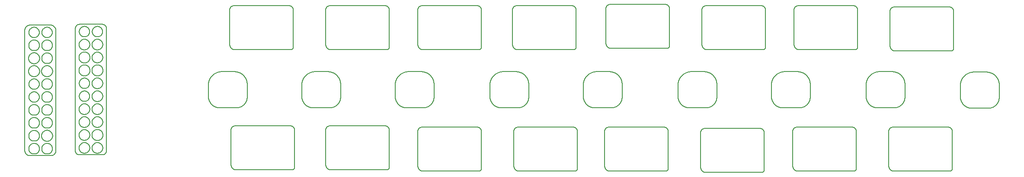
<source format=gbr>
G04 EAGLE Gerber RS-274X export*
G75*
%MOMM*%
%FSLAX34Y34*%
%LPD*%
%INStiffener_Bot*%
%IPPOS*%
%AMOC8*
5,1,8,0,0,1.08239X$1,22.5*%
G01*
%ADD10C,0.152400*%


D10*
X232410Y170180D02*
X232403Y170794D01*
X232380Y171407D01*
X232343Y172020D01*
X232291Y172631D01*
X232225Y173242D01*
X232143Y173850D01*
X232047Y174456D01*
X231937Y175060D01*
X231812Y175661D01*
X231672Y176259D01*
X231518Y176853D01*
X231349Y177443D01*
X231167Y178029D01*
X230970Y178610D01*
X230759Y179187D01*
X230535Y179758D01*
X230297Y180324D01*
X230045Y180884D01*
X229779Y181437D01*
X229501Y181984D01*
X229209Y182524D01*
X228904Y183057D01*
X228586Y183582D01*
X228256Y184100D01*
X227914Y184609D01*
X227559Y185110D01*
X227192Y185602D01*
X226814Y186085D01*
X226424Y186559D01*
X226022Y187023D01*
X225610Y187478D01*
X225186Y187922D01*
X224752Y188356D01*
X224308Y188780D01*
X223853Y189192D01*
X223389Y189594D01*
X222915Y189984D01*
X222432Y190362D01*
X221940Y190729D01*
X221439Y191084D01*
X220930Y191426D01*
X220412Y191756D01*
X219887Y192074D01*
X219354Y192379D01*
X218814Y192671D01*
X218267Y192949D01*
X217714Y193215D01*
X217154Y193467D01*
X216588Y193705D01*
X216017Y193929D01*
X215440Y194140D01*
X214859Y194337D01*
X214273Y194519D01*
X213683Y194688D01*
X213089Y194842D01*
X212491Y194982D01*
X211890Y195107D01*
X211286Y195217D01*
X210680Y195313D01*
X210072Y195395D01*
X209461Y195461D01*
X208850Y195513D01*
X208237Y195550D01*
X207624Y195573D01*
X207010Y195580D01*
X182880Y195580D01*
X182236Y195572D01*
X181591Y195549D01*
X180948Y195510D01*
X180306Y195455D01*
X179665Y195386D01*
X179026Y195300D01*
X178390Y195199D01*
X177756Y195083D01*
X177125Y194952D01*
X176497Y194805D01*
X175874Y194643D01*
X175254Y194466D01*
X174639Y194275D01*
X174028Y194068D01*
X173423Y193847D01*
X172823Y193611D01*
X172229Y193361D01*
X171641Y193096D01*
X171060Y192818D01*
X170486Y192525D01*
X169919Y192219D01*
X169359Y191899D01*
X168808Y191565D01*
X168265Y191219D01*
X167730Y190859D01*
X167204Y190486D01*
X166687Y190101D01*
X166180Y189704D01*
X165682Y189294D01*
X165195Y188873D01*
X164717Y188440D01*
X164251Y187995D01*
X163795Y187539D01*
X163350Y187073D01*
X162917Y186595D01*
X162496Y186108D01*
X162086Y185610D01*
X161689Y185103D01*
X161304Y184586D01*
X160931Y184060D01*
X160571Y183525D01*
X160225Y182982D01*
X159891Y182431D01*
X159571Y181871D01*
X159265Y181304D01*
X158972Y180730D01*
X158694Y180149D01*
X158429Y179561D01*
X158179Y178967D01*
X157943Y178367D01*
X157722Y177762D01*
X157515Y177151D01*
X157324Y176536D01*
X157147Y175916D01*
X156985Y175293D01*
X156838Y174665D01*
X156707Y174034D01*
X156591Y173400D01*
X156490Y172764D01*
X156404Y172125D01*
X156335Y171484D01*
X156280Y170842D01*
X156241Y170199D01*
X156218Y169554D01*
X156210Y168910D01*
X156210Y147320D01*
X156217Y146768D01*
X156237Y146216D01*
X156270Y145664D01*
X156317Y145114D01*
X156377Y144565D01*
X156450Y144017D01*
X156536Y143471D01*
X156636Y142928D01*
X156749Y142387D01*
X156874Y141849D01*
X157013Y141315D01*
X157165Y140783D01*
X157329Y140256D01*
X157506Y139733D01*
X157696Y139214D01*
X157898Y138700D01*
X158112Y138191D01*
X158339Y137687D01*
X158578Y137189D01*
X158828Y136696D01*
X159091Y136210D01*
X159365Y135731D01*
X159651Y135258D01*
X159948Y134792D01*
X160257Y134334D01*
X160576Y133883D01*
X160906Y133440D01*
X161247Y133005D01*
X161598Y132579D01*
X161959Y132161D01*
X162330Y131752D01*
X162711Y131352D01*
X163102Y130961D01*
X163502Y130580D01*
X163911Y130209D01*
X164329Y129848D01*
X164755Y129497D01*
X165190Y129156D01*
X165633Y128826D01*
X166084Y128507D01*
X166542Y128198D01*
X167008Y127901D01*
X167481Y127615D01*
X167960Y127341D01*
X168446Y127078D01*
X168939Y126828D01*
X169437Y126589D01*
X169941Y126362D01*
X170450Y126148D01*
X170964Y125946D01*
X171483Y125756D01*
X172006Y125579D01*
X172533Y125415D01*
X173065Y125263D01*
X173599Y125124D01*
X174137Y124999D01*
X174678Y124886D01*
X175221Y124786D01*
X175767Y124700D01*
X176315Y124627D01*
X176864Y124567D01*
X177414Y124520D01*
X177966Y124487D01*
X178518Y124467D01*
X179070Y124460D01*
X210820Y124460D01*
X211342Y124466D01*
X211863Y124485D01*
X212384Y124517D01*
X212904Y124561D01*
X213422Y124617D01*
X213940Y124687D01*
X214455Y124768D01*
X214968Y124862D01*
X215479Y124969D01*
X215987Y125087D01*
X216492Y125218D01*
X216994Y125361D01*
X217492Y125517D01*
X217986Y125684D01*
X218476Y125863D01*
X218961Y126054D01*
X219442Y126256D01*
X219918Y126471D01*
X220389Y126696D01*
X220853Y126933D01*
X221312Y127181D01*
X221765Y127440D01*
X222212Y127710D01*
X222652Y127991D01*
X223085Y128282D01*
X223510Y128583D01*
X223929Y128895D01*
X224339Y129217D01*
X224742Y129548D01*
X225137Y129890D01*
X225523Y130240D01*
X225901Y130600D01*
X226270Y130969D01*
X226630Y131347D01*
X226980Y131733D01*
X227322Y132128D01*
X227653Y132531D01*
X227975Y132941D01*
X228287Y133360D01*
X228588Y133785D01*
X228879Y134218D01*
X229160Y134658D01*
X229430Y135105D01*
X229689Y135558D01*
X229937Y136017D01*
X230174Y136481D01*
X230399Y136952D01*
X230614Y137428D01*
X230816Y137909D01*
X231007Y138394D01*
X231186Y138884D01*
X231353Y139378D01*
X231509Y139876D01*
X231652Y140378D01*
X231783Y140883D01*
X231901Y141391D01*
X232008Y141902D01*
X232102Y142415D01*
X232183Y142930D01*
X232253Y143448D01*
X232309Y143966D01*
X232353Y144486D01*
X232385Y145007D01*
X232404Y145528D01*
X232410Y146050D01*
X232410Y170180D01*
X389890Y195580D02*
X390504Y195573D01*
X391117Y195550D01*
X391730Y195513D01*
X392341Y195461D01*
X392952Y195395D01*
X393560Y195313D01*
X394166Y195217D01*
X394770Y195107D01*
X395371Y194982D01*
X395969Y194842D01*
X396563Y194688D01*
X397153Y194519D01*
X397739Y194337D01*
X398320Y194140D01*
X398897Y193929D01*
X399468Y193705D01*
X400034Y193467D01*
X400594Y193215D01*
X401147Y192949D01*
X401694Y192671D01*
X402234Y192379D01*
X402767Y192074D01*
X403292Y191756D01*
X403810Y191426D01*
X404319Y191084D01*
X404820Y190729D01*
X405312Y190362D01*
X405795Y189984D01*
X406269Y189594D01*
X406733Y189192D01*
X407188Y188780D01*
X407632Y188356D01*
X408066Y187922D01*
X408490Y187478D01*
X408902Y187023D01*
X409304Y186559D01*
X409694Y186085D01*
X410072Y185602D01*
X410439Y185110D01*
X410794Y184609D01*
X411136Y184100D01*
X411466Y183582D01*
X411784Y183057D01*
X412089Y182524D01*
X412381Y181984D01*
X412659Y181437D01*
X412925Y180884D01*
X413177Y180324D01*
X413415Y179758D01*
X413639Y179187D01*
X413850Y178610D01*
X414047Y178029D01*
X414229Y177443D01*
X414398Y176853D01*
X414552Y176259D01*
X414692Y175661D01*
X414817Y175060D01*
X414927Y174456D01*
X415023Y173850D01*
X415105Y173242D01*
X415171Y172631D01*
X415223Y172020D01*
X415260Y171407D01*
X415283Y170794D01*
X415290Y170180D01*
X389890Y195580D02*
X365760Y195580D01*
X365116Y195572D01*
X364471Y195549D01*
X363828Y195510D01*
X363186Y195455D01*
X362545Y195386D01*
X361906Y195300D01*
X361270Y195199D01*
X360636Y195083D01*
X360005Y194952D01*
X359377Y194805D01*
X358754Y194643D01*
X358134Y194466D01*
X357519Y194275D01*
X356908Y194068D01*
X356303Y193847D01*
X355703Y193611D01*
X355109Y193361D01*
X354521Y193096D01*
X353940Y192818D01*
X353366Y192525D01*
X352799Y192219D01*
X352239Y191899D01*
X351688Y191565D01*
X351145Y191219D01*
X350610Y190859D01*
X350084Y190486D01*
X349567Y190101D01*
X349060Y189704D01*
X348562Y189294D01*
X348075Y188873D01*
X347597Y188440D01*
X347131Y187995D01*
X346675Y187539D01*
X346230Y187073D01*
X345797Y186595D01*
X345376Y186108D01*
X344966Y185610D01*
X344569Y185103D01*
X344184Y184586D01*
X343811Y184060D01*
X343451Y183525D01*
X343105Y182982D01*
X342771Y182431D01*
X342451Y181871D01*
X342145Y181304D01*
X341852Y180730D01*
X341574Y180149D01*
X341309Y179561D01*
X341059Y178967D01*
X340823Y178367D01*
X340602Y177762D01*
X340395Y177151D01*
X340204Y176536D01*
X340027Y175916D01*
X339865Y175293D01*
X339718Y174665D01*
X339587Y174034D01*
X339471Y173400D01*
X339370Y172764D01*
X339284Y172125D01*
X339215Y171484D01*
X339160Y170842D01*
X339121Y170199D01*
X339098Y169554D01*
X339090Y168910D01*
X339090Y147320D01*
X339097Y146768D01*
X339117Y146216D01*
X339150Y145664D01*
X339197Y145114D01*
X339257Y144565D01*
X339330Y144017D01*
X339416Y143471D01*
X339516Y142928D01*
X339629Y142387D01*
X339754Y141849D01*
X339893Y141315D01*
X340045Y140783D01*
X340209Y140256D01*
X340386Y139733D01*
X340576Y139214D01*
X340778Y138700D01*
X340992Y138191D01*
X341219Y137687D01*
X341458Y137189D01*
X341708Y136696D01*
X341971Y136210D01*
X342245Y135731D01*
X342531Y135258D01*
X342828Y134792D01*
X343137Y134334D01*
X343456Y133883D01*
X343786Y133440D01*
X344127Y133005D01*
X344478Y132579D01*
X344839Y132161D01*
X345210Y131752D01*
X345591Y131352D01*
X345982Y130961D01*
X346382Y130580D01*
X346791Y130209D01*
X347209Y129848D01*
X347635Y129497D01*
X348070Y129156D01*
X348513Y128826D01*
X348964Y128507D01*
X349422Y128198D01*
X349888Y127901D01*
X350361Y127615D01*
X350840Y127341D01*
X351326Y127078D01*
X351819Y126828D01*
X352317Y126589D01*
X352821Y126362D01*
X353330Y126148D01*
X353844Y125946D01*
X354363Y125756D01*
X354886Y125579D01*
X355413Y125415D01*
X355945Y125263D01*
X356479Y125124D01*
X357017Y124999D01*
X357558Y124886D01*
X358101Y124786D01*
X358647Y124700D01*
X359195Y124627D01*
X359744Y124567D01*
X360294Y124520D01*
X360846Y124487D01*
X361398Y124467D01*
X361950Y124460D01*
X393700Y124460D01*
X394222Y124466D01*
X394743Y124485D01*
X395264Y124517D01*
X395784Y124561D01*
X396302Y124617D01*
X396820Y124687D01*
X397335Y124768D01*
X397848Y124862D01*
X398359Y124969D01*
X398867Y125087D01*
X399372Y125218D01*
X399874Y125361D01*
X400372Y125517D01*
X400866Y125684D01*
X401356Y125863D01*
X401841Y126054D01*
X402322Y126256D01*
X402798Y126471D01*
X403269Y126696D01*
X403733Y126933D01*
X404192Y127181D01*
X404645Y127440D01*
X405092Y127710D01*
X405532Y127991D01*
X405965Y128282D01*
X406390Y128583D01*
X406809Y128895D01*
X407219Y129217D01*
X407622Y129548D01*
X408017Y129890D01*
X408403Y130240D01*
X408781Y130600D01*
X409150Y130969D01*
X409510Y131347D01*
X409860Y131733D01*
X410202Y132128D01*
X410533Y132531D01*
X410855Y132941D01*
X411167Y133360D01*
X411468Y133785D01*
X411759Y134218D01*
X412040Y134658D01*
X412310Y135105D01*
X412569Y135558D01*
X412817Y136017D01*
X413054Y136481D01*
X413279Y136952D01*
X413494Y137428D01*
X413696Y137909D01*
X413887Y138394D01*
X414066Y138884D01*
X414233Y139378D01*
X414389Y139876D01*
X414532Y140378D01*
X414663Y140883D01*
X414781Y141391D01*
X414888Y141902D01*
X414982Y142415D01*
X415063Y142930D01*
X415133Y143448D01*
X415189Y143966D01*
X415233Y144486D01*
X415265Y145007D01*
X415284Y145528D01*
X415290Y146050D01*
X415290Y170180D01*
X572770Y195580D02*
X573384Y195573D01*
X573997Y195550D01*
X574610Y195513D01*
X575221Y195461D01*
X575832Y195395D01*
X576440Y195313D01*
X577046Y195217D01*
X577650Y195107D01*
X578251Y194982D01*
X578849Y194842D01*
X579443Y194688D01*
X580033Y194519D01*
X580619Y194337D01*
X581200Y194140D01*
X581777Y193929D01*
X582348Y193705D01*
X582914Y193467D01*
X583474Y193215D01*
X584027Y192949D01*
X584574Y192671D01*
X585114Y192379D01*
X585647Y192074D01*
X586172Y191756D01*
X586690Y191426D01*
X587199Y191084D01*
X587700Y190729D01*
X588192Y190362D01*
X588675Y189984D01*
X589149Y189594D01*
X589613Y189192D01*
X590068Y188780D01*
X590512Y188356D01*
X590946Y187922D01*
X591370Y187478D01*
X591782Y187023D01*
X592184Y186559D01*
X592574Y186085D01*
X592952Y185602D01*
X593319Y185110D01*
X593674Y184609D01*
X594016Y184100D01*
X594346Y183582D01*
X594664Y183057D01*
X594969Y182524D01*
X595261Y181984D01*
X595539Y181437D01*
X595805Y180884D01*
X596057Y180324D01*
X596295Y179758D01*
X596519Y179187D01*
X596730Y178610D01*
X596927Y178029D01*
X597109Y177443D01*
X597278Y176853D01*
X597432Y176259D01*
X597572Y175661D01*
X597697Y175060D01*
X597807Y174456D01*
X597903Y173850D01*
X597985Y173242D01*
X598051Y172631D01*
X598103Y172020D01*
X598140Y171407D01*
X598163Y170794D01*
X598170Y170180D01*
X572770Y195580D02*
X548640Y195580D01*
X547996Y195572D01*
X547351Y195549D01*
X546708Y195510D01*
X546066Y195455D01*
X545425Y195386D01*
X544786Y195300D01*
X544150Y195199D01*
X543516Y195083D01*
X542885Y194952D01*
X542257Y194805D01*
X541634Y194643D01*
X541014Y194466D01*
X540399Y194275D01*
X539788Y194068D01*
X539183Y193847D01*
X538583Y193611D01*
X537989Y193361D01*
X537401Y193096D01*
X536820Y192818D01*
X536246Y192525D01*
X535679Y192219D01*
X535119Y191899D01*
X534568Y191565D01*
X534025Y191219D01*
X533490Y190859D01*
X532964Y190486D01*
X532447Y190101D01*
X531940Y189704D01*
X531442Y189294D01*
X530955Y188873D01*
X530477Y188440D01*
X530011Y187995D01*
X529555Y187539D01*
X529110Y187073D01*
X528677Y186595D01*
X528256Y186108D01*
X527846Y185610D01*
X527449Y185103D01*
X527064Y184586D01*
X526691Y184060D01*
X526331Y183525D01*
X525985Y182982D01*
X525651Y182431D01*
X525331Y181871D01*
X525025Y181304D01*
X524732Y180730D01*
X524454Y180149D01*
X524189Y179561D01*
X523939Y178967D01*
X523703Y178367D01*
X523482Y177762D01*
X523275Y177151D01*
X523084Y176536D01*
X522907Y175916D01*
X522745Y175293D01*
X522598Y174665D01*
X522467Y174034D01*
X522351Y173400D01*
X522250Y172764D01*
X522164Y172125D01*
X522095Y171484D01*
X522040Y170842D01*
X522001Y170199D01*
X521978Y169554D01*
X521970Y168910D01*
X521970Y147320D01*
X521977Y146768D01*
X521997Y146216D01*
X522030Y145664D01*
X522077Y145114D01*
X522137Y144565D01*
X522210Y144017D01*
X522296Y143471D01*
X522396Y142928D01*
X522509Y142387D01*
X522634Y141849D01*
X522773Y141315D01*
X522925Y140783D01*
X523089Y140256D01*
X523266Y139733D01*
X523456Y139214D01*
X523658Y138700D01*
X523872Y138191D01*
X524099Y137687D01*
X524338Y137189D01*
X524588Y136696D01*
X524851Y136210D01*
X525125Y135731D01*
X525411Y135258D01*
X525708Y134792D01*
X526017Y134334D01*
X526336Y133883D01*
X526666Y133440D01*
X527007Y133005D01*
X527358Y132579D01*
X527719Y132161D01*
X528090Y131752D01*
X528471Y131352D01*
X528862Y130961D01*
X529262Y130580D01*
X529671Y130209D01*
X530089Y129848D01*
X530515Y129497D01*
X530950Y129156D01*
X531393Y128826D01*
X531844Y128507D01*
X532302Y128198D01*
X532768Y127901D01*
X533241Y127615D01*
X533720Y127341D01*
X534206Y127078D01*
X534699Y126828D01*
X535197Y126589D01*
X535701Y126362D01*
X536210Y126148D01*
X536724Y125946D01*
X537243Y125756D01*
X537766Y125579D01*
X538293Y125415D01*
X538825Y125263D01*
X539359Y125124D01*
X539897Y124999D01*
X540438Y124886D01*
X540981Y124786D01*
X541527Y124700D01*
X542075Y124627D01*
X542624Y124567D01*
X543174Y124520D01*
X543726Y124487D01*
X544278Y124467D01*
X544830Y124460D01*
X576580Y124460D01*
X577102Y124466D01*
X577623Y124485D01*
X578144Y124517D01*
X578664Y124561D01*
X579182Y124617D01*
X579700Y124687D01*
X580215Y124768D01*
X580728Y124862D01*
X581239Y124969D01*
X581747Y125087D01*
X582252Y125218D01*
X582754Y125361D01*
X583252Y125517D01*
X583746Y125684D01*
X584236Y125863D01*
X584721Y126054D01*
X585202Y126256D01*
X585678Y126471D01*
X586149Y126696D01*
X586613Y126933D01*
X587072Y127181D01*
X587525Y127440D01*
X587972Y127710D01*
X588412Y127991D01*
X588845Y128282D01*
X589270Y128583D01*
X589689Y128895D01*
X590099Y129217D01*
X590502Y129548D01*
X590897Y129890D01*
X591283Y130240D01*
X591661Y130600D01*
X592030Y130969D01*
X592390Y131347D01*
X592740Y131733D01*
X593082Y132128D01*
X593413Y132531D01*
X593735Y132941D01*
X594047Y133360D01*
X594348Y133785D01*
X594639Y134218D01*
X594920Y134658D01*
X595190Y135105D01*
X595449Y135558D01*
X595697Y136017D01*
X595934Y136481D01*
X596159Y136952D01*
X596374Y137428D01*
X596576Y137909D01*
X596767Y138394D01*
X596946Y138884D01*
X597113Y139378D01*
X597269Y139876D01*
X597412Y140378D01*
X597543Y140883D01*
X597661Y141391D01*
X597768Y141902D01*
X597862Y142415D01*
X597943Y142930D01*
X598013Y143448D01*
X598069Y143966D01*
X598113Y144486D01*
X598145Y145007D01*
X598164Y145528D01*
X598170Y146050D01*
X598170Y170180D01*
X758190Y195580D02*
X758804Y195573D01*
X759417Y195550D01*
X760030Y195513D01*
X760641Y195461D01*
X761252Y195395D01*
X761860Y195313D01*
X762466Y195217D01*
X763070Y195107D01*
X763671Y194982D01*
X764269Y194842D01*
X764863Y194688D01*
X765453Y194519D01*
X766039Y194337D01*
X766620Y194140D01*
X767197Y193929D01*
X767768Y193705D01*
X768334Y193467D01*
X768894Y193215D01*
X769447Y192949D01*
X769994Y192671D01*
X770534Y192379D01*
X771067Y192074D01*
X771592Y191756D01*
X772110Y191426D01*
X772619Y191084D01*
X773120Y190729D01*
X773612Y190362D01*
X774095Y189984D01*
X774569Y189594D01*
X775033Y189192D01*
X775488Y188780D01*
X775932Y188356D01*
X776366Y187922D01*
X776790Y187478D01*
X777202Y187023D01*
X777604Y186559D01*
X777994Y186085D01*
X778372Y185602D01*
X778739Y185110D01*
X779094Y184609D01*
X779436Y184100D01*
X779766Y183582D01*
X780084Y183057D01*
X780389Y182524D01*
X780681Y181984D01*
X780959Y181437D01*
X781225Y180884D01*
X781477Y180324D01*
X781715Y179758D01*
X781939Y179187D01*
X782150Y178610D01*
X782347Y178029D01*
X782529Y177443D01*
X782698Y176853D01*
X782852Y176259D01*
X782992Y175661D01*
X783117Y175060D01*
X783227Y174456D01*
X783323Y173850D01*
X783405Y173242D01*
X783471Y172631D01*
X783523Y172020D01*
X783560Y171407D01*
X783583Y170794D01*
X783590Y170180D01*
X758190Y195580D02*
X734060Y195580D01*
X733416Y195572D01*
X732771Y195549D01*
X732128Y195510D01*
X731486Y195455D01*
X730845Y195386D01*
X730206Y195300D01*
X729570Y195199D01*
X728936Y195083D01*
X728305Y194952D01*
X727677Y194805D01*
X727054Y194643D01*
X726434Y194466D01*
X725819Y194275D01*
X725208Y194068D01*
X724603Y193847D01*
X724003Y193611D01*
X723409Y193361D01*
X722821Y193096D01*
X722240Y192818D01*
X721666Y192525D01*
X721099Y192219D01*
X720539Y191899D01*
X719988Y191565D01*
X719445Y191219D01*
X718910Y190859D01*
X718384Y190486D01*
X717867Y190101D01*
X717360Y189704D01*
X716862Y189294D01*
X716375Y188873D01*
X715897Y188440D01*
X715431Y187995D01*
X714975Y187539D01*
X714530Y187073D01*
X714097Y186595D01*
X713676Y186108D01*
X713266Y185610D01*
X712869Y185103D01*
X712484Y184586D01*
X712111Y184060D01*
X711751Y183525D01*
X711405Y182982D01*
X711071Y182431D01*
X710751Y181871D01*
X710445Y181304D01*
X710152Y180730D01*
X709874Y180149D01*
X709609Y179561D01*
X709359Y178967D01*
X709123Y178367D01*
X708902Y177762D01*
X708695Y177151D01*
X708504Y176536D01*
X708327Y175916D01*
X708165Y175293D01*
X708018Y174665D01*
X707887Y174034D01*
X707771Y173400D01*
X707670Y172764D01*
X707584Y172125D01*
X707515Y171484D01*
X707460Y170842D01*
X707421Y170199D01*
X707398Y169554D01*
X707390Y168910D01*
X707390Y147320D01*
X707397Y146768D01*
X707417Y146216D01*
X707450Y145664D01*
X707497Y145114D01*
X707557Y144565D01*
X707630Y144017D01*
X707716Y143471D01*
X707816Y142928D01*
X707929Y142387D01*
X708054Y141849D01*
X708193Y141315D01*
X708345Y140783D01*
X708509Y140256D01*
X708686Y139733D01*
X708876Y139214D01*
X709078Y138700D01*
X709292Y138191D01*
X709519Y137687D01*
X709758Y137189D01*
X710008Y136696D01*
X710271Y136210D01*
X710545Y135731D01*
X710831Y135258D01*
X711128Y134792D01*
X711437Y134334D01*
X711756Y133883D01*
X712086Y133440D01*
X712427Y133005D01*
X712778Y132579D01*
X713139Y132161D01*
X713510Y131752D01*
X713891Y131352D01*
X714282Y130961D01*
X714682Y130580D01*
X715091Y130209D01*
X715509Y129848D01*
X715935Y129497D01*
X716370Y129156D01*
X716813Y128826D01*
X717264Y128507D01*
X717722Y128198D01*
X718188Y127901D01*
X718661Y127615D01*
X719140Y127341D01*
X719626Y127078D01*
X720119Y126828D01*
X720617Y126589D01*
X721121Y126362D01*
X721630Y126148D01*
X722144Y125946D01*
X722663Y125756D01*
X723186Y125579D01*
X723713Y125415D01*
X724245Y125263D01*
X724779Y125124D01*
X725317Y124999D01*
X725858Y124886D01*
X726401Y124786D01*
X726947Y124700D01*
X727495Y124627D01*
X728044Y124567D01*
X728594Y124520D01*
X729146Y124487D01*
X729698Y124467D01*
X730250Y124460D01*
X762000Y124460D01*
X762522Y124466D01*
X763043Y124485D01*
X763564Y124517D01*
X764084Y124561D01*
X764602Y124617D01*
X765120Y124687D01*
X765635Y124768D01*
X766148Y124862D01*
X766659Y124969D01*
X767167Y125087D01*
X767672Y125218D01*
X768174Y125361D01*
X768672Y125517D01*
X769166Y125684D01*
X769656Y125863D01*
X770141Y126054D01*
X770622Y126256D01*
X771098Y126471D01*
X771569Y126696D01*
X772033Y126933D01*
X772492Y127181D01*
X772945Y127440D01*
X773392Y127710D01*
X773832Y127991D01*
X774265Y128282D01*
X774690Y128583D01*
X775109Y128895D01*
X775519Y129217D01*
X775922Y129548D01*
X776317Y129890D01*
X776703Y130240D01*
X777081Y130600D01*
X777450Y130969D01*
X777810Y131347D01*
X778160Y131733D01*
X778502Y132128D01*
X778833Y132531D01*
X779155Y132941D01*
X779467Y133360D01*
X779768Y133785D01*
X780059Y134218D01*
X780340Y134658D01*
X780610Y135105D01*
X780869Y135558D01*
X781117Y136017D01*
X781354Y136481D01*
X781579Y136952D01*
X781794Y137428D01*
X781996Y137909D01*
X782187Y138394D01*
X782366Y138884D01*
X782533Y139378D01*
X782689Y139876D01*
X782832Y140378D01*
X782963Y140883D01*
X783081Y141391D01*
X783188Y141902D01*
X783282Y142415D01*
X783363Y142930D01*
X783433Y143448D01*
X783489Y143966D01*
X783533Y144486D01*
X783565Y145007D01*
X783584Y145528D01*
X783590Y146050D01*
X783590Y170180D01*
X941070Y195580D02*
X941684Y195573D01*
X942297Y195550D01*
X942910Y195513D01*
X943521Y195461D01*
X944132Y195395D01*
X944740Y195313D01*
X945346Y195217D01*
X945950Y195107D01*
X946551Y194982D01*
X947149Y194842D01*
X947743Y194688D01*
X948333Y194519D01*
X948919Y194337D01*
X949500Y194140D01*
X950077Y193929D01*
X950648Y193705D01*
X951214Y193467D01*
X951774Y193215D01*
X952327Y192949D01*
X952874Y192671D01*
X953414Y192379D01*
X953947Y192074D01*
X954472Y191756D01*
X954990Y191426D01*
X955499Y191084D01*
X956000Y190729D01*
X956492Y190362D01*
X956975Y189984D01*
X957449Y189594D01*
X957913Y189192D01*
X958368Y188780D01*
X958812Y188356D01*
X959246Y187922D01*
X959670Y187478D01*
X960082Y187023D01*
X960484Y186559D01*
X960874Y186085D01*
X961252Y185602D01*
X961619Y185110D01*
X961974Y184609D01*
X962316Y184100D01*
X962646Y183582D01*
X962964Y183057D01*
X963269Y182524D01*
X963561Y181984D01*
X963839Y181437D01*
X964105Y180884D01*
X964357Y180324D01*
X964595Y179758D01*
X964819Y179187D01*
X965030Y178610D01*
X965227Y178029D01*
X965409Y177443D01*
X965578Y176853D01*
X965732Y176259D01*
X965872Y175661D01*
X965997Y175060D01*
X966107Y174456D01*
X966203Y173850D01*
X966285Y173242D01*
X966351Y172631D01*
X966403Y172020D01*
X966440Y171407D01*
X966463Y170794D01*
X966470Y170180D01*
X941070Y195580D02*
X916940Y195580D01*
X916296Y195572D01*
X915651Y195549D01*
X915008Y195510D01*
X914366Y195455D01*
X913725Y195386D01*
X913086Y195300D01*
X912450Y195199D01*
X911816Y195083D01*
X911185Y194952D01*
X910557Y194805D01*
X909934Y194643D01*
X909314Y194466D01*
X908699Y194275D01*
X908088Y194068D01*
X907483Y193847D01*
X906883Y193611D01*
X906289Y193361D01*
X905701Y193096D01*
X905120Y192818D01*
X904546Y192525D01*
X903979Y192219D01*
X903419Y191899D01*
X902868Y191565D01*
X902325Y191219D01*
X901790Y190859D01*
X901264Y190486D01*
X900747Y190101D01*
X900240Y189704D01*
X899742Y189294D01*
X899255Y188873D01*
X898777Y188440D01*
X898311Y187995D01*
X897855Y187539D01*
X897410Y187073D01*
X896977Y186595D01*
X896556Y186108D01*
X896146Y185610D01*
X895749Y185103D01*
X895364Y184586D01*
X894991Y184060D01*
X894631Y183525D01*
X894285Y182982D01*
X893951Y182431D01*
X893631Y181871D01*
X893325Y181304D01*
X893032Y180730D01*
X892754Y180149D01*
X892489Y179561D01*
X892239Y178967D01*
X892003Y178367D01*
X891782Y177762D01*
X891575Y177151D01*
X891384Y176536D01*
X891207Y175916D01*
X891045Y175293D01*
X890898Y174665D01*
X890767Y174034D01*
X890651Y173400D01*
X890550Y172764D01*
X890464Y172125D01*
X890395Y171484D01*
X890340Y170842D01*
X890301Y170199D01*
X890278Y169554D01*
X890270Y168910D01*
X890270Y147320D01*
X890277Y146768D01*
X890297Y146216D01*
X890330Y145664D01*
X890377Y145114D01*
X890437Y144565D01*
X890510Y144017D01*
X890596Y143471D01*
X890696Y142928D01*
X890809Y142387D01*
X890934Y141849D01*
X891073Y141315D01*
X891225Y140783D01*
X891389Y140256D01*
X891566Y139733D01*
X891756Y139214D01*
X891958Y138700D01*
X892172Y138191D01*
X892399Y137687D01*
X892638Y137189D01*
X892888Y136696D01*
X893151Y136210D01*
X893425Y135731D01*
X893711Y135258D01*
X894008Y134792D01*
X894317Y134334D01*
X894636Y133883D01*
X894966Y133440D01*
X895307Y133005D01*
X895658Y132579D01*
X896019Y132161D01*
X896390Y131752D01*
X896771Y131352D01*
X897162Y130961D01*
X897562Y130580D01*
X897971Y130209D01*
X898389Y129848D01*
X898815Y129497D01*
X899250Y129156D01*
X899693Y128826D01*
X900144Y128507D01*
X900602Y128198D01*
X901068Y127901D01*
X901541Y127615D01*
X902020Y127341D01*
X902506Y127078D01*
X902999Y126828D01*
X903497Y126589D01*
X904001Y126362D01*
X904510Y126148D01*
X905024Y125946D01*
X905543Y125756D01*
X906066Y125579D01*
X906593Y125415D01*
X907125Y125263D01*
X907659Y125124D01*
X908197Y124999D01*
X908738Y124886D01*
X909281Y124786D01*
X909827Y124700D01*
X910375Y124627D01*
X910924Y124567D01*
X911474Y124520D01*
X912026Y124487D01*
X912578Y124467D01*
X913130Y124460D01*
X944880Y124460D01*
X945402Y124466D01*
X945923Y124485D01*
X946444Y124517D01*
X946964Y124561D01*
X947482Y124617D01*
X948000Y124687D01*
X948515Y124768D01*
X949028Y124862D01*
X949539Y124969D01*
X950047Y125087D01*
X950552Y125218D01*
X951054Y125361D01*
X951552Y125517D01*
X952046Y125684D01*
X952536Y125863D01*
X953021Y126054D01*
X953502Y126256D01*
X953978Y126471D01*
X954449Y126696D01*
X954913Y126933D01*
X955372Y127181D01*
X955825Y127440D01*
X956272Y127710D01*
X956712Y127991D01*
X957145Y128282D01*
X957570Y128583D01*
X957989Y128895D01*
X958399Y129217D01*
X958802Y129548D01*
X959197Y129890D01*
X959583Y130240D01*
X959961Y130600D01*
X960330Y130969D01*
X960690Y131347D01*
X961040Y131733D01*
X961382Y132128D01*
X961713Y132531D01*
X962035Y132941D01*
X962347Y133360D01*
X962648Y133785D01*
X962939Y134218D01*
X963220Y134658D01*
X963490Y135105D01*
X963749Y135558D01*
X963997Y136017D01*
X964234Y136481D01*
X964459Y136952D01*
X964674Y137428D01*
X964876Y137909D01*
X965067Y138394D01*
X965246Y138884D01*
X965413Y139378D01*
X965569Y139876D01*
X965712Y140378D01*
X965843Y140883D01*
X965961Y141391D01*
X966068Y141902D01*
X966162Y142415D01*
X966243Y142930D01*
X966313Y143448D01*
X966369Y143966D01*
X966413Y144486D01*
X966445Y145007D01*
X966464Y145528D01*
X966470Y146050D01*
X966470Y170180D01*
X1126490Y195580D02*
X1127104Y195573D01*
X1127717Y195550D01*
X1128330Y195513D01*
X1128941Y195461D01*
X1129552Y195395D01*
X1130160Y195313D01*
X1130766Y195217D01*
X1131370Y195107D01*
X1131971Y194982D01*
X1132569Y194842D01*
X1133163Y194688D01*
X1133753Y194519D01*
X1134339Y194337D01*
X1134920Y194140D01*
X1135497Y193929D01*
X1136068Y193705D01*
X1136634Y193467D01*
X1137194Y193215D01*
X1137747Y192949D01*
X1138294Y192671D01*
X1138834Y192379D01*
X1139367Y192074D01*
X1139892Y191756D01*
X1140410Y191426D01*
X1140919Y191084D01*
X1141420Y190729D01*
X1141912Y190362D01*
X1142395Y189984D01*
X1142869Y189594D01*
X1143333Y189192D01*
X1143788Y188780D01*
X1144232Y188356D01*
X1144666Y187922D01*
X1145090Y187478D01*
X1145502Y187023D01*
X1145904Y186559D01*
X1146294Y186085D01*
X1146672Y185602D01*
X1147039Y185110D01*
X1147394Y184609D01*
X1147736Y184100D01*
X1148066Y183582D01*
X1148384Y183057D01*
X1148689Y182524D01*
X1148981Y181984D01*
X1149259Y181437D01*
X1149525Y180884D01*
X1149777Y180324D01*
X1150015Y179758D01*
X1150239Y179187D01*
X1150450Y178610D01*
X1150647Y178029D01*
X1150829Y177443D01*
X1150998Y176853D01*
X1151152Y176259D01*
X1151292Y175661D01*
X1151417Y175060D01*
X1151527Y174456D01*
X1151623Y173850D01*
X1151705Y173242D01*
X1151771Y172631D01*
X1151823Y172020D01*
X1151860Y171407D01*
X1151883Y170794D01*
X1151890Y170180D01*
X1126490Y195580D02*
X1102360Y195580D01*
X1101716Y195572D01*
X1101071Y195549D01*
X1100428Y195510D01*
X1099786Y195455D01*
X1099145Y195386D01*
X1098506Y195300D01*
X1097870Y195199D01*
X1097236Y195083D01*
X1096605Y194952D01*
X1095977Y194805D01*
X1095354Y194643D01*
X1094734Y194466D01*
X1094119Y194275D01*
X1093508Y194068D01*
X1092903Y193847D01*
X1092303Y193611D01*
X1091709Y193361D01*
X1091121Y193096D01*
X1090540Y192818D01*
X1089966Y192525D01*
X1089399Y192219D01*
X1088839Y191899D01*
X1088288Y191565D01*
X1087745Y191219D01*
X1087210Y190859D01*
X1086684Y190486D01*
X1086167Y190101D01*
X1085660Y189704D01*
X1085162Y189294D01*
X1084675Y188873D01*
X1084197Y188440D01*
X1083731Y187995D01*
X1083275Y187539D01*
X1082830Y187073D01*
X1082397Y186595D01*
X1081976Y186108D01*
X1081566Y185610D01*
X1081169Y185103D01*
X1080784Y184586D01*
X1080411Y184060D01*
X1080051Y183525D01*
X1079705Y182982D01*
X1079371Y182431D01*
X1079051Y181871D01*
X1078745Y181304D01*
X1078452Y180730D01*
X1078174Y180149D01*
X1077909Y179561D01*
X1077659Y178967D01*
X1077423Y178367D01*
X1077202Y177762D01*
X1076995Y177151D01*
X1076804Y176536D01*
X1076627Y175916D01*
X1076465Y175293D01*
X1076318Y174665D01*
X1076187Y174034D01*
X1076071Y173400D01*
X1075970Y172764D01*
X1075884Y172125D01*
X1075815Y171484D01*
X1075760Y170842D01*
X1075721Y170199D01*
X1075698Y169554D01*
X1075690Y168910D01*
X1075690Y147320D01*
X1075697Y146768D01*
X1075717Y146216D01*
X1075750Y145664D01*
X1075797Y145114D01*
X1075857Y144565D01*
X1075930Y144017D01*
X1076016Y143471D01*
X1076116Y142928D01*
X1076229Y142387D01*
X1076354Y141849D01*
X1076493Y141315D01*
X1076645Y140783D01*
X1076809Y140256D01*
X1076986Y139733D01*
X1077176Y139214D01*
X1077378Y138700D01*
X1077592Y138191D01*
X1077819Y137687D01*
X1078058Y137189D01*
X1078308Y136696D01*
X1078571Y136210D01*
X1078845Y135731D01*
X1079131Y135258D01*
X1079428Y134792D01*
X1079737Y134334D01*
X1080056Y133883D01*
X1080386Y133440D01*
X1080727Y133005D01*
X1081078Y132579D01*
X1081439Y132161D01*
X1081810Y131752D01*
X1082191Y131352D01*
X1082582Y130961D01*
X1082982Y130580D01*
X1083391Y130209D01*
X1083809Y129848D01*
X1084235Y129497D01*
X1084670Y129156D01*
X1085113Y128826D01*
X1085564Y128507D01*
X1086022Y128198D01*
X1086488Y127901D01*
X1086961Y127615D01*
X1087440Y127341D01*
X1087926Y127078D01*
X1088419Y126828D01*
X1088917Y126589D01*
X1089421Y126362D01*
X1089930Y126148D01*
X1090444Y125946D01*
X1090963Y125756D01*
X1091486Y125579D01*
X1092013Y125415D01*
X1092545Y125263D01*
X1093079Y125124D01*
X1093617Y124999D01*
X1094158Y124886D01*
X1094701Y124786D01*
X1095247Y124700D01*
X1095795Y124627D01*
X1096344Y124567D01*
X1096894Y124520D01*
X1097446Y124487D01*
X1097998Y124467D01*
X1098550Y124460D01*
X1130300Y124460D01*
X1130822Y124466D01*
X1131343Y124485D01*
X1131864Y124517D01*
X1132384Y124561D01*
X1132902Y124617D01*
X1133420Y124687D01*
X1133935Y124768D01*
X1134448Y124862D01*
X1134959Y124969D01*
X1135467Y125087D01*
X1135972Y125218D01*
X1136474Y125361D01*
X1136972Y125517D01*
X1137466Y125684D01*
X1137956Y125863D01*
X1138441Y126054D01*
X1138922Y126256D01*
X1139398Y126471D01*
X1139869Y126696D01*
X1140333Y126933D01*
X1140792Y127181D01*
X1141245Y127440D01*
X1141692Y127710D01*
X1142132Y127991D01*
X1142565Y128282D01*
X1142990Y128583D01*
X1143409Y128895D01*
X1143819Y129217D01*
X1144222Y129548D01*
X1144617Y129890D01*
X1145003Y130240D01*
X1145381Y130600D01*
X1145750Y130969D01*
X1146110Y131347D01*
X1146460Y131733D01*
X1146802Y132128D01*
X1147133Y132531D01*
X1147455Y132941D01*
X1147767Y133360D01*
X1148068Y133785D01*
X1148359Y134218D01*
X1148640Y134658D01*
X1148910Y135105D01*
X1149169Y135558D01*
X1149417Y136017D01*
X1149654Y136481D01*
X1149879Y136952D01*
X1150094Y137428D01*
X1150296Y137909D01*
X1150487Y138394D01*
X1150666Y138884D01*
X1150833Y139378D01*
X1150989Y139876D01*
X1151132Y140378D01*
X1151263Y140883D01*
X1151381Y141391D01*
X1151488Y141902D01*
X1151582Y142415D01*
X1151663Y142930D01*
X1151733Y143448D01*
X1151789Y143966D01*
X1151833Y144486D01*
X1151865Y145007D01*
X1151884Y145528D01*
X1151890Y146050D01*
X1151890Y170180D01*
X1309370Y195580D02*
X1309984Y195573D01*
X1310597Y195550D01*
X1311210Y195513D01*
X1311821Y195461D01*
X1312432Y195395D01*
X1313040Y195313D01*
X1313646Y195217D01*
X1314250Y195107D01*
X1314851Y194982D01*
X1315449Y194842D01*
X1316043Y194688D01*
X1316633Y194519D01*
X1317219Y194337D01*
X1317800Y194140D01*
X1318377Y193929D01*
X1318948Y193705D01*
X1319514Y193467D01*
X1320074Y193215D01*
X1320627Y192949D01*
X1321174Y192671D01*
X1321714Y192379D01*
X1322247Y192074D01*
X1322772Y191756D01*
X1323290Y191426D01*
X1323799Y191084D01*
X1324300Y190729D01*
X1324792Y190362D01*
X1325275Y189984D01*
X1325749Y189594D01*
X1326213Y189192D01*
X1326668Y188780D01*
X1327112Y188356D01*
X1327546Y187922D01*
X1327970Y187478D01*
X1328382Y187023D01*
X1328784Y186559D01*
X1329174Y186085D01*
X1329552Y185602D01*
X1329919Y185110D01*
X1330274Y184609D01*
X1330616Y184100D01*
X1330946Y183582D01*
X1331264Y183057D01*
X1331569Y182524D01*
X1331861Y181984D01*
X1332139Y181437D01*
X1332405Y180884D01*
X1332657Y180324D01*
X1332895Y179758D01*
X1333119Y179187D01*
X1333330Y178610D01*
X1333527Y178029D01*
X1333709Y177443D01*
X1333878Y176853D01*
X1334032Y176259D01*
X1334172Y175661D01*
X1334297Y175060D01*
X1334407Y174456D01*
X1334503Y173850D01*
X1334585Y173242D01*
X1334651Y172631D01*
X1334703Y172020D01*
X1334740Y171407D01*
X1334763Y170794D01*
X1334770Y170180D01*
X1309370Y195580D02*
X1285240Y195580D01*
X1284596Y195572D01*
X1283951Y195549D01*
X1283308Y195510D01*
X1282666Y195455D01*
X1282025Y195386D01*
X1281386Y195300D01*
X1280750Y195199D01*
X1280116Y195083D01*
X1279485Y194952D01*
X1278857Y194805D01*
X1278234Y194643D01*
X1277614Y194466D01*
X1276999Y194275D01*
X1276388Y194068D01*
X1275783Y193847D01*
X1275183Y193611D01*
X1274589Y193361D01*
X1274001Y193096D01*
X1273420Y192818D01*
X1272846Y192525D01*
X1272279Y192219D01*
X1271719Y191899D01*
X1271168Y191565D01*
X1270625Y191219D01*
X1270090Y190859D01*
X1269564Y190486D01*
X1269047Y190101D01*
X1268540Y189704D01*
X1268042Y189294D01*
X1267555Y188873D01*
X1267077Y188440D01*
X1266611Y187995D01*
X1266155Y187539D01*
X1265710Y187073D01*
X1265277Y186595D01*
X1264856Y186108D01*
X1264446Y185610D01*
X1264049Y185103D01*
X1263664Y184586D01*
X1263291Y184060D01*
X1262931Y183525D01*
X1262585Y182982D01*
X1262251Y182431D01*
X1261931Y181871D01*
X1261625Y181304D01*
X1261332Y180730D01*
X1261054Y180149D01*
X1260789Y179561D01*
X1260539Y178967D01*
X1260303Y178367D01*
X1260082Y177762D01*
X1259875Y177151D01*
X1259684Y176536D01*
X1259507Y175916D01*
X1259345Y175293D01*
X1259198Y174665D01*
X1259067Y174034D01*
X1258951Y173400D01*
X1258850Y172764D01*
X1258764Y172125D01*
X1258695Y171484D01*
X1258640Y170842D01*
X1258601Y170199D01*
X1258578Y169554D01*
X1258570Y168910D01*
X1258570Y147320D01*
X1258577Y146768D01*
X1258597Y146216D01*
X1258630Y145664D01*
X1258677Y145114D01*
X1258737Y144565D01*
X1258810Y144017D01*
X1258896Y143471D01*
X1258996Y142928D01*
X1259109Y142387D01*
X1259234Y141849D01*
X1259373Y141315D01*
X1259525Y140783D01*
X1259689Y140256D01*
X1259866Y139733D01*
X1260056Y139214D01*
X1260258Y138700D01*
X1260472Y138191D01*
X1260699Y137687D01*
X1260938Y137189D01*
X1261188Y136696D01*
X1261451Y136210D01*
X1261725Y135731D01*
X1262011Y135258D01*
X1262308Y134792D01*
X1262617Y134334D01*
X1262936Y133883D01*
X1263266Y133440D01*
X1263607Y133005D01*
X1263958Y132579D01*
X1264319Y132161D01*
X1264690Y131752D01*
X1265071Y131352D01*
X1265462Y130961D01*
X1265862Y130580D01*
X1266271Y130209D01*
X1266689Y129848D01*
X1267115Y129497D01*
X1267550Y129156D01*
X1267993Y128826D01*
X1268444Y128507D01*
X1268902Y128198D01*
X1269368Y127901D01*
X1269841Y127615D01*
X1270320Y127341D01*
X1270806Y127078D01*
X1271299Y126828D01*
X1271797Y126589D01*
X1272301Y126362D01*
X1272810Y126148D01*
X1273324Y125946D01*
X1273843Y125756D01*
X1274366Y125579D01*
X1274893Y125415D01*
X1275425Y125263D01*
X1275959Y125124D01*
X1276497Y124999D01*
X1277038Y124886D01*
X1277581Y124786D01*
X1278127Y124700D01*
X1278675Y124627D01*
X1279224Y124567D01*
X1279774Y124520D01*
X1280326Y124487D01*
X1280878Y124467D01*
X1281430Y124460D01*
X1313180Y124460D01*
X1313702Y124466D01*
X1314223Y124485D01*
X1314744Y124517D01*
X1315264Y124561D01*
X1315782Y124617D01*
X1316300Y124687D01*
X1316815Y124768D01*
X1317328Y124862D01*
X1317839Y124969D01*
X1318347Y125087D01*
X1318852Y125218D01*
X1319354Y125361D01*
X1319852Y125517D01*
X1320346Y125684D01*
X1320836Y125863D01*
X1321321Y126054D01*
X1321802Y126256D01*
X1322278Y126471D01*
X1322749Y126696D01*
X1323213Y126933D01*
X1323672Y127181D01*
X1324125Y127440D01*
X1324572Y127710D01*
X1325012Y127991D01*
X1325445Y128282D01*
X1325870Y128583D01*
X1326289Y128895D01*
X1326699Y129217D01*
X1327102Y129548D01*
X1327497Y129890D01*
X1327883Y130240D01*
X1328261Y130600D01*
X1328630Y130969D01*
X1328990Y131347D01*
X1329340Y131733D01*
X1329682Y132128D01*
X1330013Y132531D01*
X1330335Y132941D01*
X1330647Y133360D01*
X1330948Y133785D01*
X1331239Y134218D01*
X1331520Y134658D01*
X1331790Y135105D01*
X1332049Y135558D01*
X1332297Y136017D01*
X1332534Y136481D01*
X1332759Y136952D01*
X1332974Y137428D01*
X1333176Y137909D01*
X1333367Y138394D01*
X1333546Y138884D01*
X1333713Y139378D01*
X1333869Y139876D01*
X1334012Y140378D01*
X1334143Y140883D01*
X1334261Y141391D01*
X1334368Y141902D01*
X1334462Y142415D01*
X1334543Y142930D01*
X1334613Y143448D01*
X1334669Y143966D01*
X1334713Y144486D01*
X1334745Y145007D01*
X1334764Y145528D01*
X1334770Y146050D01*
X1334770Y170180D01*
X1494790Y195580D02*
X1495404Y195573D01*
X1496017Y195550D01*
X1496630Y195513D01*
X1497241Y195461D01*
X1497852Y195395D01*
X1498460Y195313D01*
X1499066Y195217D01*
X1499670Y195107D01*
X1500271Y194982D01*
X1500869Y194842D01*
X1501463Y194688D01*
X1502053Y194519D01*
X1502639Y194337D01*
X1503220Y194140D01*
X1503797Y193929D01*
X1504368Y193705D01*
X1504934Y193467D01*
X1505494Y193215D01*
X1506047Y192949D01*
X1506594Y192671D01*
X1507134Y192379D01*
X1507667Y192074D01*
X1508192Y191756D01*
X1508710Y191426D01*
X1509219Y191084D01*
X1509720Y190729D01*
X1510212Y190362D01*
X1510695Y189984D01*
X1511169Y189594D01*
X1511633Y189192D01*
X1512088Y188780D01*
X1512532Y188356D01*
X1512966Y187922D01*
X1513390Y187478D01*
X1513802Y187023D01*
X1514204Y186559D01*
X1514594Y186085D01*
X1514972Y185602D01*
X1515339Y185110D01*
X1515694Y184609D01*
X1516036Y184100D01*
X1516366Y183582D01*
X1516684Y183057D01*
X1516989Y182524D01*
X1517281Y181984D01*
X1517559Y181437D01*
X1517825Y180884D01*
X1518077Y180324D01*
X1518315Y179758D01*
X1518539Y179187D01*
X1518750Y178610D01*
X1518947Y178029D01*
X1519129Y177443D01*
X1519298Y176853D01*
X1519452Y176259D01*
X1519592Y175661D01*
X1519717Y175060D01*
X1519827Y174456D01*
X1519923Y173850D01*
X1520005Y173242D01*
X1520071Y172631D01*
X1520123Y172020D01*
X1520160Y171407D01*
X1520183Y170794D01*
X1520190Y170180D01*
X1494790Y195580D02*
X1470660Y195580D01*
X1470016Y195572D01*
X1469371Y195549D01*
X1468728Y195510D01*
X1468086Y195455D01*
X1467445Y195386D01*
X1466806Y195300D01*
X1466170Y195199D01*
X1465536Y195083D01*
X1464905Y194952D01*
X1464277Y194805D01*
X1463654Y194643D01*
X1463034Y194466D01*
X1462419Y194275D01*
X1461808Y194068D01*
X1461203Y193847D01*
X1460603Y193611D01*
X1460009Y193361D01*
X1459421Y193096D01*
X1458840Y192818D01*
X1458266Y192525D01*
X1457699Y192219D01*
X1457139Y191899D01*
X1456588Y191565D01*
X1456045Y191219D01*
X1455510Y190859D01*
X1454984Y190486D01*
X1454467Y190101D01*
X1453960Y189704D01*
X1453462Y189294D01*
X1452975Y188873D01*
X1452497Y188440D01*
X1452031Y187995D01*
X1451575Y187539D01*
X1451130Y187073D01*
X1450697Y186595D01*
X1450276Y186108D01*
X1449866Y185610D01*
X1449469Y185103D01*
X1449084Y184586D01*
X1448711Y184060D01*
X1448351Y183525D01*
X1448005Y182982D01*
X1447671Y182431D01*
X1447351Y181871D01*
X1447045Y181304D01*
X1446752Y180730D01*
X1446474Y180149D01*
X1446209Y179561D01*
X1445959Y178967D01*
X1445723Y178367D01*
X1445502Y177762D01*
X1445295Y177151D01*
X1445104Y176536D01*
X1444927Y175916D01*
X1444765Y175293D01*
X1444618Y174665D01*
X1444487Y174034D01*
X1444371Y173400D01*
X1444270Y172764D01*
X1444184Y172125D01*
X1444115Y171484D01*
X1444060Y170842D01*
X1444021Y170199D01*
X1443998Y169554D01*
X1443990Y168910D01*
X1443990Y147320D01*
X1443997Y146768D01*
X1444017Y146216D01*
X1444050Y145664D01*
X1444097Y145114D01*
X1444157Y144565D01*
X1444230Y144017D01*
X1444316Y143471D01*
X1444416Y142928D01*
X1444529Y142387D01*
X1444654Y141849D01*
X1444793Y141315D01*
X1444945Y140783D01*
X1445109Y140256D01*
X1445286Y139733D01*
X1445476Y139214D01*
X1445678Y138700D01*
X1445892Y138191D01*
X1446119Y137687D01*
X1446358Y137189D01*
X1446608Y136696D01*
X1446871Y136210D01*
X1447145Y135731D01*
X1447431Y135258D01*
X1447728Y134792D01*
X1448037Y134334D01*
X1448356Y133883D01*
X1448686Y133440D01*
X1449027Y133005D01*
X1449378Y132579D01*
X1449739Y132161D01*
X1450110Y131752D01*
X1450491Y131352D01*
X1450882Y130961D01*
X1451282Y130580D01*
X1451691Y130209D01*
X1452109Y129848D01*
X1452535Y129497D01*
X1452970Y129156D01*
X1453413Y128826D01*
X1453864Y128507D01*
X1454322Y128198D01*
X1454788Y127901D01*
X1455261Y127615D01*
X1455740Y127341D01*
X1456226Y127078D01*
X1456719Y126828D01*
X1457217Y126589D01*
X1457721Y126362D01*
X1458230Y126148D01*
X1458744Y125946D01*
X1459263Y125756D01*
X1459786Y125579D01*
X1460313Y125415D01*
X1460845Y125263D01*
X1461379Y125124D01*
X1461917Y124999D01*
X1462458Y124886D01*
X1463001Y124786D01*
X1463547Y124700D01*
X1464095Y124627D01*
X1464644Y124567D01*
X1465194Y124520D01*
X1465746Y124487D01*
X1466298Y124467D01*
X1466850Y124460D01*
X1498600Y124460D01*
X1499122Y124466D01*
X1499643Y124485D01*
X1500164Y124517D01*
X1500684Y124561D01*
X1501202Y124617D01*
X1501720Y124687D01*
X1502235Y124768D01*
X1502748Y124862D01*
X1503259Y124969D01*
X1503767Y125087D01*
X1504272Y125218D01*
X1504774Y125361D01*
X1505272Y125517D01*
X1505766Y125684D01*
X1506256Y125863D01*
X1506741Y126054D01*
X1507222Y126256D01*
X1507698Y126471D01*
X1508169Y126696D01*
X1508633Y126933D01*
X1509092Y127181D01*
X1509545Y127440D01*
X1509992Y127710D01*
X1510432Y127991D01*
X1510865Y128282D01*
X1511290Y128583D01*
X1511709Y128895D01*
X1512119Y129217D01*
X1512522Y129548D01*
X1512917Y129890D01*
X1513303Y130240D01*
X1513681Y130600D01*
X1514050Y130969D01*
X1514410Y131347D01*
X1514760Y131733D01*
X1515102Y132128D01*
X1515433Y132531D01*
X1515755Y132941D01*
X1516067Y133360D01*
X1516368Y133785D01*
X1516659Y134218D01*
X1516940Y134658D01*
X1517210Y135105D01*
X1517469Y135558D01*
X1517717Y136017D01*
X1517954Y136481D01*
X1518179Y136952D01*
X1518394Y137428D01*
X1518596Y137909D01*
X1518787Y138394D01*
X1518966Y138884D01*
X1519133Y139378D01*
X1519289Y139876D01*
X1519432Y140378D01*
X1519563Y140883D01*
X1519681Y141391D01*
X1519788Y141902D01*
X1519882Y142415D01*
X1519963Y142930D01*
X1520033Y143448D01*
X1520089Y143966D01*
X1520133Y144486D01*
X1520165Y145007D01*
X1520184Y145528D01*
X1520190Y146050D01*
X1520190Y170180D01*
X1679423Y194742D02*
X1680037Y194735D01*
X1680650Y194712D01*
X1681263Y194675D01*
X1681874Y194623D01*
X1682485Y194557D01*
X1683093Y194475D01*
X1683699Y194379D01*
X1684303Y194269D01*
X1684904Y194144D01*
X1685502Y194004D01*
X1686096Y193850D01*
X1686686Y193681D01*
X1687272Y193499D01*
X1687853Y193302D01*
X1688430Y193091D01*
X1689001Y192867D01*
X1689567Y192629D01*
X1690127Y192377D01*
X1690680Y192111D01*
X1691227Y191833D01*
X1691767Y191541D01*
X1692300Y191236D01*
X1692825Y190918D01*
X1693343Y190588D01*
X1693852Y190246D01*
X1694353Y189891D01*
X1694845Y189524D01*
X1695328Y189146D01*
X1695802Y188756D01*
X1696266Y188354D01*
X1696721Y187942D01*
X1697165Y187518D01*
X1697599Y187084D01*
X1698023Y186640D01*
X1698435Y186185D01*
X1698837Y185721D01*
X1699227Y185247D01*
X1699605Y184764D01*
X1699972Y184272D01*
X1700327Y183771D01*
X1700669Y183262D01*
X1700999Y182744D01*
X1701317Y182219D01*
X1701622Y181686D01*
X1701914Y181146D01*
X1702192Y180599D01*
X1702458Y180046D01*
X1702710Y179486D01*
X1702948Y178920D01*
X1703172Y178349D01*
X1703383Y177772D01*
X1703580Y177191D01*
X1703762Y176605D01*
X1703931Y176015D01*
X1704085Y175421D01*
X1704225Y174823D01*
X1704350Y174222D01*
X1704460Y173618D01*
X1704556Y173012D01*
X1704638Y172404D01*
X1704704Y171793D01*
X1704756Y171182D01*
X1704793Y170569D01*
X1704816Y169956D01*
X1704823Y169342D01*
X1679423Y194742D02*
X1655293Y194742D01*
X1654649Y194734D01*
X1654004Y194711D01*
X1653361Y194672D01*
X1652719Y194617D01*
X1652078Y194548D01*
X1651439Y194462D01*
X1650803Y194361D01*
X1650169Y194245D01*
X1649538Y194114D01*
X1648910Y193967D01*
X1648287Y193805D01*
X1647667Y193628D01*
X1647052Y193437D01*
X1646441Y193230D01*
X1645836Y193009D01*
X1645236Y192773D01*
X1644642Y192523D01*
X1644054Y192258D01*
X1643473Y191980D01*
X1642899Y191687D01*
X1642332Y191381D01*
X1641772Y191061D01*
X1641221Y190727D01*
X1640678Y190381D01*
X1640143Y190021D01*
X1639617Y189648D01*
X1639100Y189263D01*
X1638593Y188866D01*
X1638095Y188456D01*
X1637608Y188035D01*
X1637130Y187602D01*
X1636664Y187157D01*
X1636208Y186701D01*
X1635763Y186235D01*
X1635330Y185757D01*
X1634909Y185270D01*
X1634499Y184772D01*
X1634102Y184265D01*
X1633717Y183748D01*
X1633344Y183222D01*
X1632984Y182687D01*
X1632638Y182144D01*
X1632304Y181593D01*
X1631984Y181033D01*
X1631678Y180466D01*
X1631385Y179892D01*
X1631107Y179311D01*
X1630842Y178723D01*
X1630592Y178129D01*
X1630356Y177529D01*
X1630135Y176924D01*
X1629928Y176313D01*
X1629737Y175698D01*
X1629560Y175078D01*
X1629398Y174455D01*
X1629251Y173827D01*
X1629120Y173196D01*
X1629004Y172562D01*
X1628903Y171926D01*
X1628817Y171287D01*
X1628748Y170646D01*
X1628693Y170004D01*
X1628654Y169361D01*
X1628631Y168716D01*
X1628623Y168072D01*
X1628623Y146482D01*
X1628630Y145930D01*
X1628650Y145378D01*
X1628683Y144826D01*
X1628730Y144276D01*
X1628790Y143727D01*
X1628863Y143179D01*
X1628949Y142633D01*
X1629049Y142090D01*
X1629162Y141549D01*
X1629287Y141011D01*
X1629426Y140477D01*
X1629578Y139945D01*
X1629742Y139418D01*
X1629919Y138895D01*
X1630109Y138376D01*
X1630311Y137862D01*
X1630525Y137353D01*
X1630752Y136849D01*
X1630991Y136351D01*
X1631241Y135858D01*
X1631504Y135372D01*
X1631778Y134893D01*
X1632064Y134420D01*
X1632361Y133954D01*
X1632670Y133496D01*
X1632989Y133045D01*
X1633319Y132602D01*
X1633660Y132167D01*
X1634011Y131741D01*
X1634372Y131323D01*
X1634743Y130914D01*
X1635124Y130514D01*
X1635515Y130123D01*
X1635915Y129742D01*
X1636324Y129371D01*
X1636742Y129010D01*
X1637168Y128659D01*
X1637603Y128318D01*
X1638046Y127988D01*
X1638497Y127669D01*
X1638955Y127360D01*
X1639421Y127063D01*
X1639894Y126777D01*
X1640373Y126503D01*
X1640859Y126240D01*
X1641352Y125990D01*
X1641850Y125751D01*
X1642354Y125524D01*
X1642863Y125310D01*
X1643377Y125108D01*
X1643896Y124918D01*
X1644419Y124741D01*
X1644946Y124577D01*
X1645478Y124425D01*
X1646012Y124286D01*
X1646550Y124161D01*
X1647091Y124048D01*
X1647634Y123948D01*
X1648180Y123862D01*
X1648728Y123789D01*
X1649277Y123729D01*
X1649827Y123682D01*
X1650379Y123649D01*
X1650931Y123629D01*
X1651483Y123622D01*
X1683233Y123622D01*
X1683755Y123628D01*
X1684276Y123647D01*
X1684797Y123679D01*
X1685317Y123723D01*
X1685835Y123779D01*
X1686353Y123849D01*
X1686868Y123930D01*
X1687381Y124024D01*
X1687892Y124131D01*
X1688400Y124249D01*
X1688905Y124380D01*
X1689407Y124523D01*
X1689905Y124679D01*
X1690399Y124846D01*
X1690889Y125025D01*
X1691374Y125216D01*
X1691855Y125418D01*
X1692331Y125633D01*
X1692802Y125858D01*
X1693266Y126095D01*
X1693725Y126343D01*
X1694178Y126602D01*
X1694625Y126872D01*
X1695065Y127153D01*
X1695498Y127444D01*
X1695923Y127745D01*
X1696342Y128057D01*
X1696752Y128379D01*
X1697155Y128710D01*
X1697550Y129052D01*
X1697936Y129402D01*
X1698314Y129762D01*
X1698683Y130131D01*
X1699043Y130509D01*
X1699393Y130895D01*
X1699735Y131290D01*
X1700066Y131693D01*
X1700388Y132103D01*
X1700700Y132522D01*
X1701001Y132947D01*
X1701292Y133380D01*
X1701573Y133820D01*
X1701843Y134267D01*
X1702102Y134720D01*
X1702350Y135179D01*
X1702587Y135643D01*
X1702812Y136114D01*
X1703027Y136590D01*
X1703229Y137071D01*
X1703420Y137556D01*
X1703599Y138046D01*
X1703766Y138540D01*
X1703922Y139038D01*
X1704065Y139540D01*
X1704196Y140045D01*
X1704314Y140553D01*
X1704421Y141064D01*
X1704515Y141577D01*
X1704596Y142092D01*
X1704666Y142610D01*
X1704722Y143128D01*
X1704766Y143648D01*
X1704798Y144169D01*
X1704817Y144690D01*
X1704823Y145212D01*
X1704823Y169342D01*
X-193040Y287020D02*
X-193286Y287017D01*
X-193531Y287008D01*
X-193776Y286993D01*
X-194021Y286973D01*
X-194265Y286946D01*
X-194508Y286913D01*
X-194751Y286875D01*
X-194992Y286831D01*
X-195232Y286781D01*
X-195471Y286725D01*
X-195709Y286663D01*
X-195945Y286596D01*
X-196180Y286523D01*
X-196412Y286444D01*
X-196643Y286360D01*
X-196871Y286270D01*
X-197098Y286175D01*
X-197321Y286074D01*
X-197543Y285968D01*
X-197762Y285856D01*
X-197978Y285740D01*
X-198191Y285618D01*
X-198401Y285491D01*
X-198608Y285359D01*
X-198812Y285222D01*
X-199012Y285080D01*
X-199209Y284933D01*
X-199402Y284781D01*
X-199592Y284625D01*
X-199777Y284465D01*
X-199959Y284300D01*
X-200137Y284130D01*
X-200310Y283957D01*
X-200480Y283779D01*
X-200645Y283597D01*
X-200805Y283412D01*
X-200961Y283222D01*
X-201113Y283029D01*
X-201260Y282832D01*
X-201402Y282632D01*
X-201539Y282428D01*
X-201671Y282221D01*
X-201798Y282011D01*
X-201920Y281798D01*
X-202036Y281582D01*
X-202148Y281363D01*
X-202254Y281141D01*
X-202355Y280918D01*
X-202450Y280691D01*
X-202540Y280463D01*
X-202624Y280232D01*
X-202703Y280000D01*
X-202776Y279765D01*
X-202843Y279529D01*
X-202905Y279291D01*
X-202961Y279052D01*
X-203011Y278812D01*
X-203055Y278571D01*
X-203093Y278328D01*
X-203126Y278085D01*
X-203153Y277841D01*
X-203173Y277596D01*
X-203188Y277351D01*
X-203197Y277106D01*
X-203200Y276860D01*
X-193040Y287020D02*
X-152400Y287020D01*
X-152154Y287017D01*
X-151909Y287008D01*
X-151664Y286993D01*
X-151419Y286973D01*
X-151175Y286946D01*
X-150932Y286913D01*
X-150689Y286875D01*
X-150448Y286831D01*
X-150208Y286781D01*
X-149969Y286725D01*
X-149731Y286663D01*
X-149495Y286596D01*
X-149260Y286523D01*
X-149028Y286444D01*
X-148797Y286360D01*
X-148569Y286270D01*
X-148342Y286175D01*
X-148119Y286074D01*
X-147897Y285968D01*
X-147678Y285856D01*
X-147462Y285740D01*
X-147249Y285618D01*
X-147039Y285491D01*
X-146832Y285359D01*
X-146628Y285222D01*
X-146428Y285080D01*
X-146231Y284933D01*
X-146038Y284781D01*
X-145848Y284625D01*
X-145663Y284465D01*
X-145481Y284300D01*
X-145303Y284130D01*
X-145130Y283957D01*
X-144960Y283779D01*
X-144795Y283597D01*
X-144635Y283412D01*
X-144479Y283222D01*
X-144327Y283029D01*
X-144180Y282832D01*
X-144038Y282632D01*
X-143901Y282428D01*
X-143769Y282221D01*
X-143642Y282011D01*
X-143520Y281798D01*
X-143404Y281582D01*
X-143292Y281363D01*
X-143186Y281141D01*
X-143085Y280918D01*
X-142990Y280691D01*
X-142900Y280463D01*
X-142816Y280232D01*
X-142737Y280000D01*
X-142664Y279765D01*
X-142597Y279529D01*
X-142535Y279291D01*
X-142479Y279052D01*
X-142429Y278812D01*
X-142385Y278571D01*
X-142347Y278328D01*
X-142314Y278085D01*
X-142287Y277841D01*
X-142267Y277596D01*
X-142252Y277351D01*
X-142243Y277106D01*
X-142240Y276860D01*
X-142240Y40640D01*
X-142243Y40394D01*
X-142252Y40149D01*
X-142267Y39904D01*
X-142287Y39659D01*
X-142314Y39415D01*
X-142347Y39172D01*
X-142385Y38929D01*
X-142429Y38688D01*
X-142479Y38448D01*
X-142535Y38209D01*
X-142597Y37971D01*
X-142664Y37735D01*
X-142737Y37500D01*
X-142816Y37268D01*
X-142900Y37037D01*
X-142990Y36809D01*
X-143085Y36582D01*
X-143186Y36359D01*
X-143292Y36137D01*
X-143404Y35918D01*
X-143520Y35702D01*
X-143642Y35489D01*
X-143769Y35279D01*
X-143901Y35072D01*
X-144038Y34868D01*
X-144180Y34668D01*
X-144327Y34471D01*
X-144479Y34278D01*
X-144635Y34088D01*
X-144795Y33903D01*
X-144960Y33721D01*
X-145130Y33543D01*
X-145303Y33370D01*
X-145481Y33200D01*
X-145663Y33035D01*
X-145848Y32875D01*
X-146038Y32719D01*
X-146231Y32567D01*
X-146428Y32420D01*
X-146628Y32278D01*
X-146832Y32141D01*
X-147039Y32009D01*
X-147249Y31882D01*
X-147462Y31760D01*
X-147678Y31644D01*
X-147897Y31532D01*
X-148119Y31426D01*
X-148342Y31325D01*
X-148569Y31230D01*
X-148797Y31140D01*
X-149028Y31056D01*
X-149260Y30977D01*
X-149495Y30904D01*
X-149731Y30837D01*
X-149969Y30775D01*
X-150208Y30719D01*
X-150448Y30669D01*
X-150689Y30625D01*
X-150932Y30587D01*
X-151175Y30554D01*
X-151419Y30527D01*
X-151664Y30507D01*
X-151909Y30492D01*
X-152154Y30483D01*
X-152400Y30480D01*
X-193040Y30480D01*
X-193286Y30483D01*
X-193531Y30492D01*
X-193776Y30507D01*
X-194021Y30527D01*
X-194265Y30554D01*
X-194508Y30587D01*
X-194751Y30625D01*
X-194992Y30669D01*
X-195232Y30719D01*
X-195471Y30775D01*
X-195709Y30837D01*
X-195945Y30904D01*
X-196180Y30977D01*
X-196412Y31056D01*
X-196643Y31140D01*
X-196871Y31230D01*
X-197098Y31325D01*
X-197321Y31426D01*
X-197543Y31532D01*
X-197762Y31644D01*
X-197978Y31760D01*
X-198191Y31882D01*
X-198401Y32009D01*
X-198608Y32141D01*
X-198812Y32278D01*
X-199012Y32420D01*
X-199209Y32567D01*
X-199402Y32719D01*
X-199592Y32875D01*
X-199777Y33035D01*
X-199959Y33200D01*
X-200137Y33370D01*
X-200310Y33543D01*
X-200480Y33721D01*
X-200645Y33903D01*
X-200805Y34088D01*
X-200961Y34278D01*
X-201113Y34471D01*
X-201260Y34668D01*
X-201402Y34868D01*
X-201539Y35072D01*
X-201671Y35279D01*
X-201798Y35489D01*
X-201920Y35702D01*
X-202036Y35918D01*
X-202148Y36137D01*
X-202254Y36359D01*
X-202355Y36582D01*
X-202450Y36809D01*
X-202540Y37037D01*
X-202624Y37268D01*
X-202703Y37500D01*
X-202776Y37735D01*
X-202843Y37971D01*
X-202905Y38209D01*
X-202961Y38448D01*
X-203011Y38688D01*
X-203055Y38929D01*
X-203093Y39172D01*
X-203126Y39415D01*
X-203153Y39659D01*
X-203173Y39904D01*
X-203188Y40149D01*
X-203197Y40394D01*
X-203200Y40640D01*
X-203200Y276860D01*
X-203197Y277106D01*
X-203188Y277351D01*
X-203173Y277596D01*
X-203153Y277841D01*
X-203126Y278085D01*
X-203093Y278328D01*
X-203055Y278571D01*
X-203011Y278812D01*
X-202961Y279052D01*
X-202905Y279291D01*
X-202843Y279529D01*
X-202776Y279765D01*
X-202703Y280000D01*
X-202624Y280232D01*
X-202540Y280463D01*
X-202450Y280691D01*
X-202355Y280918D01*
X-202254Y281141D01*
X-202148Y281363D01*
X-202036Y281582D01*
X-201920Y281798D01*
X-201798Y282011D01*
X-201671Y282221D01*
X-201539Y282428D01*
X-201402Y282632D01*
X-201260Y282832D01*
X-201113Y283029D01*
X-200961Y283222D01*
X-200805Y283412D01*
X-200645Y283597D01*
X-200480Y283779D01*
X-200310Y283957D01*
X-200137Y284130D01*
X-199959Y284300D01*
X-199777Y284465D01*
X-199592Y284625D01*
X-199402Y284781D01*
X-199209Y284933D01*
X-199012Y285080D01*
X-198812Y285222D01*
X-198608Y285359D01*
X-198401Y285491D01*
X-198191Y285618D01*
X-197978Y285740D01*
X-197762Y285856D01*
X-197543Y285968D01*
X-197321Y286074D01*
X-197098Y286175D01*
X-196871Y286270D01*
X-196643Y286360D01*
X-196412Y286444D01*
X-196180Y286523D01*
X-195945Y286596D01*
X-195709Y286663D01*
X-195471Y286725D01*
X-195232Y286781D01*
X-194992Y286831D01*
X-194751Y286875D01*
X-194508Y286913D01*
X-194265Y286946D01*
X-194021Y286973D01*
X-193776Y286993D01*
X-193531Y287008D01*
X-193286Y287017D01*
X-193040Y287020D01*
X-104140Y280924D02*
X-104138Y281108D01*
X-104131Y281292D01*
X-104120Y281476D01*
X-104104Y281659D01*
X-104084Y281842D01*
X-104060Y282025D01*
X-104031Y282207D01*
X-103998Y282388D01*
X-103960Y282568D01*
X-103919Y282748D01*
X-103872Y282926D01*
X-103822Y283103D01*
X-103767Y283279D01*
X-103708Y283453D01*
X-103645Y283626D01*
X-103577Y283797D01*
X-103506Y283967D01*
X-103430Y284135D01*
X-103351Y284301D01*
X-103267Y284465D01*
X-103180Y284627D01*
X-103088Y284787D01*
X-102993Y284945D01*
X-102894Y285100D01*
X-102791Y285253D01*
X-102685Y285403D01*
X-102575Y285551D01*
X-102461Y285696D01*
X-102344Y285838D01*
X-102224Y285977D01*
X-102100Y286113D01*
X-101973Y286247D01*
X-101843Y286377D01*
X-101709Y286504D01*
X-101573Y286628D01*
X-101434Y286748D01*
X-101292Y286865D01*
X-101147Y286979D01*
X-100999Y287089D01*
X-100849Y287195D01*
X-100696Y287298D01*
X-100541Y287397D01*
X-100383Y287492D01*
X-100223Y287584D01*
X-100061Y287671D01*
X-99897Y287755D01*
X-99731Y287834D01*
X-99563Y287910D01*
X-99393Y287981D01*
X-99222Y288049D01*
X-99049Y288112D01*
X-98875Y288171D01*
X-98699Y288226D01*
X-98522Y288276D01*
X-98344Y288323D01*
X-98164Y288364D01*
X-97984Y288402D01*
X-97803Y288435D01*
X-97621Y288464D01*
X-97438Y288488D01*
X-97255Y288508D01*
X-97072Y288524D01*
X-96888Y288535D01*
X-96704Y288542D01*
X-96520Y288544D01*
X-50800Y288544D01*
X-50616Y288542D01*
X-50432Y288535D01*
X-50248Y288524D01*
X-50065Y288508D01*
X-49882Y288488D01*
X-49699Y288464D01*
X-49517Y288435D01*
X-49336Y288402D01*
X-49156Y288364D01*
X-48976Y288323D01*
X-48798Y288276D01*
X-48621Y288226D01*
X-48445Y288171D01*
X-48271Y288112D01*
X-48098Y288049D01*
X-47927Y287981D01*
X-47757Y287910D01*
X-47589Y287834D01*
X-47423Y287755D01*
X-47259Y287671D01*
X-47097Y287584D01*
X-46937Y287492D01*
X-46779Y287397D01*
X-46624Y287298D01*
X-46471Y287195D01*
X-46321Y287089D01*
X-46173Y286979D01*
X-46028Y286865D01*
X-45886Y286748D01*
X-45747Y286628D01*
X-45611Y286504D01*
X-45477Y286377D01*
X-45347Y286247D01*
X-45220Y286113D01*
X-45096Y285977D01*
X-44976Y285838D01*
X-44859Y285696D01*
X-44745Y285551D01*
X-44635Y285403D01*
X-44529Y285253D01*
X-44426Y285100D01*
X-44327Y284945D01*
X-44232Y284787D01*
X-44140Y284627D01*
X-44053Y284465D01*
X-43969Y284301D01*
X-43890Y284135D01*
X-43814Y283967D01*
X-43743Y283797D01*
X-43675Y283626D01*
X-43612Y283453D01*
X-43553Y283279D01*
X-43498Y283103D01*
X-43448Y282926D01*
X-43401Y282748D01*
X-43360Y282568D01*
X-43322Y282388D01*
X-43289Y282207D01*
X-43260Y282025D01*
X-43236Y281842D01*
X-43216Y281659D01*
X-43200Y281476D01*
X-43189Y281292D01*
X-43182Y281108D01*
X-43180Y280924D01*
X-43180Y41148D01*
X-43164Y40945D01*
X-43153Y40742D01*
X-43146Y40539D01*
X-43145Y40335D01*
X-43149Y40132D01*
X-43157Y39929D01*
X-43171Y39726D01*
X-43189Y39523D01*
X-43213Y39321D01*
X-43241Y39120D01*
X-43274Y38919D01*
X-43312Y38719D01*
X-43354Y38520D01*
X-43402Y38323D01*
X-43454Y38126D01*
X-43511Y37931D01*
X-43573Y37737D01*
X-43639Y37545D01*
X-43710Y37354D01*
X-43786Y37165D01*
X-43866Y36978D01*
X-43950Y36793D01*
X-44039Y36610D01*
X-44133Y36430D01*
X-44231Y36251D01*
X-44333Y36075D01*
X-44439Y35902D01*
X-44549Y35731D01*
X-44664Y35563D01*
X-44782Y35398D01*
X-44905Y35235D01*
X-45031Y35076D01*
X-45161Y34920D01*
X-45295Y34767D01*
X-45433Y34617D01*
X-45574Y34471D01*
X-45719Y34328D01*
X-45867Y34188D01*
X-46018Y34052D01*
X-46173Y33920D01*
X-46331Y33792D01*
X-46492Y33667D01*
X-46656Y33547D01*
X-46822Y33430D01*
X-46992Y33318D01*
X-47164Y33209D01*
X-47339Y33105D01*
X-47516Y33005D01*
X-47695Y32910D01*
X-47877Y32819D01*
X-48061Y32732D01*
X-48247Y32649D01*
X-48435Y32571D01*
X-48625Y32498D01*
X-48816Y32430D01*
X-49009Y32365D01*
X-49204Y32306D01*
X-49400Y32252D01*
X-49597Y32202D01*
X-49795Y32157D01*
X-49994Y32116D01*
X-50195Y32081D01*
X-50396Y32050D01*
X-50598Y32024D01*
X-50800Y32004D01*
X-96520Y32004D01*
X-96726Y32025D01*
X-96930Y32051D01*
X-97135Y32082D01*
X-97338Y32119D01*
X-97540Y32160D01*
X-97742Y32206D01*
X-97942Y32257D01*
X-98141Y32313D01*
X-98338Y32374D01*
X-98534Y32440D01*
X-98728Y32510D01*
X-98921Y32586D01*
X-99111Y32666D01*
X-99299Y32750D01*
X-99486Y32840D01*
X-99670Y32933D01*
X-99852Y33032D01*
X-100031Y33134D01*
X-100208Y33241D01*
X-100382Y33353D01*
X-100553Y33468D01*
X-100721Y33588D01*
X-100886Y33712D01*
X-101049Y33840D01*
X-101208Y33971D01*
X-101363Y34107D01*
X-101516Y34247D01*
X-101665Y34390D01*
X-101810Y34536D01*
X-101952Y34687D01*
X-102090Y34841D01*
X-102224Y34998D01*
X-102354Y35158D01*
X-102481Y35321D01*
X-102603Y35488D01*
X-102721Y35657D01*
X-102835Y35830D01*
X-102945Y36005D01*
X-103050Y36182D01*
X-103151Y36363D01*
X-103248Y36545D01*
X-103340Y36730D01*
X-103427Y36917D01*
X-103510Y37107D01*
X-103588Y37298D01*
X-103661Y37491D01*
X-103730Y37686D01*
X-103794Y37882D01*
X-103853Y38080D01*
X-103907Y38280D01*
X-103956Y38480D01*
X-104001Y38682D01*
X-104040Y38885D01*
X-104074Y39088D01*
X-104104Y39293D01*
X-104128Y39498D01*
X-104147Y39704D01*
X-104162Y39910D01*
X-104171Y40116D01*
X-104175Y40323D01*
X-104174Y40529D01*
X-104168Y40736D01*
X-104157Y40942D01*
X-104140Y41148D01*
X-104140Y280924D01*
X-96520Y274320D02*
X-96517Y274569D01*
X-96508Y274819D01*
X-96492Y275067D01*
X-96471Y275316D01*
X-96444Y275564D01*
X-96410Y275811D01*
X-96370Y276057D01*
X-96325Y276302D01*
X-96273Y276546D01*
X-96216Y276789D01*
X-96152Y277030D01*
X-96083Y277269D01*
X-96007Y277507D01*
X-95926Y277743D01*
X-95839Y277977D01*
X-95747Y278208D01*
X-95648Y278437D01*
X-95545Y278664D01*
X-95435Y278888D01*
X-95320Y279109D01*
X-95200Y279328D01*
X-95075Y279543D01*
X-94944Y279756D01*
X-94808Y279965D01*
X-94667Y280170D01*
X-94521Y280372D01*
X-94370Y280571D01*
X-94214Y280765D01*
X-94053Y280956D01*
X-93888Y281143D01*
X-93718Y281326D01*
X-93544Y281504D01*
X-93366Y281678D01*
X-93183Y281848D01*
X-92996Y282013D01*
X-92805Y282174D01*
X-92611Y282330D01*
X-92412Y282481D01*
X-92210Y282627D01*
X-92005Y282768D01*
X-91796Y282904D01*
X-91583Y283035D01*
X-91368Y283160D01*
X-91149Y283280D01*
X-90928Y283395D01*
X-90704Y283505D01*
X-90477Y283608D01*
X-90248Y283707D01*
X-90017Y283799D01*
X-89783Y283886D01*
X-89547Y283967D01*
X-89309Y284043D01*
X-89070Y284112D01*
X-88829Y284176D01*
X-88586Y284233D01*
X-88342Y284285D01*
X-88097Y284330D01*
X-87851Y284370D01*
X-87604Y284404D01*
X-87356Y284431D01*
X-87107Y284452D01*
X-86859Y284468D01*
X-86609Y284477D01*
X-86360Y284480D01*
X-86111Y284477D01*
X-85861Y284468D01*
X-85613Y284452D01*
X-85364Y284431D01*
X-85116Y284404D01*
X-84869Y284370D01*
X-84623Y284330D01*
X-84378Y284285D01*
X-84134Y284233D01*
X-83891Y284176D01*
X-83650Y284112D01*
X-83411Y284043D01*
X-83173Y283967D01*
X-82937Y283886D01*
X-82703Y283799D01*
X-82472Y283707D01*
X-82243Y283608D01*
X-82016Y283505D01*
X-81792Y283395D01*
X-81571Y283280D01*
X-81352Y283160D01*
X-81137Y283035D01*
X-80924Y282904D01*
X-80715Y282768D01*
X-80510Y282627D01*
X-80308Y282481D01*
X-80109Y282330D01*
X-79915Y282174D01*
X-79724Y282013D01*
X-79537Y281848D01*
X-79354Y281678D01*
X-79176Y281504D01*
X-79002Y281326D01*
X-78832Y281143D01*
X-78667Y280956D01*
X-78506Y280765D01*
X-78350Y280571D01*
X-78199Y280372D01*
X-78053Y280170D01*
X-77912Y279965D01*
X-77776Y279756D01*
X-77645Y279543D01*
X-77520Y279328D01*
X-77400Y279109D01*
X-77285Y278888D01*
X-77175Y278664D01*
X-77072Y278437D01*
X-76973Y278208D01*
X-76881Y277977D01*
X-76794Y277743D01*
X-76713Y277507D01*
X-76637Y277269D01*
X-76568Y277030D01*
X-76504Y276789D01*
X-76447Y276546D01*
X-76395Y276302D01*
X-76350Y276057D01*
X-76310Y275811D01*
X-76276Y275564D01*
X-76249Y275316D01*
X-76228Y275067D01*
X-76212Y274819D01*
X-76203Y274569D01*
X-76200Y274320D01*
X-76203Y274071D01*
X-76212Y273821D01*
X-76228Y273573D01*
X-76249Y273324D01*
X-76276Y273076D01*
X-76310Y272829D01*
X-76350Y272583D01*
X-76395Y272338D01*
X-76447Y272094D01*
X-76504Y271851D01*
X-76568Y271610D01*
X-76637Y271371D01*
X-76713Y271133D01*
X-76794Y270897D01*
X-76881Y270663D01*
X-76973Y270432D01*
X-77072Y270203D01*
X-77175Y269976D01*
X-77285Y269752D01*
X-77400Y269531D01*
X-77520Y269312D01*
X-77645Y269097D01*
X-77776Y268884D01*
X-77912Y268675D01*
X-78053Y268470D01*
X-78199Y268268D01*
X-78350Y268069D01*
X-78506Y267875D01*
X-78667Y267684D01*
X-78832Y267497D01*
X-79002Y267314D01*
X-79176Y267136D01*
X-79354Y266962D01*
X-79537Y266792D01*
X-79724Y266627D01*
X-79915Y266466D01*
X-80109Y266310D01*
X-80308Y266159D01*
X-80510Y266013D01*
X-80715Y265872D01*
X-80924Y265736D01*
X-81137Y265605D01*
X-81352Y265480D01*
X-81571Y265360D01*
X-81792Y265245D01*
X-82016Y265135D01*
X-82243Y265032D01*
X-82472Y264933D01*
X-82703Y264841D01*
X-82937Y264754D01*
X-83173Y264673D01*
X-83411Y264597D01*
X-83650Y264528D01*
X-83891Y264464D01*
X-84134Y264407D01*
X-84378Y264355D01*
X-84623Y264310D01*
X-84869Y264270D01*
X-85116Y264236D01*
X-85364Y264209D01*
X-85613Y264188D01*
X-85861Y264172D01*
X-86111Y264163D01*
X-86360Y264160D01*
X-86609Y264163D01*
X-86859Y264172D01*
X-87107Y264188D01*
X-87356Y264209D01*
X-87604Y264236D01*
X-87851Y264270D01*
X-88097Y264310D01*
X-88342Y264355D01*
X-88586Y264407D01*
X-88829Y264464D01*
X-89070Y264528D01*
X-89309Y264597D01*
X-89547Y264673D01*
X-89783Y264754D01*
X-90017Y264841D01*
X-90248Y264933D01*
X-90477Y265032D01*
X-90704Y265135D01*
X-90928Y265245D01*
X-91149Y265360D01*
X-91368Y265480D01*
X-91583Y265605D01*
X-91796Y265736D01*
X-92005Y265872D01*
X-92210Y266013D01*
X-92412Y266159D01*
X-92611Y266310D01*
X-92805Y266466D01*
X-92996Y266627D01*
X-93183Y266792D01*
X-93366Y266962D01*
X-93544Y267136D01*
X-93718Y267314D01*
X-93888Y267497D01*
X-94053Y267684D01*
X-94214Y267875D01*
X-94370Y268069D01*
X-94521Y268268D01*
X-94667Y268470D01*
X-94808Y268675D01*
X-94944Y268884D01*
X-95075Y269097D01*
X-95200Y269312D01*
X-95320Y269531D01*
X-95435Y269752D01*
X-95545Y269976D01*
X-95648Y270203D01*
X-95747Y270432D01*
X-95839Y270663D01*
X-95926Y270897D01*
X-96007Y271133D01*
X-96083Y271371D01*
X-96152Y271610D01*
X-96216Y271851D01*
X-96273Y272094D01*
X-96325Y272338D01*
X-96370Y272583D01*
X-96410Y272829D01*
X-96444Y273076D01*
X-96471Y273324D01*
X-96492Y273573D01*
X-96508Y273821D01*
X-96517Y274071D01*
X-96520Y274320D01*
X-71120Y274320D02*
X-71117Y274569D01*
X-71108Y274819D01*
X-71092Y275067D01*
X-71071Y275316D01*
X-71044Y275564D01*
X-71010Y275811D01*
X-70970Y276057D01*
X-70925Y276302D01*
X-70873Y276546D01*
X-70816Y276789D01*
X-70752Y277030D01*
X-70683Y277269D01*
X-70607Y277507D01*
X-70526Y277743D01*
X-70439Y277977D01*
X-70347Y278208D01*
X-70248Y278437D01*
X-70145Y278664D01*
X-70035Y278888D01*
X-69920Y279109D01*
X-69800Y279328D01*
X-69675Y279543D01*
X-69544Y279756D01*
X-69408Y279965D01*
X-69267Y280170D01*
X-69121Y280372D01*
X-68970Y280571D01*
X-68814Y280765D01*
X-68653Y280956D01*
X-68488Y281143D01*
X-68318Y281326D01*
X-68144Y281504D01*
X-67966Y281678D01*
X-67783Y281848D01*
X-67596Y282013D01*
X-67405Y282174D01*
X-67211Y282330D01*
X-67012Y282481D01*
X-66810Y282627D01*
X-66605Y282768D01*
X-66396Y282904D01*
X-66183Y283035D01*
X-65968Y283160D01*
X-65749Y283280D01*
X-65528Y283395D01*
X-65304Y283505D01*
X-65077Y283608D01*
X-64848Y283707D01*
X-64617Y283799D01*
X-64383Y283886D01*
X-64147Y283967D01*
X-63909Y284043D01*
X-63670Y284112D01*
X-63429Y284176D01*
X-63186Y284233D01*
X-62942Y284285D01*
X-62697Y284330D01*
X-62451Y284370D01*
X-62204Y284404D01*
X-61956Y284431D01*
X-61707Y284452D01*
X-61459Y284468D01*
X-61209Y284477D01*
X-60960Y284480D01*
X-60711Y284477D01*
X-60461Y284468D01*
X-60213Y284452D01*
X-59964Y284431D01*
X-59716Y284404D01*
X-59469Y284370D01*
X-59223Y284330D01*
X-58978Y284285D01*
X-58734Y284233D01*
X-58491Y284176D01*
X-58250Y284112D01*
X-58011Y284043D01*
X-57773Y283967D01*
X-57537Y283886D01*
X-57303Y283799D01*
X-57072Y283707D01*
X-56843Y283608D01*
X-56616Y283505D01*
X-56392Y283395D01*
X-56171Y283280D01*
X-55952Y283160D01*
X-55737Y283035D01*
X-55524Y282904D01*
X-55315Y282768D01*
X-55110Y282627D01*
X-54908Y282481D01*
X-54709Y282330D01*
X-54515Y282174D01*
X-54324Y282013D01*
X-54137Y281848D01*
X-53954Y281678D01*
X-53776Y281504D01*
X-53602Y281326D01*
X-53432Y281143D01*
X-53267Y280956D01*
X-53106Y280765D01*
X-52950Y280571D01*
X-52799Y280372D01*
X-52653Y280170D01*
X-52512Y279965D01*
X-52376Y279756D01*
X-52245Y279543D01*
X-52120Y279328D01*
X-52000Y279109D01*
X-51885Y278888D01*
X-51775Y278664D01*
X-51672Y278437D01*
X-51573Y278208D01*
X-51481Y277977D01*
X-51394Y277743D01*
X-51313Y277507D01*
X-51237Y277269D01*
X-51168Y277030D01*
X-51104Y276789D01*
X-51047Y276546D01*
X-50995Y276302D01*
X-50950Y276057D01*
X-50910Y275811D01*
X-50876Y275564D01*
X-50849Y275316D01*
X-50828Y275067D01*
X-50812Y274819D01*
X-50803Y274569D01*
X-50800Y274320D01*
X-50803Y274071D01*
X-50812Y273821D01*
X-50828Y273573D01*
X-50849Y273324D01*
X-50876Y273076D01*
X-50910Y272829D01*
X-50950Y272583D01*
X-50995Y272338D01*
X-51047Y272094D01*
X-51104Y271851D01*
X-51168Y271610D01*
X-51237Y271371D01*
X-51313Y271133D01*
X-51394Y270897D01*
X-51481Y270663D01*
X-51573Y270432D01*
X-51672Y270203D01*
X-51775Y269976D01*
X-51885Y269752D01*
X-52000Y269531D01*
X-52120Y269312D01*
X-52245Y269097D01*
X-52376Y268884D01*
X-52512Y268675D01*
X-52653Y268470D01*
X-52799Y268268D01*
X-52950Y268069D01*
X-53106Y267875D01*
X-53267Y267684D01*
X-53432Y267497D01*
X-53602Y267314D01*
X-53776Y267136D01*
X-53954Y266962D01*
X-54137Y266792D01*
X-54324Y266627D01*
X-54515Y266466D01*
X-54709Y266310D01*
X-54908Y266159D01*
X-55110Y266013D01*
X-55315Y265872D01*
X-55524Y265736D01*
X-55737Y265605D01*
X-55952Y265480D01*
X-56171Y265360D01*
X-56392Y265245D01*
X-56616Y265135D01*
X-56843Y265032D01*
X-57072Y264933D01*
X-57303Y264841D01*
X-57537Y264754D01*
X-57773Y264673D01*
X-58011Y264597D01*
X-58250Y264528D01*
X-58491Y264464D01*
X-58734Y264407D01*
X-58978Y264355D01*
X-59223Y264310D01*
X-59469Y264270D01*
X-59716Y264236D01*
X-59964Y264209D01*
X-60213Y264188D01*
X-60461Y264172D01*
X-60711Y264163D01*
X-60960Y264160D01*
X-61209Y264163D01*
X-61459Y264172D01*
X-61707Y264188D01*
X-61956Y264209D01*
X-62204Y264236D01*
X-62451Y264270D01*
X-62697Y264310D01*
X-62942Y264355D01*
X-63186Y264407D01*
X-63429Y264464D01*
X-63670Y264528D01*
X-63909Y264597D01*
X-64147Y264673D01*
X-64383Y264754D01*
X-64617Y264841D01*
X-64848Y264933D01*
X-65077Y265032D01*
X-65304Y265135D01*
X-65528Y265245D01*
X-65749Y265360D01*
X-65968Y265480D01*
X-66183Y265605D01*
X-66396Y265736D01*
X-66605Y265872D01*
X-66810Y266013D01*
X-67012Y266159D01*
X-67211Y266310D01*
X-67405Y266466D01*
X-67596Y266627D01*
X-67783Y266792D01*
X-67966Y266962D01*
X-68144Y267136D01*
X-68318Y267314D01*
X-68488Y267497D01*
X-68653Y267684D01*
X-68814Y267875D01*
X-68970Y268069D01*
X-69121Y268268D01*
X-69267Y268470D01*
X-69408Y268675D01*
X-69544Y268884D01*
X-69675Y269097D01*
X-69800Y269312D01*
X-69920Y269531D01*
X-70035Y269752D01*
X-70145Y269976D01*
X-70248Y270203D01*
X-70347Y270432D01*
X-70439Y270663D01*
X-70526Y270897D01*
X-70607Y271133D01*
X-70683Y271371D01*
X-70752Y271610D01*
X-70816Y271851D01*
X-70873Y272094D01*
X-70925Y272338D01*
X-70970Y272583D01*
X-71010Y272829D01*
X-71044Y273076D01*
X-71071Y273324D01*
X-71092Y273573D01*
X-71108Y273821D01*
X-71117Y274071D01*
X-71120Y274320D01*
X-96833Y248920D02*
X-96830Y249177D01*
X-96820Y249434D01*
X-96805Y249690D01*
X-96783Y249947D01*
X-96754Y250202D01*
X-96720Y250457D01*
X-96679Y250710D01*
X-96632Y250963D01*
X-96579Y251215D01*
X-96519Y251465D01*
X-96454Y251713D01*
X-96382Y251960D01*
X-96304Y252205D01*
X-96221Y252448D01*
X-96131Y252689D01*
X-96036Y252928D01*
X-95935Y253164D01*
X-95827Y253398D01*
X-95715Y253629D01*
X-95596Y253857D01*
X-95472Y254082D01*
X-95343Y254304D01*
X-95208Y254523D01*
X-95068Y254738D01*
X-94923Y254950D01*
X-94772Y255159D01*
X-94616Y255363D01*
X-94456Y255564D01*
X-94290Y255761D01*
X-94120Y255953D01*
X-93945Y256142D01*
X-93766Y256326D01*
X-93582Y256505D01*
X-93393Y256680D01*
X-93201Y256850D01*
X-93004Y257016D01*
X-92803Y257176D01*
X-92599Y257332D01*
X-92390Y257483D01*
X-92178Y257628D01*
X-91963Y257768D01*
X-91744Y257903D01*
X-91522Y258032D01*
X-91297Y258156D01*
X-91069Y258275D01*
X-90838Y258387D01*
X-90604Y258495D01*
X-90368Y258596D01*
X-90129Y258691D01*
X-89888Y258781D01*
X-89645Y258864D01*
X-89400Y258942D01*
X-89153Y259014D01*
X-88905Y259079D01*
X-88655Y259139D01*
X-88403Y259192D01*
X-88150Y259239D01*
X-87897Y259280D01*
X-87642Y259314D01*
X-87387Y259343D01*
X-87130Y259365D01*
X-86874Y259380D01*
X-86617Y259390D01*
X-86360Y259393D01*
X-86103Y259390D01*
X-85846Y259380D01*
X-85590Y259365D01*
X-85333Y259343D01*
X-85078Y259314D01*
X-84823Y259280D01*
X-84570Y259239D01*
X-84317Y259192D01*
X-84065Y259139D01*
X-83815Y259079D01*
X-83567Y259014D01*
X-83320Y258942D01*
X-83075Y258864D01*
X-82832Y258781D01*
X-82591Y258691D01*
X-82352Y258596D01*
X-82116Y258495D01*
X-81882Y258387D01*
X-81651Y258275D01*
X-81423Y258156D01*
X-81198Y258032D01*
X-80976Y257903D01*
X-80757Y257768D01*
X-80542Y257628D01*
X-80330Y257483D01*
X-80121Y257332D01*
X-79917Y257176D01*
X-79716Y257016D01*
X-79519Y256850D01*
X-79327Y256680D01*
X-79138Y256505D01*
X-78954Y256326D01*
X-78775Y256142D01*
X-78600Y255953D01*
X-78430Y255761D01*
X-78264Y255564D01*
X-78104Y255363D01*
X-77948Y255159D01*
X-77797Y254950D01*
X-77652Y254738D01*
X-77512Y254523D01*
X-77377Y254304D01*
X-77248Y254082D01*
X-77124Y253857D01*
X-77005Y253629D01*
X-76893Y253398D01*
X-76785Y253164D01*
X-76684Y252928D01*
X-76589Y252689D01*
X-76499Y252448D01*
X-76416Y252205D01*
X-76338Y251960D01*
X-76266Y251713D01*
X-76201Y251465D01*
X-76141Y251215D01*
X-76088Y250963D01*
X-76041Y250710D01*
X-76000Y250457D01*
X-75966Y250202D01*
X-75937Y249947D01*
X-75915Y249690D01*
X-75900Y249434D01*
X-75890Y249177D01*
X-75887Y248920D01*
X-75890Y248663D01*
X-75900Y248406D01*
X-75915Y248150D01*
X-75937Y247893D01*
X-75966Y247638D01*
X-76000Y247383D01*
X-76041Y247130D01*
X-76088Y246877D01*
X-76141Y246625D01*
X-76201Y246375D01*
X-76266Y246127D01*
X-76338Y245880D01*
X-76416Y245635D01*
X-76499Y245392D01*
X-76589Y245151D01*
X-76684Y244912D01*
X-76785Y244676D01*
X-76893Y244442D01*
X-77005Y244211D01*
X-77124Y243983D01*
X-77248Y243758D01*
X-77377Y243536D01*
X-77512Y243317D01*
X-77652Y243102D01*
X-77797Y242890D01*
X-77948Y242681D01*
X-78104Y242477D01*
X-78264Y242276D01*
X-78430Y242079D01*
X-78600Y241887D01*
X-78775Y241698D01*
X-78954Y241514D01*
X-79138Y241335D01*
X-79327Y241160D01*
X-79519Y240990D01*
X-79716Y240824D01*
X-79917Y240664D01*
X-80121Y240508D01*
X-80330Y240357D01*
X-80542Y240212D01*
X-80757Y240072D01*
X-80976Y239937D01*
X-81198Y239808D01*
X-81423Y239684D01*
X-81651Y239565D01*
X-81882Y239453D01*
X-82116Y239345D01*
X-82352Y239244D01*
X-82591Y239149D01*
X-82832Y239059D01*
X-83075Y238976D01*
X-83320Y238898D01*
X-83567Y238826D01*
X-83815Y238761D01*
X-84065Y238701D01*
X-84317Y238648D01*
X-84570Y238601D01*
X-84823Y238560D01*
X-85078Y238526D01*
X-85333Y238497D01*
X-85590Y238475D01*
X-85846Y238460D01*
X-86103Y238450D01*
X-86360Y238447D01*
X-86617Y238450D01*
X-86874Y238460D01*
X-87130Y238475D01*
X-87387Y238497D01*
X-87642Y238526D01*
X-87897Y238560D01*
X-88150Y238601D01*
X-88403Y238648D01*
X-88655Y238701D01*
X-88905Y238761D01*
X-89153Y238826D01*
X-89400Y238898D01*
X-89645Y238976D01*
X-89888Y239059D01*
X-90129Y239149D01*
X-90368Y239244D01*
X-90604Y239345D01*
X-90838Y239453D01*
X-91069Y239565D01*
X-91297Y239684D01*
X-91522Y239808D01*
X-91744Y239937D01*
X-91963Y240072D01*
X-92178Y240212D01*
X-92390Y240357D01*
X-92599Y240508D01*
X-92803Y240664D01*
X-93004Y240824D01*
X-93201Y240990D01*
X-93393Y241160D01*
X-93582Y241335D01*
X-93766Y241514D01*
X-93945Y241698D01*
X-94120Y241887D01*
X-94290Y242079D01*
X-94456Y242276D01*
X-94616Y242477D01*
X-94772Y242681D01*
X-94923Y242890D01*
X-95068Y243102D01*
X-95208Y243317D01*
X-95343Y243536D01*
X-95472Y243758D01*
X-95596Y243983D01*
X-95715Y244211D01*
X-95827Y244442D01*
X-95935Y244676D01*
X-96036Y244912D01*
X-96131Y245151D01*
X-96221Y245392D01*
X-96304Y245635D01*
X-96382Y245880D01*
X-96454Y246127D01*
X-96519Y246375D01*
X-96579Y246625D01*
X-96632Y246877D01*
X-96679Y247130D01*
X-96720Y247383D01*
X-96754Y247638D01*
X-96783Y247893D01*
X-96805Y248150D01*
X-96820Y248406D01*
X-96830Y248663D01*
X-96833Y248920D01*
X-71433Y248920D02*
X-71430Y249177D01*
X-71420Y249434D01*
X-71405Y249690D01*
X-71383Y249947D01*
X-71354Y250202D01*
X-71320Y250457D01*
X-71279Y250710D01*
X-71232Y250963D01*
X-71179Y251215D01*
X-71119Y251465D01*
X-71054Y251713D01*
X-70982Y251960D01*
X-70904Y252205D01*
X-70821Y252448D01*
X-70731Y252689D01*
X-70636Y252928D01*
X-70535Y253164D01*
X-70427Y253398D01*
X-70315Y253629D01*
X-70196Y253857D01*
X-70072Y254082D01*
X-69943Y254304D01*
X-69808Y254523D01*
X-69668Y254738D01*
X-69523Y254950D01*
X-69372Y255159D01*
X-69216Y255363D01*
X-69056Y255564D01*
X-68890Y255761D01*
X-68720Y255953D01*
X-68545Y256142D01*
X-68366Y256326D01*
X-68182Y256505D01*
X-67993Y256680D01*
X-67801Y256850D01*
X-67604Y257016D01*
X-67403Y257176D01*
X-67199Y257332D01*
X-66990Y257483D01*
X-66778Y257628D01*
X-66563Y257768D01*
X-66344Y257903D01*
X-66122Y258032D01*
X-65897Y258156D01*
X-65669Y258275D01*
X-65438Y258387D01*
X-65204Y258495D01*
X-64968Y258596D01*
X-64729Y258691D01*
X-64488Y258781D01*
X-64245Y258864D01*
X-64000Y258942D01*
X-63753Y259014D01*
X-63505Y259079D01*
X-63255Y259139D01*
X-63003Y259192D01*
X-62750Y259239D01*
X-62497Y259280D01*
X-62242Y259314D01*
X-61987Y259343D01*
X-61730Y259365D01*
X-61474Y259380D01*
X-61217Y259390D01*
X-60960Y259393D01*
X-60703Y259390D01*
X-60446Y259380D01*
X-60190Y259365D01*
X-59933Y259343D01*
X-59678Y259314D01*
X-59423Y259280D01*
X-59170Y259239D01*
X-58917Y259192D01*
X-58665Y259139D01*
X-58415Y259079D01*
X-58167Y259014D01*
X-57920Y258942D01*
X-57675Y258864D01*
X-57432Y258781D01*
X-57191Y258691D01*
X-56952Y258596D01*
X-56716Y258495D01*
X-56482Y258387D01*
X-56251Y258275D01*
X-56023Y258156D01*
X-55798Y258032D01*
X-55576Y257903D01*
X-55357Y257768D01*
X-55142Y257628D01*
X-54930Y257483D01*
X-54721Y257332D01*
X-54517Y257176D01*
X-54316Y257016D01*
X-54119Y256850D01*
X-53927Y256680D01*
X-53738Y256505D01*
X-53554Y256326D01*
X-53375Y256142D01*
X-53200Y255953D01*
X-53030Y255761D01*
X-52864Y255564D01*
X-52704Y255363D01*
X-52548Y255159D01*
X-52397Y254950D01*
X-52252Y254738D01*
X-52112Y254523D01*
X-51977Y254304D01*
X-51848Y254082D01*
X-51724Y253857D01*
X-51605Y253629D01*
X-51493Y253398D01*
X-51385Y253164D01*
X-51284Y252928D01*
X-51189Y252689D01*
X-51099Y252448D01*
X-51016Y252205D01*
X-50938Y251960D01*
X-50866Y251713D01*
X-50801Y251465D01*
X-50741Y251215D01*
X-50688Y250963D01*
X-50641Y250710D01*
X-50600Y250457D01*
X-50566Y250202D01*
X-50537Y249947D01*
X-50515Y249690D01*
X-50500Y249434D01*
X-50490Y249177D01*
X-50487Y248920D01*
X-50490Y248663D01*
X-50500Y248406D01*
X-50515Y248150D01*
X-50537Y247893D01*
X-50566Y247638D01*
X-50600Y247383D01*
X-50641Y247130D01*
X-50688Y246877D01*
X-50741Y246625D01*
X-50801Y246375D01*
X-50866Y246127D01*
X-50938Y245880D01*
X-51016Y245635D01*
X-51099Y245392D01*
X-51189Y245151D01*
X-51284Y244912D01*
X-51385Y244676D01*
X-51493Y244442D01*
X-51605Y244211D01*
X-51724Y243983D01*
X-51848Y243758D01*
X-51977Y243536D01*
X-52112Y243317D01*
X-52252Y243102D01*
X-52397Y242890D01*
X-52548Y242681D01*
X-52704Y242477D01*
X-52864Y242276D01*
X-53030Y242079D01*
X-53200Y241887D01*
X-53375Y241698D01*
X-53554Y241514D01*
X-53738Y241335D01*
X-53927Y241160D01*
X-54119Y240990D01*
X-54316Y240824D01*
X-54517Y240664D01*
X-54721Y240508D01*
X-54930Y240357D01*
X-55142Y240212D01*
X-55357Y240072D01*
X-55576Y239937D01*
X-55798Y239808D01*
X-56023Y239684D01*
X-56251Y239565D01*
X-56482Y239453D01*
X-56716Y239345D01*
X-56952Y239244D01*
X-57191Y239149D01*
X-57432Y239059D01*
X-57675Y238976D01*
X-57920Y238898D01*
X-58167Y238826D01*
X-58415Y238761D01*
X-58665Y238701D01*
X-58917Y238648D01*
X-59170Y238601D01*
X-59423Y238560D01*
X-59678Y238526D01*
X-59933Y238497D01*
X-60190Y238475D01*
X-60446Y238460D01*
X-60703Y238450D01*
X-60960Y238447D01*
X-61217Y238450D01*
X-61474Y238460D01*
X-61730Y238475D01*
X-61987Y238497D01*
X-62242Y238526D01*
X-62497Y238560D01*
X-62750Y238601D01*
X-63003Y238648D01*
X-63255Y238701D01*
X-63505Y238761D01*
X-63753Y238826D01*
X-64000Y238898D01*
X-64245Y238976D01*
X-64488Y239059D01*
X-64729Y239149D01*
X-64968Y239244D01*
X-65204Y239345D01*
X-65438Y239453D01*
X-65669Y239565D01*
X-65897Y239684D01*
X-66122Y239808D01*
X-66344Y239937D01*
X-66563Y240072D01*
X-66778Y240212D01*
X-66990Y240357D01*
X-67199Y240508D01*
X-67403Y240664D01*
X-67604Y240824D01*
X-67801Y240990D01*
X-67993Y241160D01*
X-68182Y241335D01*
X-68366Y241514D01*
X-68545Y241698D01*
X-68720Y241887D01*
X-68890Y242079D01*
X-69056Y242276D01*
X-69216Y242477D01*
X-69372Y242681D01*
X-69523Y242890D01*
X-69668Y243102D01*
X-69808Y243317D01*
X-69943Y243536D01*
X-70072Y243758D01*
X-70196Y243983D01*
X-70315Y244211D01*
X-70427Y244442D01*
X-70535Y244676D01*
X-70636Y244912D01*
X-70731Y245151D01*
X-70821Y245392D01*
X-70904Y245635D01*
X-70982Y245880D01*
X-71054Y246127D01*
X-71119Y246375D01*
X-71179Y246625D01*
X-71232Y246877D01*
X-71279Y247130D01*
X-71320Y247383D01*
X-71354Y247638D01*
X-71383Y247893D01*
X-71405Y248150D01*
X-71420Y248406D01*
X-71430Y248663D01*
X-71433Y248920D01*
X-71433Y223520D02*
X-71430Y223777D01*
X-71420Y224034D01*
X-71405Y224290D01*
X-71383Y224547D01*
X-71354Y224802D01*
X-71320Y225057D01*
X-71279Y225310D01*
X-71232Y225563D01*
X-71179Y225815D01*
X-71119Y226065D01*
X-71054Y226313D01*
X-70982Y226560D01*
X-70904Y226805D01*
X-70821Y227048D01*
X-70731Y227289D01*
X-70636Y227528D01*
X-70535Y227764D01*
X-70427Y227998D01*
X-70315Y228229D01*
X-70196Y228457D01*
X-70072Y228682D01*
X-69943Y228904D01*
X-69808Y229123D01*
X-69668Y229338D01*
X-69523Y229550D01*
X-69372Y229759D01*
X-69216Y229963D01*
X-69056Y230164D01*
X-68890Y230361D01*
X-68720Y230553D01*
X-68545Y230742D01*
X-68366Y230926D01*
X-68182Y231105D01*
X-67993Y231280D01*
X-67801Y231450D01*
X-67604Y231616D01*
X-67403Y231776D01*
X-67199Y231932D01*
X-66990Y232083D01*
X-66778Y232228D01*
X-66563Y232368D01*
X-66344Y232503D01*
X-66122Y232632D01*
X-65897Y232756D01*
X-65669Y232875D01*
X-65438Y232987D01*
X-65204Y233095D01*
X-64968Y233196D01*
X-64729Y233291D01*
X-64488Y233381D01*
X-64245Y233464D01*
X-64000Y233542D01*
X-63753Y233614D01*
X-63505Y233679D01*
X-63255Y233739D01*
X-63003Y233792D01*
X-62750Y233839D01*
X-62497Y233880D01*
X-62242Y233914D01*
X-61987Y233943D01*
X-61730Y233965D01*
X-61474Y233980D01*
X-61217Y233990D01*
X-60960Y233993D01*
X-60703Y233990D01*
X-60446Y233980D01*
X-60190Y233965D01*
X-59933Y233943D01*
X-59678Y233914D01*
X-59423Y233880D01*
X-59170Y233839D01*
X-58917Y233792D01*
X-58665Y233739D01*
X-58415Y233679D01*
X-58167Y233614D01*
X-57920Y233542D01*
X-57675Y233464D01*
X-57432Y233381D01*
X-57191Y233291D01*
X-56952Y233196D01*
X-56716Y233095D01*
X-56482Y232987D01*
X-56251Y232875D01*
X-56023Y232756D01*
X-55798Y232632D01*
X-55576Y232503D01*
X-55357Y232368D01*
X-55142Y232228D01*
X-54930Y232083D01*
X-54721Y231932D01*
X-54517Y231776D01*
X-54316Y231616D01*
X-54119Y231450D01*
X-53927Y231280D01*
X-53738Y231105D01*
X-53554Y230926D01*
X-53375Y230742D01*
X-53200Y230553D01*
X-53030Y230361D01*
X-52864Y230164D01*
X-52704Y229963D01*
X-52548Y229759D01*
X-52397Y229550D01*
X-52252Y229338D01*
X-52112Y229123D01*
X-51977Y228904D01*
X-51848Y228682D01*
X-51724Y228457D01*
X-51605Y228229D01*
X-51493Y227998D01*
X-51385Y227764D01*
X-51284Y227528D01*
X-51189Y227289D01*
X-51099Y227048D01*
X-51016Y226805D01*
X-50938Y226560D01*
X-50866Y226313D01*
X-50801Y226065D01*
X-50741Y225815D01*
X-50688Y225563D01*
X-50641Y225310D01*
X-50600Y225057D01*
X-50566Y224802D01*
X-50537Y224547D01*
X-50515Y224290D01*
X-50500Y224034D01*
X-50490Y223777D01*
X-50487Y223520D01*
X-50490Y223263D01*
X-50500Y223006D01*
X-50515Y222750D01*
X-50537Y222493D01*
X-50566Y222238D01*
X-50600Y221983D01*
X-50641Y221730D01*
X-50688Y221477D01*
X-50741Y221225D01*
X-50801Y220975D01*
X-50866Y220727D01*
X-50938Y220480D01*
X-51016Y220235D01*
X-51099Y219992D01*
X-51189Y219751D01*
X-51284Y219512D01*
X-51385Y219276D01*
X-51493Y219042D01*
X-51605Y218811D01*
X-51724Y218583D01*
X-51848Y218358D01*
X-51977Y218136D01*
X-52112Y217917D01*
X-52252Y217702D01*
X-52397Y217490D01*
X-52548Y217281D01*
X-52704Y217077D01*
X-52864Y216876D01*
X-53030Y216679D01*
X-53200Y216487D01*
X-53375Y216298D01*
X-53554Y216114D01*
X-53738Y215935D01*
X-53927Y215760D01*
X-54119Y215590D01*
X-54316Y215424D01*
X-54517Y215264D01*
X-54721Y215108D01*
X-54930Y214957D01*
X-55142Y214812D01*
X-55357Y214672D01*
X-55576Y214537D01*
X-55798Y214408D01*
X-56023Y214284D01*
X-56251Y214165D01*
X-56482Y214053D01*
X-56716Y213945D01*
X-56952Y213844D01*
X-57191Y213749D01*
X-57432Y213659D01*
X-57675Y213576D01*
X-57920Y213498D01*
X-58167Y213426D01*
X-58415Y213361D01*
X-58665Y213301D01*
X-58917Y213248D01*
X-59170Y213201D01*
X-59423Y213160D01*
X-59678Y213126D01*
X-59933Y213097D01*
X-60190Y213075D01*
X-60446Y213060D01*
X-60703Y213050D01*
X-60960Y213047D01*
X-61217Y213050D01*
X-61474Y213060D01*
X-61730Y213075D01*
X-61987Y213097D01*
X-62242Y213126D01*
X-62497Y213160D01*
X-62750Y213201D01*
X-63003Y213248D01*
X-63255Y213301D01*
X-63505Y213361D01*
X-63753Y213426D01*
X-64000Y213498D01*
X-64245Y213576D01*
X-64488Y213659D01*
X-64729Y213749D01*
X-64968Y213844D01*
X-65204Y213945D01*
X-65438Y214053D01*
X-65669Y214165D01*
X-65897Y214284D01*
X-66122Y214408D01*
X-66344Y214537D01*
X-66563Y214672D01*
X-66778Y214812D01*
X-66990Y214957D01*
X-67199Y215108D01*
X-67403Y215264D01*
X-67604Y215424D01*
X-67801Y215590D01*
X-67993Y215760D01*
X-68182Y215935D01*
X-68366Y216114D01*
X-68545Y216298D01*
X-68720Y216487D01*
X-68890Y216679D01*
X-69056Y216876D01*
X-69216Y217077D01*
X-69372Y217281D01*
X-69523Y217490D01*
X-69668Y217702D01*
X-69808Y217917D01*
X-69943Y218136D01*
X-70072Y218358D01*
X-70196Y218583D01*
X-70315Y218811D01*
X-70427Y219042D01*
X-70535Y219276D01*
X-70636Y219512D01*
X-70731Y219751D01*
X-70821Y219992D01*
X-70904Y220235D01*
X-70982Y220480D01*
X-71054Y220727D01*
X-71119Y220975D01*
X-71179Y221225D01*
X-71232Y221477D01*
X-71279Y221730D01*
X-71320Y221983D01*
X-71354Y222238D01*
X-71383Y222493D01*
X-71405Y222750D01*
X-71420Y223006D01*
X-71430Y223263D01*
X-71433Y223520D01*
X-97136Y223520D02*
X-97133Y223784D01*
X-97123Y224049D01*
X-97107Y224313D01*
X-97084Y224576D01*
X-97055Y224839D01*
X-97019Y225101D01*
X-96977Y225362D01*
X-96929Y225622D01*
X-96874Y225881D01*
X-96813Y226138D01*
X-96746Y226394D01*
X-96672Y226648D01*
X-96592Y226900D01*
X-96506Y227150D01*
X-96414Y227398D01*
X-96316Y227644D01*
X-96212Y227887D01*
X-96101Y228127D01*
X-95985Y228365D01*
X-95864Y228600D01*
X-95736Y228831D01*
X-95603Y229060D01*
X-95464Y229285D01*
X-95320Y229507D01*
X-95170Y229725D01*
X-95015Y229939D01*
X-94855Y230150D01*
X-94690Y230356D01*
X-94520Y230559D01*
X-94344Y230757D01*
X-94164Y230950D01*
X-93980Y231140D01*
X-93790Y231324D01*
X-93597Y231504D01*
X-93399Y231680D01*
X-93196Y231850D01*
X-92990Y232015D01*
X-92779Y232175D01*
X-92565Y232330D01*
X-92347Y232480D01*
X-92125Y232624D01*
X-91900Y232763D01*
X-91671Y232896D01*
X-91440Y233024D01*
X-91205Y233145D01*
X-90967Y233261D01*
X-90727Y233372D01*
X-90484Y233476D01*
X-90238Y233574D01*
X-89990Y233666D01*
X-89740Y233752D01*
X-89488Y233832D01*
X-89234Y233906D01*
X-88978Y233973D01*
X-88721Y234034D01*
X-88462Y234089D01*
X-88202Y234137D01*
X-87941Y234179D01*
X-87679Y234215D01*
X-87416Y234244D01*
X-87153Y234267D01*
X-86889Y234283D01*
X-86624Y234293D01*
X-86360Y234296D01*
X-86096Y234293D01*
X-85831Y234283D01*
X-85567Y234267D01*
X-85304Y234244D01*
X-85041Y234215D01*
X-84779Y234179D01*
X-84518Y234137D01*
X-84258Y234089D01*
X-83999Y234034D01*
X-83742Y233973D01*
X-83486Y233906D01*
X-83232Y233832D01*
X-82980Y233752D01*
X-82730Y233666D01*
X-82482Y233574D01*
X-82236Y233476D01*
X-81993Y233372D01*
X-81753Y233261D01*
X-81515Y233145D01*
X-81280Y233024D01*
X-81049Y232896D01*
X-80820Y232763D01*
X-80595Y232624D01*
X-80373Y232480D01*
X-80155Y232330D01*
X-79941Y232175D01*
X-79730Y232015D01*
X-79524Y231850D01*
X-79321Y231680D01*
X-79123Y231504D01*
X-78930Y231324D01*
X-78740Y231140D01*
X-78556Y230950D01*
X-78376Y230757D01*
X-78200Y230559D01*
X-78030Y230356D01*
X-77865Y230150D01*
X-77705Y229939D01*
X-77550Y229725D01*
X-77400Y229507D01*
X-77256Y229285D01*
X-77117Y229060D01*
X-76984Y228831D01*
X-76856Y228600D01*
X-76735Y228365D01*
X-76619Y228127D01*
X-76508Y227887D01*
X-76404Y227644D01*
X-76306Y227398D01*
X-76214Y227150D01*
X-76128Y226900D01*
X-76048Y226648D01*
X-75974Y226394D01*
X-75907Y226138D01*
X-75846Y225881D01*
X-75791Y225622D01*
X-75743Y225362D01*
X-75701Y225101D01*
X-75665Y224839D01*
X-75636Y224576D01*
X-75613Y224313D01*
X-75597Y224049D01*
X-75587Y223784D01*
X-75584Y223520D01*
X-75587Y223256D01*
X-75597Y222991D01*
X-75613Y222727D01*
X-75636Y222464D01*
X-75665Y222201D01*
X-75701Y221939D01*
X-75743Y221678D01*
X-75791Y221418D01*
X-75846Y221159D01*
X-75907Y220902D01*
X-75974Y220646D01*
X-76048Y220392D01*
X-76128Y220140D01*
X-76214Y219890D01*
X-76306Y219642D01*
X-76404Y219396D01*
X-76508Y219153D01*
X-76619Y218913D01*
X-76735Y218675D01*
X-76856Y218440D01*
X-76984Y218209D01*
X-77117Y217980D01*
X-77256Y217755D01*
X-77400Y217533D01*
X-77550Y217315D01*
X-77705Y217101D01*
X-77865Y216890D01*
X-78030Y216684D01*
X-78200Y216481D01*
X-78376Y216283D01*
X-78556Y216090D01*
X-78740Y215900D01*
X-78930Y215716D01*
X-79123Y215536D01*
X-79321Y215360D01*
X-79524Y215190D01*
X-79730Y215025D01*
X-79941Y214865D01*
X-80155Y214710D01*
X-80373Y214560D01*
X-80595Y214416D01*
X-80820Y214277D01*
X-81049Y214144D01*
X-81280Y214016D01*
X-81515Y213895D01*
X-81753Y213779D01*
X-81993Y213668D01*
X-82236Y213564D01*
X-82482Y213466D01*
X-82730Y213374D01*
X-82980Y213288D01*
X-83232Y213208D01*
X-83486Y213134D01*
X-83742Y213067D01*
X-83999Y213006D01*
X-84258Y212951D01*
X-84518Y212903D01*
X-84779Y212861D01*
X-85041Y212825D01*
X-85304Y212796D01*
X-85567Y212773D01*
X-85831Y212757D01*
X-86096Y212747D01*
X-86360Y212744D01*
X-86624Y212747D01*
X-86889Y212757D01*
X-87153Y212773D01*
X-87416Y212796D01*
X-87679Y212825D01*
X-87941Y212861D01*
X-88202Y212903D01*
X-88462Y212951D01*
X-88721Y213006D01*
X-88978Y213067D01*
X-89234Y213134D01*
X-89488Y213208D01*
X-89740Y213288D01*
X-89990Y213374D01*
X-90238Y213466D01*
X-90484Y213564D01*
X-90727Y213668D01*
X-90967Y213779D01*
X-91205Y213895D01*
X-91440Y214016D01*
X-91671Y214144D01*
X-91900Y214277D01*
X-92125Y214416D01*
X-92347Y214560D01*
X-92565Y214710D01*
X-92779Y214865D01*
X-92990Y215025D01*
X-93196Y215190D01*
X-93399Y215360D01*
X-93597Y215536D01*
X-93790Y215716D01*
X-93980Y215900D01*
X-94164Y216090D01*
X-94344Y216283D01*
X-94520Y216481D01*
X-94690Y216684D01*
X-94855Y216890D01*
X-95015Y217101D01*
X-95170Y217315D01*
X-95320Y217533D01*
X-95464Y217755D01*
X-95603Y217980D01*
X-95736Y218209D01*
X-95864Y218440D01*
X-95985Y218675D01*
X-96101Y218913D01*
X-96212Y219153D01*
X-96316Y219396D01*
X-96414Y219642D01*
X-96506Y219890D01*
X-96592Y220140D01*
X-96672Y220392D01*
X-96746Y220646D01*
X-96813Y220902D01*
X-96874Y221159D01*
X-96929Y221418D01*
X-96977Y221678D01*
X-97019Y221939D01*
X-97055Y222201D01*
X-97084Y222464D01*
X-97107Y222727D01*
X-97123Y222991D01*
X-97133Y223256D01*
X-97136Y223520D01*
X-97136Y198120D02*
X-97133Y198384D01*
X-97123Y198649D01*
X-97107Y198913D01*
X-97084Y199176D01*
X-97055Y199439D01*
X-97019Y199701D01*
X-96977Y199962D01*
X-96929Y200222D01*
X-96874Y200481D01*
X-96813Y200738D01*
X-96746Y200994D01*
X-96672Y201248D01*
X-96592Y201500D01*
X-96506Y201750D01*
X-96414Y201998D01*
X-96316Y202244D01*
X-96212Y202487D01*
X-96101Y202727D01*
X-95985Y202965D01*
X-95864Y203200D01*
X-95736Y203431D01*
X-95603Y203660D01*
X-95464Y203885D01*
X-95320Y204107D01*
X-95170Y204325D01*
X-95015Y204539D01*
X-94855Y204750D01*
X-94690Y204956D01*
X-94520Y205159D01*
X-94344Y205357D01*
X-94164Y205550D01*
X-93980Y205740D01*
X-93790Y205924D01*
X-93597Y206104D01*
X-93399Y206280D01*
X-93196Y206450D01*
X-92990Y206615D01*
X-92779Y206775D01*
X-92565Y206930D01*
X-92347Y207080D01*
X-92125Y207224D01*
X-91900Y207363D01*
X-91671Y207496D01*
X-91440Y207624D01*
X-91205Y207745D01*
X-90967Y207861D01*
X-90727Y207972D01*
X-90484Y208076D01*
X-90238Y208174D01*
X-89990Y208266D01*
X-89740Y208352D01*
X-89488Y208432D01*
X-89234Y208506D01*
X-88978Y208573D01*
X-88721Y208634D01*
X-88462Y208689D01*
X-88202Y208737D01*
X-87941Y208779D01*
X-87679Y208815D01*
X-87416Y208844D01*
X-87153Y208867D01*
X-86889Y208883D01*
X-86624Y208893D01*
X-86360Y208896D01*
X-86096Y208893D01*
X-85831Y208883D01*
X-85567Y208867D01*
X-85304Y208844D01*
X-85041Y208815D01*
X-84779Y208779D01*
X-84518Y208737D01*
X-84258Y208689D01*
X-83999Y208634D01*
X-83742Y208573D01*
X-83486Y208506D01*
X-83232Y208432D01*
X-82980Y208352D01*
X-82730Y208266D01*
X-82482Y208174D01*
X-82236Y208076D01*
X-81993Y207972D01*
X-81753Y207861D01*
X-81515Y207745D01*
X-81280Y207624D01*
X-81049Y207496D01*
X-80820Y207363D01*
X-80595Y207224D01*
X-80373Y207080D01*
X-80155Y206930D01*
X-79941Y206775D01*
X-79730Y206615D01*
X-79524Y206450D01*
X-79321Y206280D01*
X-79123Y206104D01*
X-78930Y205924D01*
X-78740Y205740D01*
X-78556Y205550D01*
X-78376Y205357D01*
X-78200Y205159D01*
X-78030Y204956D01*
X-77865Y204750D01*
X-77705Y204539D01*
X-77550Y204325D01*
X-77400Y204107D01*
X-77256Y203885D01*
X-77117Y203660D01*
X-76984Y203431D01*
X-76856Y203200D01*
X-76735Y202965D01*
X-76619Y202727D01*
X-76508Y202487D01*
X-76404Y202244D01*
X-76306Y201998D01*
X-76214Y201750D01*
X-76128Y201500D01*
X-76048Y201248D01*
X-75974Y200994D01*
X-75907Y200738D01*
X-75846Y200481D01*
X-75791Y200222D01*
X-75743Y199962D01*
X-75701Y199701D01*
X-75665Y199439D01*
X-75636Y199176D01*
X-75613Y198913D01*
X-75597Y198649D01*
X-75587Y198384D01*
X-75584Y198120D01*
X-75587Y197856D01*
X-75597Y197591D01*
X-75613Y197327D01*
X-75636Y197064D01*
X-75665Y196801D01*
X-75701Y196539D01*
X-75743Y196278D01*
X-75791Y196018D01*
X-75846Y195759D01*
X-75907Y195502D01*
X-75974Y195246D01*
X-76048Y194992D01*
X-76128Y194740D01*
X-76214Y194490D01*
X-76306Y194242D01*
X-76404Y193996D01*
X-76508Y193753D01*
X-76619Y193513D01*
X-76735Y193275D01*
X-76856Y193040D01*
X-76984Y192809D01*
X-77117Y192580D01*
X-77256Y192355D01*
X-77400Y192133D01*
X-77550Y191915D01*
X-77705Y191701D01*
X-77865Y191490D01*
X-78030Y191284D01*
X-78200Y191081D01*
X-78376Y190883D01*
X-78556Y190690D01*
X-78740Y190500D01*
X-78930Y190316D01*
X-79123Y190136D01*
X-79321Y189960D01*
X-79524Y189790D01*
X-79730Y189625D01*
X-79941Y189465D01*
X-80155Y189310D01*
X-80373Y189160D01*
X-80595Y189016D01*
X-80820Y188877D01*
X-81049Y188744D01*
X-81280Y188616D01*
X-81515Y188495D01*
X-81753Y188379D01*
X-81993Y188268D01*
X-82236Y188164D01*
X-82482Y188066D01*
X-82730Y187974D01*
X-82980Y187888D01*
X-83232Y187808D01*
X-83486Y187734D01*
X-83742Y187667D01*
X-83999Y187606D01*
X-84258Y187551D01*
X-84518Y187503D01*
X-84779Y187461D01*
X-85041Y187425D01*
X-85304Y187396D01*
X-85567Y187373D01*
X-85831Y187357D01*
X-86096Y187347D01*
X-86360Y187344D01*
X-86624Y187347D01*
X-86889Y187357D01*
X-87153Y187373D01*
X-87416Y187396D01*
X-87679Y187425D01*
X-87941Y187461D01*
X-88202Y187503D01*
X-88462Y187551D01*
X-88721Y187606D01*
X-88978Y187667D01*
X-89234Y187734D01*
X-89488Y187808D01*
X-89740Y187888D01*
X-89990Y187974D01*
X-90238Y188066D01*
X-90484Y188164D01*
X-90727Y188268D01*
X-90967Y188379D01*
X-91205Y188495D01*
X-91440Y188616D01*
X-91671Y188744D01*
X-91900Y188877D01*
X-92125Y189016D01*
X-92347Y189160D01*
X-92565Y189310D01*
X-92779Y189465D01*
X-92990Y189625D01*
X-93196Y189790D01*
X-93399Y189960D01*
X-93597Y190136D01*
X-93790Y190316D01*
X-93980Y190500D01*
X-94164Y190690D01*
X-94344Y190883D01*
X-94520Y191081D01*
X-94690Y191284D01*
X-94855Y191490D01*
X-95015Y191701D01*
X-95170Y191915D01*
X-95320Y192133D01*
X-95464Y192355D01*
X-95603Y192580D01*
X-95736Y192809D01*
X-95864Y193040D01*
X-95985Y193275D01*
X-96101Y193513D01*
X-96212Y193753D01*
X-96316Y193996D01*
X-96414Y194242D01*
X-96506Y194490D01*
X-96592Y194740D01*
X-96672Y194992D01*
X-96746Y195246D01*
X-96813Y195502D01*
X-96874Y195759D01*
X-96929Y196018D01*
X-96977Y196278D01*
X-97019Y196539D01*
X-97055Y196801D01*
X-97084Y197064D01*
X-97107Y197327D01*
X-97123Y197591D01*
X-97133Y197856D01*
X-97136Y198120D01*
X-71736Y198120D02*
X-71733Y198384D01*
X-71723Y198649D01*
X-71707Y198913D01*
X-71684Y199176D01*
X-71655Y199439D01*
X-71619Y199701D01*
X-71577Y199962D01*
X-71529Y200222D01*
X-71474Y200481D01*
X-71413Y200738D01*
X-71346Y200994D01*
X-71272Y201248D01*
X-71192Y201500D01*
X-71106Y201750D01*
X-71014Y201998D01*
X-70916Y202244D01*
X-70812Y202487D01*
X-70701Y202727D01*
X-70585Y202965D01*
X-70464Y203200D01*
X-70336Y203431D01*
X-70203Y203660D01*
X-70064Y203885D01*
X-69920Y204107D01*
X-69770Y204325D01*
X-69615Y204539D01*
X-69455Y204750D01*
X-69290Y204956D01*
X-69120Y205159D01*
X-68944Y205357D01*
X-68764Y205550D01*
X-68580Y205740D01*
X-68390Y205924D01*
X-68197Y206104D01*
X-67999Y206280D01*
X-67796Y206450D01*
X-67590Y206615D01*
X-67379Y206775D01*
X-67165Y206930D01*
X-66947Y207080D01*
X-66725Y207224D01*
X-66500Y207363D01*
X-66271Y207496D01*
X-66040Y207624D01*
X-65805Y207745D01*
X-65567Y207861D01*
X-65327Y207972D01*
X-65084Y208076D01*
X-64838Y208174D01*
X-64590Y208266D01*
X-64340Y208352D01*
X-64088Y208432D01*
X-63834Y208506D01*
X-63578Y208573D01*
X-63321Y208634D01*
X-63062Y208689D01*
X-62802Y208737D01*
X-62541Y208779D01*
X-62279Y208815D01*
X-62016Y208844D01*
X-61753Y208867D01*
X-61489Y208883D01*
X-61224Y208893D01*
X-60960Y208896D01*
X-60696Y208893D01*
X-60431Y208883D01*
X-60167Y208867D01*
X-59904Y208844D01*
X-59641Y208815D01*
X-59379Y208779D01*
X-59118Y208737D01*
X-58858Y208689D01*
X-58599Y208634D01*
X-58342Y208573D01*
X-58086Y208506D01*
X-57832Y208432D01*
X-57580Y208352D01*
X-57330Y208266D01*
X-57082Y208174D01*
X-56836Y208076D01*
X-56593Y207972D01*
X-56353Y207861D01*
X-56115Y207745D01*
X-55880Y207624D01*
X-55649Y207496D01*
X-55420Y207363D01*
X-55195Y207224D01*
X-54973Y207080D01*
X-54755Y206930D01*
X-54541Y206775D01*
X-54330Y206615D01*
X-54124Y206450D01*
X-53921Y206280D01*
X-53723Y206104D01*
X-53530Y205924D01*
X-53340Y205740D01*
X-53156Y205550D01*
X-52976Y205357D01*
X-52800Y205159D01*
X-52630Y204956D01*
X-52465Y204750D01*
X-52305Y204539D01*
X-52150Y204325D01*
X-52000Y204107D01*
X-51856Y203885D01*
X-51717Y203660D01*
X-51584Y203431D01*
X-51456Y203200D01*
X-51335Y202965D01*
X-51219Y202727D01*
X-51108Y202487D01*
X-51004Y202244D01*
X-50906Y201998D01*
X-50814Y201750D01*
X-50728Y201500D01*
X-50648Y201248D01*
X-50574Y200994D01*
X-50507Y200738D01*
X-50446Y200481D01*
X-50391Y200222D01*
X-50343Y199962D01*
X-50301Y199701D01*
X-50265Y199439D01*
X-50236Y199176D01*
X-50213Y198913D01*
X-50197Y198649D01*
X-50187Y198384D01*
X-50184Y198120D01*
X-50187Y197856D01*
X-50197Y197591D01*
X-50213Y197327D01*
X-50236Y197064D01*
X-50265Y196801D01*
X-50301Y196539D01*
X-50343Y196278D01*
X-50391Y196018D01*
X-50446Y195759D01*
X-50507Y195502D01*
X-50574Y195246D01*
X-50648Y194992D01*
X-50728Y194740D01*
X-50814Y194490D01*
X-50906Y194242D01*
X-51004Y193996D01*
X-51108Y193753D01*
X-51219Y193513D01*
X-51335Y193275D01*
X-51456Y193040D01*
X-51584Y192809D01*
X-51717Y192580D01*
X-51856Y192355D01*
X-52000Y192133D01*
X-52150Y191915D01*
X-52305Y191701D01*
X-52465Y191490D01*
X-52630Y191284D01*
X-52800Y191081D01*
X-52976Y190883D01*
X-53156Y190690D01*
X-53340Y190500D01*
X-53530Y190316D01*
X-53723Y190136D01*
X-53921Y189960D01*
X-54124Y189790D01*
X-54330Y189625D01*
X-54541Y189465D01*
X-54755Y189310D01*
X-54973Y189160D01*
X-55195Y189016D01*
X-55420Y188877D01*
X-55649Y188744D01*
X-55880Y188616D01*
X-56115Y188495D01*
X-56353Y188379D01*
X-56593Y188268D01*
X-56836Y188164D01*
X-57082Y188066D01*
X-57330Y187974D01*
X-57580Y187888D01*
X-57832Y187808D01*
X-58086Y187734D01*
X-58342Y187667D01*
X-58599Y187606D01*
X-58858Y187551D01*
X-59118Y187503D01*
X-59379Y187461D01*
X-59641Y187425D01*
X-59904Y187396D01*
X-60167Y187373D01*
X-60431Y187357D01*
X-60696Y187347D01*
X-60960Y187344D01*
X-61224Y187347D01*
X-61489Y187357D01*
X-61753Y187373D01*
X-62016Y187396D01*
X-62279Y187425D01*
X-62541Y187461D01*
X-62802Y187503D01*
X-63062Y187551D01*
X-63321Y187606D01*
X-63578Y187667D01*
X-63834Y187734D01*
X-64088Y187808D01*
X-64340Y187888D01*
X-64590Y187974D01*
X-64838Y188066D01*
X-65084Y188164D01*
X-65327Y188268D01*
X-65567Y188379D01*
X-65805Y188495D01*
X-66040Y188616D01*
X-66271Y188744D01*
X-66500Y188877D01*
X-66725Y189016D01*
X-66947Y189160D01*
X-67165Y189310D01*
X-67379Y189465D01*
X-67590Y189625D01*
X-67796Y189790D01*
X-67999Y189960D01*
X-68197Y190136D01*
X-68390Y190316D01*
X-68580Y190500D01*
X-68764Y190690D01*
X-68944Y190883D01*
X-69120Y191081D01*
X-69290Y191284D01*
X-69455Y191490D01*
X-69615Y191701D01*
X-69770Y191915D01*
X-69920Y192133D01*
X-70064Y192355D01*
X-70203Y192580D01*
X-70336Y192809D01*
X-70464Y193040D01*
X-70585Y193275D01*
X-70701Y193513D01*
X-70812Y193753D01*
X-70916Y193996D01*
X-71014Y194242D01*
X-71106Y194490D01*
X-71192Y194740D01*
X-71272Y194992D01*
X-71346Y195246D01*
X-71413Y195502D01*
X-71474Y195759D01*
X-71529Y196018D01*
X-71577Y196278D01*
X-71619Y196539D01*
X-71655Y196801D01*
X-71684Y197064D01*
X-71707Y197327D01*
X-71723Y197591D01*
X-71733Y197856D01*
X-71736Y198120D01*
X-71433Y172720D02*
X-71430Y172977D01*
X-71420Y173234D01*
X-71405Y173490D01*
X-71383Y173747D01*
X-71354Y174002D01*
X-71320Y174257D01*
X-71279Y174510D01*
X-71232Y174763D01*
X-71179Y175015D01*
X-71119Y175265D01*
X-71054Y175513D01*
X-70982Y175760D01*
X-70904Y176005D01*
X-70821Y176248D01*
X-70731Y176489D01*
X-70636Y176728D01*
X-70535Y176964D01*
X-70427Y177198D01*
X-70315Y177429D01*
X-70196Y177657D01*
X-70072Y177882D01*
X-69943Y178104D01*
X-69808Y178323D01*
X-69668Y178538D01*
X-69523Y178750D01*
X-69372Y178959D01*
X-69216Y179163D01*
X-69056Y179364D01*
X-68890Y179561D01*
X-68720Y179753D01*
X-68545Y179942D01*
X-68366Y180126D01*
X-68182Y180305D01*
X-67993Y180480D01*
X-67801Y180650D01*
X-67604Y180816D01*
X-67403Y180976D01*
X-67199Y181132D01*
X-66990Y181283D01*
X-66778Y181428D01*
X-66563Y181568D01*
X-66344Y181703D01*
X-66122Y181832D01*
X-65897Y181956D01*
X-65669Y182075D01*
X-65438Y182187D01*
X-65204Y182295D01*
X-64968Y182396D01*
X-64729Y182491D01*
X-64488Y182581D01*
X-64245Y182664D01*
X-64000Y182742D01*
X-63753Y182814D01*
X-63505Y182879D01*
X-63255Y182939D01*
X-63003Y182992D01*
X-62750Y183039D01*
X-62497Y183080D01*
X-62242Y183114D01*
X-61987Y183143D01*
X-61730Y183165D01*
X-61474Y183180D01*
X-61217Y183190D01*
X-60960Y183193D01*
X-60703Y183190D01*
X-60446Y183180D01*
X-60190Y183165D01*
X-59933Y183143D01*
X-59678Y183114D01*
X-59423Y183080D01*
X-59170Y183039D01*
X-58917Y182992D01*
X-58665Y182939D01*
X-58415Y182879D01*
X-58167Y182814D01*
X-57920Y182742D01*
X-57675Y182664D01*
X-57432Y182581D01*
X-57191Y182491D01*
X-56952Y182396D01*
X-56716Y182295D01*
X-56482Y182187D01*
X-56251Y182075D01*
X-56023Y181956D01*
X-55798Y181832D01*
X-55576Y181703D01*
X-55357Y181568D01*
X-55142Y181428D01*
X-54930Y181283D01*
X-54721Y181132D01*
X-54517Y180976D01*
X-54316Y180816D01*
X-54119Y180650D01*
X-53927Y180480D01*
X-53738Y180305D01*
X-53554Y180126D01*
X-53375Y179942D01*
X-53200Y179753D01*
X-53030Y179561D01*
X-52864Y179364D01*
X-52704Y179163D01*
X-52548Y178959D01*
X-52397Y178750D01*
X-52252Y178538D01*
X-52112Y178323D01*
X-51977Y178104D01*
X-51848Y177882D01*
X-51724Y177657D01*
X-51605Y177429D01*
X-51493Y177198D01*
X-51385Y176964D01*
X-51284Y176728D01*
X-51189Y176489D01*
X-51099Y176248D01*
X-51016Y176005D01*
X-50938Y175760D01*
X-50866Y175513D01*
X-50801Y175265D01*
X-50741Y175015D01*
X-50688Y174763D01*
X-50641Y174510D01*
X-50600Y174257D01*
X-50566Y174002D01*
X-50537Y173747D01*
X-50515Y173490D01*
X-50500Y173234D01*
X-50490Y172977D01*
X-50487Y172720D01*
X-50490Y172463D01*
X-50500Y172206D01*
X-50515Y171950D01*
X-50537Y171693D01*
X-50566Y171438D01*
X-50600Y171183D01*
X-50641Y170930D01*
X-50688Y170677D01*
X-50741Y170425D01*
X-50801Y170175D01*
X-50866Y169927D01*
X-50938Y169680D01*
X-51016Y169435D01*
X-51099Y169192D01*
X-51189Y168951D01*
X-51284Y168712D01*
X-51385Y168476D01*
X-51493Y168242D01*
X-51605Y168011D01*
X-51724Y167783D01*
X-51848Y167558D01*
X-51977Y167336D01*
X-52112Y167117D01*
X-52252Y166902D01*
X-52397Y166690D01*
X-52548Y166481D01*
X-52704Y166277D01*
X-52864Y166076D01*
X-53030Y165879D01*
X-53200Y165687D01*
X-53375Y165498D01*
X-53554Y165314D01*
X-53738Y165135D01*
X-53927Y164960D01*
X-54119Y164790D01*
X-54316Y164624D01*
X-54517Y164464D01*
X-54721Y164308D01*
X-54930Y164157D01*
X-55142Y164012D01*
X-55357Y163872D01*
X-55576Y163737D01*
X-55798Y163608D01*
X-56023Y163484D01*
X-56251Y163365D01*
X-56482Y163253D01*
X-56716Y163145D01*
X-56952Y163044D01*
X-57191Y162949D01*
X-57432Y162859D01*
X-57675Y162776D01*
X-57920Y162698D01*
X-58167Y162626D01*
X-58415Y162561D01*
X-58665Y162501D01*
X-58917Y162448D01*
X-59170Y162401D01*
X-59423Y162360D01*
X-59678Y162326D01*
X-59933Y162297D01*
X-60190Y162275D01*
X-60446Y162260D01*
X-60703Y162250D01*
X-60960Y162247D01*
X-61217Y162250D01*
X-61474Y162260D01*
X-61730Y162275D01*
X-61987Y162297D01*
X-62242Y162326D01*
X-62497Y162360D01*
X-62750Y162401D01*
X-63003Y162448D01*
X-63255Y162501D01*
X-63505Y162561D01*
X-63753Y162626D01*
X-64000Y162698D01*
X-64245Y162776D01*
X-64488Y162859D01*
X-64729Y162949D01*
X-64968Y163044D01*
X-65204Y163145D01*
X-65438Y163253D01*
X-65669Y163365D01*
X-65897Y163484D01*
X-66122Y163608D01*
X-66344Y163737D01*
X-66563Y163872D01*
X-66778Y164012D01*
X-66990Y164157D01*
X-67199Y164308D01*
X-67403Y164464D01*
X-67604Y164624D01*
X-67801Y164790D01*
X-67993Y164960D01*
X-68182Y165135D01*
X-68366Y165314D01*
X-68545Y165498D01*
X-68720Y165687D01*
X-68890Y165879D01*
X-69056Y166076D01*
X-69216Y166277D01*
X-69372Y166481D01*
X-69523Y166690D01*
X-69668Y166902D01*
X-69808Y167117D01*
X-69943Y167336D01*
X-70072Y167558D01*
X-70196Y167783D01*
X-70315Y168011D01*
X-70427Y168242D01*
X-70535Y168476D01*
X-70636Y168712D01*
X-70731Y168951D01*
X-70821Y169192D01*
X-70904Y169435D01*
X-70982Y169680D01*
X-71054Y169927D01*
X-71119Y170175D01*
X-71179Y170425D01*
X-71232Y170677D01*
X-71279Y170930D01*
X-71320Y171183D01*
X-71354Y171438D01*
X-71383Y171693D01*
X-71405Y171950D01*
X-71420Y172206D01*
X-71430Y172463D01*
X-71433Y172720D01*
X-96520Y172720D02*
X-96517Y172969D01*
X-96508Y173219D01*
X-96492Y173467D01*
X-96471Y173716D01*
X-96444Y173964D01*
X-96410Y174211D01*
X-96370Y174457D01*
X-96325Y174702D01*
X-96273Y174946D01*
X-96216Y175189D01*
X-96152Y175430D01*
X-96083Y175669D01*
X-96007Y175907D01*
X-95926Y176143D01*
X-95839Y176377D01*
X-95747Y176608D01*
X-95648Y176837D01*
X-95545Y177064D01*
X-95435Y177288D01*
X-95320Y177509D01*
X-95200Y177728D01*
X-95075Y177943D01*
X-94944Y178156D01*
X-94808Y178365D01*
X-94667Y178570D01*
X-94521Y178772D01*
X-94370Y178971D01*
X-94214Y179165D01*
X-94053Y179356D01*
X-93888Y179543D01*
X-93718Y179726D01*
X-93544Y179904D01*
X-93366Y180078D01*
X-93183Y180248D01*
X-92996Y180413D01*
X-92805Y180574D01*
X-92611Y180730D01*
X-92412Y180881D01*
X-92210Y181027D01*
X-92005Y181168D01*
X-91796Y181304D01*
X-91583Y181435D01*
X-91368Y181560D01*
X-91149Y181680D01*
X-90928Y181795D01*
X-90704Y181905D01*
X-90477Y182008D01*
X-90248Y182107D01*
X-90017Y182199D01*
X-89783Y182286D01*
X-89547Y182367D01*
X-89309Y182443D01*
X-89070Y182512D01*
X-88829Y182576D01*
X-88586Y182633D01*
X-88342Y182685D01*
X-88097Y182730D01*
X-87851Y182770D01*
X-87604Y182804D01*
X-87356Y182831D01*
X-87107Y182852D01*
X-86859Y182868D01*
X-86609Y182877D01*
X-86360Y182880D01*
X-86111Y182877D01*
X-85861Y182868D01*
X-85613Y182852D01*
X-85364Y182831D01*
X-85116Y182804D01*
X-84869Y182770D01*
X-84623Y182730D01*
X-84378Y182685D01*
X-84134Y182633D01*
X-83891Y182576D01*
X-83650Y182512D01*
X-83411Y182443D01*
X-83173Y182367D01*
X-82937Y182286D01*
X-82703Y182199D01*
X-82472Y182107D01*
X-82243Y182008D01*
X-82016Y181905D01*
X-81792Y181795D01*
X-81571Y181680D01*
X-81352Y181560D01*
X-81137Y181435D01*
X-80924Y181304D01*
X-80715Y181168D01*
X-80510Y181027D01*
X-80308Y180881D01*
X-80109Y180730D01*
X-79915Y180574D01*
X-79724Y180413D01*
X-79537Y180248D01*
X-79354Y180078D01*
X-79176Y179904D01*
X-79002Y179726D01*
X-78832Y179543D01*
X-78667Y179356D01*
X-78506Y179165D01*
X-78350Y178971D01*
X-78199Y178772D01*
X-78053Y178570D01*
X-77912Y178365D01*
X-77776Y178156D01*
X-77645Y177943D01*
X-77520Y177728D01*
X-77400Y177509D01*
X-77285Y177288D01*
X-77175Y177064D01*
X-77072Y176837D01*
X-76973Y176608D01*
X-76881Y176377D01*
X-76794Y176143D01*
X-76713Y175907D01*
X-76637Y175669D01*
X-76568Y175430D01*
X-76504Y175189D01*
X-76447Y174946D01*
X-76395Y174702D01*
X-76350Y174457D01*
X-76310Y174211D01*
X-76276Y173964D01*
X-76249Y173716D01*
X-76228Y173467D01*
X-76212Y173219D01*
X-76203Y172969D01*
X-76200Y172720D01*
X-76203Y172471D01*
X-76212Y172221D01*
X-76228Y171973D01*
X-76249Y171724D01*
X-76276Y171476D01*
X-76310Y171229D01*
X-76350Y170983D01*
X-76395Y170738D01*
X-76447Y170494D01*
X-76504Y170251D01*
X-76568Y170010D01*
X-76637Y169771D01*
X-76713Y169533D01*
X-76794Y169297D01*
X-76881Y169063D01*
X-76973Y168832D01*
X-77072Y168603D01*
X-77175Y168376D01*
X-77285Y168152D01*
X-77400Y167931D01*
X-77520Y167712D01*
X-77645Y167497D01*
X-77776Y167284D01*
X-77912Y167075D01*
X-78053Y166870D01*
X-78199Y166668D01*
X-78350Y166469D01*
X-78506Y166275D01*
X-78667Y166084D01*
X-78832Y165897D01*
X-79002Y165714D01*
X-79176Y165536D01*
X-79354Y165362D01*
X-79537Y165192D01*
X-79724Y165027D01*
X-79915Y164866D01*
X-80109Y164710D01*
X-80308Y164559D01*
X-80510Y164413D01*
X-80715Y164272D01*
X-80924Y164136D01*
X-81137Y164005D01*
X-81352Y163880D01*
X-81571Y163760D01*
X-81792Y163645D01*
X-82016Y163535D01*
X-82243Y163432D01*
X-82472Y163333D01*
X-82703Y163241D01*
X-82937Y163154D01*
X-83173Y163073D01*
X-83411Y162997D01*
X-83650Y162928D01*
X-83891Y162864D01*
X-84134Y162807D01*
X-84378Y162755D01*
X-84623Y162710D01*
X-84869Y162670D01*
X-85116Y162636D01*
X-85364Y162609D01*
X-85613Y162588D01*
X-85861Y162572D01*
X-86111Y162563D01*
X-86360Y162560D01*
X-86609Y162563D01*
X-86859Y162572D01*
X-87107Y162588D01*
X-87356Y162609D01*
X-87604Y162636D01*
X-87851Y162670D01*
X-88097Y162710D01*
X-88342Y162755D01*
X-88586Y162807D01*
X-88829Y162864D01*
X-89070Y162928D01*
X-89309Y162997D01*
X-89547Y163073D01*
X-89783Y163154D01*
X-90017Y163241D01*
X-90248Y163333D01*
X-90477Y163432D01*
X-90704Y163535D01*
X-90928Y163645D01*
X-91149Y163760D01*
X-91368Y163880D01*
X-91583Y164005D01*
X-91796Y164136D01*
X-92005Y164272D01*
X-92210Y164413D01*
X-92412Y164559D01*
X-92611Y164710D01*
X-92805Y164866D01*
X-92996Y165027D01*
X-93183Y165192D01*
X-93366Y165362D01*
X-93544Y165536D01*
X-93718Y165714D01*
X-93888Y165897D01*
X-94053Y166084D01*
X-94214Y166275D01*
X-94370Y166469D01*
X-94521Y166668D01*
X-94667Y166870D01*
X-94808Y167075D01*
X-94944Y167284D01*
X-95075Y167497D01*
X-95200Y167712D01*
X-95320Y167931D01*
X-95435Y168152D01*
X-95545Y168376D01*
X-95648Y168603D01*
X-95747Y168832D01*
X-95839Y169063D01*
X-95926Y169297D01*
X-96007Y169533D01*
X-96083Y169771D01*
X-96152Y170010D01*
X-96216Y170251D01*
X-96273Y170494D01*
X-96325Y170738D01*
X-96370Y170983D01*
X-96410Y171229D01*
X-96444Y171476D01*
X-96471Y171724D01*
X-96492Y171973D01*
X-96508Y172221D01*
X-96517Y172471D01*
X-96520Y172720D01*
X-96520Y147320D02*
X-96517Y147569D01*
X-96508Y147819D01*
X-96492Y148067D01*
X-96471Y148316D01*
X-96444Y148564D01*
X-96410Y148811D01*
X-96370Y149057D01*
X-96325Y149302D01*
X-96273Y149546D01*
X-96216Y149789D01*
X-96152Y150030D01*
X-96083Y150269D01*
X-96007Y150507D01*
X-95926Y150743D01*
X-95839Y150977D01*
X-95747Y151208D01*
X-95648Y151437D01*
X-95545Y151664D01*
X-95435Y151888D01*
X-95320Y152109D01*
X-95200Y152328D01*
X-95075Y152543D01*
X-94944Y152756D01*
X-94808Y152965D01*
X-94667Y153170D01*
X-94521Y153372D01*
X-94370Y153571D01*
X-94214Y153765D01*
X-94053Y153956D01*
X-93888Y154143D01*
X-93718Y154326D01*
X-93544Y154504D01*
X-93366Y154678D01*
X-93183Y154848D01*
X-92996Y155013D01*
X-92805Y155174D01*
X-92611Y155330D01*
X-92412Y155481D01*
X-92210Y155627D01*
X-92005Y155768D01*
X-91796Y155904D01*
X-91583Y156035D01*
X-91368Y156160D01*
X-91149Y156280D01*
X-90928Y156395D01*
X-90704Y156505D01*
X-90477Y156608D01*
X-90248Y156707D01*
X-90017Y156799D01*
X-89783Y156886D01*
X-89547Y156967D01*
X-89309Y157043D01*
X-89070Y157112D01*
X-88829Y157176D01*
X-88586Y157233D01*
X-88342Y157285D01*
X-88097Y157330D01*
X-87851Y157370D01*
X-87604Y157404D01*
X-87356Y157431D01*
X-87107Y157452D01*
X-86859Y157468D01*
X-86609Y157477D01*
X-86360Y157480D01*
X-86111Y157477D01*
X-85861Y157468D01*
X-85613Y157452D01*
X-85364Y157431D01*
X-85116Y157404D01*
X-84869Y157370D01*
X-84623Y157330D01*
X-84378Y157285D01*
X-84134Y157233D01*
X-83891Y157176D01*
X-83650Y157112D01*
X-83411Y157043D01*
X-83173Y156967D01*
X-82937Y156886D01*
X-82703Y156799D01*
X-82472Y156707D01*
X-82243Y156608D01*
X-82016Y156505D01*
X-81792Y156395D01*
X-81571Y156280D01*
X-81352Y156160D01*
X-81137Y156035D01*
X-80924Y155904D01*
X-80715Y155768D01*
X-80510Y155627D01*
X-80308Y155481D01*
X-80109Y155330D01*
X-79915Y155174D01*
X-79724Y155013D01*
X-79537Y154848D01*
X-79354Y154678D01*
X-79176Y154504D01*
X-79002Y154326D01*
X-78832Y154143D01*
X-78667Y153956D01*
X-78506Y153765D01*
X-78350Y153571D01*
X-78199Y153372D01*
X-78053Y153170D01*
X-77912Y152965D01*
X-77776Y152756D01*
X-77645Y152543D01*
X-77520Y152328D01*
X-77400Y152109D01*
X-77285Y151888D01*
X-77175Y151664D01*
X-77072Y151437D01*
X-76973Y151208D01*
X-76881Y150977D01*
X-76794Y150743D01*
X-76713Y150507D01*
X-76637Y150269D01*
X-76568Y150030D01*
X-76504Y149789D01*
X-76447Y149546D01*
X-76395Y149302D01*
X-76350Y149057D01*
X-76310Y148811D01*
X-76276Y148564D01*
X-76249Y148316D01*
X-76228Y148067D01*
X-76212Y147819D01*
X-76203Y147569D01*
X-76200Y147320D01*
X-76203Y147071D01*
X-76212Y146821D01*
X-76228Y146573D01*
X-76249Y146324D01*
X-76276Y146076D01*
X-76310Y145829D01*
X-76350Y145583D01*
X-76395Y145338D01*
X-76447Y145094D01*
X-76504Y144851D01*
X-76568Y144610D01*
X-76637Y144371D01*
X-76713Y144133D01*
X-76794Y143897D01*
X-76881Y143663D01*
X-76973Y143432D01*
X-77072Y143203D01*
X-77175Y142976D01*
X-77285Y142752D01*
X-77400Y142531D01*
X-77520Y142312D01*
X-77645Y142097D01*
X-77776Y141884D01*
X-77912Y141675D01*
X-78053Y141470D01*
X-78199Y141268D01*
X-78350Y141069D01*
X-78506Y140875D01*
X-78667Y140684D01*
X-78832Y140497D01*
X-79002Y140314D01*
X-79176Y140136D01*
X-79354Y139962D01*
X-79537Y139792D01*
X-79724Y139627D01*
X-79915Y139466D01*
X-80109Y139310D01*
X-80308Y139159D01*
X-80510Y139013D01*
X-80715Y138872D01*
X-80924Y138736D01*
X-81137Y138605D01*
X-81352Y138480D01*
X-81571Y138360D01*
X-81792Y138245D01*
X-82016Y138135D01*
X-82243Y138032D01*
X-82472Y137933D01*
X-82703Y137841D01*
X-82937Y137754D01*
X-83173Y137673D01*
X-83411Y137597D01*
X-83650Y137528D01*
X-83891Y137464D01*
X-84134Y137407D01*
X-84378Y137355D01*
X-84623Y137310D01*
X-84869Y137270D01*
X-85116Y137236D01*
X-85364Y137209D01*
X-85613Y137188D01*
X-85861Y137172D01*
X-86111Y137163D01*
X-86360Y137160D01*
X-86609Y137163D01*
X-86859Y137172D01*
X-87107Y137188D01*
X-87356Y137209D01*
X-87604Y137236D01*
X-87851Y137270D01*
X-88097Y137310D01*
X-88342Y137355D01*
X-88586Y137407D01*
X-88829Y137464D01*
X-89070Y137528D01*
X-89309Y137597D01*
X-89547Y137673D01*
X-89783Y137754D01*
X-90017Y137841D01*
X-90248Y137933D01*
X-90477Y138032D01*
X-90704Y138135D01*
X-90928Y138245D01*
X-91149Y138360D01*
X-91368Y138480D01*
X-91583Y138605D01*
X-91796Y138736D01*
X-92005Y138872D01*
X-92210Y139013D01*
X-92412Y139159D01*
X-92611Y139310D01*
X-92805Y139466D01*
X-92996Y139627D01*
X-93183Y139792D01*
X-93366Y139962D01*
X-93544Y140136D01*
X-93718Y140314D01*
X-93888Y140497D01*
X-94053Y140684D01*
X-94214Y140875D01*
X-94370Y141069D01*
X-94521Y141268D01*
X-94667Y141470D01*
X-94808Y141675D01*
X-94944Y141884D01*
X-95075Y142097D01*
X-95200Y142312D01*
X-95320Y142531D01*
X-95435Y142752D01*
X-95545Y142976D01*
X-95648Y143203D01*
X-95747Y143432D01*
X-95839Y143663D01*
X-95926Y143897D01*
X-96007Y144133D01*
X-96083Y144371D01*
X-96152Y144610D01*
X-96216Y144851D01*
X-96273Y145094D01*
X-96325Y145338D01*
X-96370Y145583D01*
X-96410Y145829D01*
X-96444Y146076D01*
X-96471Y146324D01*
X-96492Y146573D01*
X-96508Y146821D01*
X-96517Y147071D01*
X-96520Y147320D01*
X-71433Y147320D02*
X-71430Y147577D01*
X-71420Y147834D01*
X-71405Y148090D01*
X-71383Y148347D01*
X-71354Y148602D01*
X-71320Y148857D01*
X-71279Y149110D01*
X-71232Y149363D01*
X-71179Y149615D01*
X-71119Y149865D01*
X-71054Y150113D01*
X-70982Y150360D01*
X-70904Y150605D01*
X-70821Y150848D01*
X-70731Y151089D01*
X-70636Y151328D01*
X-70535Y151564D01*
X-70427Y151798D01*
X-70315Y152029D01*
X-70196Y152257D01*
X-70072Y152482D01*
X-69943Y152704D01*
X-69808Y152923D01*
X-69668Y153138D01*
X-69523Y153350D01*
X-69372Y153559D01*
X-69216Y153763D01*
X-69056Y153964D01*
X-68890Y154161D01*
X-68720Y154353D01*
X-68545Y154542D01*
X-68366Y154726D01*
X-68182Y154905D01*
X-67993Y155080D01*
X-67801Y155250D01*
X-67604Y155416D01*
X-67403Y155576D01*
X-67199Y155732D01*
X-66990Y155883D01*
X-66778Y156028D01*
X-66563Y156168D01*
X-66344Y156303D01*
X-66122Y156432D01*
X-65897Y156556D01*
X-65669Y156675D01*
X-65438Y156787D01*
X-65204Y156895D01*
X-64968Y156996D01*
X-64729Y157091D01*
X-64488Y157181D01*
X-64245Y157264D01*
X-64000Y157342D01*
X-63753Y157414D01*
X-63505Y157479D01*
X-63255Y157539D01*
X-63003Y157592D01*
X-62750Y157639D01*
X-62497Y157680D01*
X-62242Y157714D01*
X-61987Y157743D01*
X-61730Y157765D01*
X-61474Y157780D01*
X-61217Y157790D01*
X-60960Y157793D01*
X-60703Y157790D01*
X-60446Y157780D01*
X-60190Y157765D01*
X-59933Y157743D01*
X-59678Y157714D01*
X-59423Y157680D01*
X-59170Y157639D01*
X-58917Y157592D01*
X-58665Y157539D01*
X-58415Y157479D01*
X-58167Y157414D01*
X-57920Y157342D01*
X-57675Y157264D01*
X-57432Y157181D01*
X-57191Y157091D01*
X-56952Y156996D01*
X-56716Y156895D01*
X-56482Y156787D01*
X-56251Y156675D01*
X-56023Y156556D01*
X-55798Y156432D01*
X-55576Y156303D01*
X-55357Y156168D01*
X-55142Y156028D01*
X-54930Y155883D01*
X-54721Y155732D01*
X-54517Y155576D01*
X-54316Y155416D01*
X-54119Y155250D01*
X-53927Y155080D01*
X-53738Y154905D01*
X-53554Y154726D01*
X-53375Y154542D01*
X-53200Y154353D01*
X-53030Y154161D01*
X-52864Y153964D01*
X-52704Y153763D01*
X-52548Y153559D01*
X-52397Y153350D01*
X-52252Y153138D01*
X-52112Y152923D01*
X-51977Y152704D01*
X-51848Y152482D01*
X-51724Y152257D01*
X-51605Y152029D01*
X-51493Y151798D01*
X-51385Y151564D01*
X-51284Y151328D01*
X-51189Y151089D01*
X-51099Y150848D01*
X-51016Y150605D01*
X-50938Y150360D01*
X-50866Y150113D01*
X-50801Y149865D01*
X-50741Y149615D01*
X-50688Y149363D01*
X-50641Y149110D01*
X-50600Y148857D01*
X-50566Y148602D01*
X-50537Y148347D01*
X-50515Y148090D01*
X-50500Y147834D01*
X-50490Y147577D01*
X-50487Y147320D01*
X-50490Y147063D01*
X-50500Y146806D01*
X-50515Y146550D01*
X-50537Y146293D01*
X-50566Y146038D01*
X-50600Y145783D01*
X-50641Y145530D01*
X-50688Y145277D01*
X-50741Y145025D01*
X-50801Y144775D01*
X-50866Y144527D01*
X-50938Y144280D01*
X-51016Y144035D01*
X-51099Y143792D01*
X-51189Y143551D01*
X-51284Y143312D01*
X-51385Y143076D01*
X-51493Y142842D01*
X-51605Y142611D01*
X-51724Y142383D01*
X-51848Y142158D01*
X-51977Y141936D01*
X-52112Y141717D01*
X-52252Y141502D01*
X-52397Y141290D01*
X-52548Y141081D01*
X-52704Y140877D01*
X-52864Y140676D01*
X-53030Y140479D01*
X-53200Y140287D01*
X-53375Y140098D01*
X-53554Y139914D01*
X-53738Y139735D01*
X-53927Y139560D01*
X-54119Y139390D01*
X-54316Y139224D01*
X-54517Y139064D01*
X-54721Y138908D01*
X-54930Y138757D01*
X-55142Y138612D01*
X-55357Y138472D01*
X-55576Y138337D01*
X-55798Y138208D01*
X-56023Y138084D01*
X-56251Y137965D01*
X-56482Y137853D01*
X-56716Y137745D01*
X-56952Y137644D01*
X-57191Y137549D01*
X-57432Y137459D01*
X-57675Y137376D01*
X-57920Y137298D01*
X-58167Y137226D01*
X-58415Y137161D01*
X-58665Y137101D01*
X-58917Y137048D01*
X-59170Y137001D01*
X-59423Y136960D01*
X-59678Y136926D01*
X-59933Y136897D01*
X-60190Y136875D01*
X-60446Y136860D01*
X-60703Y136850D01*
X-60960Y136847D01*
X-61217Y136850D01*
X-61474Y136860D01*
X-61730Y136875D01*
X-61987Y136897D01*
X-62242Y136926D01*
X-62497Y136960D01*
X-62750Y137001D01*
X-63003Y137048D01*
X-63255Y137101D01*
X-63505Y137161D01*
X-63753Y137226D01*
X-64000Y137298D01*
X-64245Y137376D01*
X-64488Y137459D01*
X-64729Y137549D01*
X-64968Y137644D01*
X-65204Y137745D01*
X-65438Y137853D01*
X-65669Y137965D01*
X-65897Y138084D01*
X-66122Y138208D01*
X-66344Y138337D01*
X-66563Y138472D01*
X-66778Y138612D01*
X-66990Y138757D01*
X-67199Y138908D01*
X-67403Y139064D01*
X-67604Y139224D01*
X-67801Y139390D01*
X-67993Y139560D01*
X-68182Y139735D01*
X-68366Y139914D01*
X-68545Y140098D01*
X-68720Y140287D01*
X-68890Y140479D01*
X-69056Y140676D01*
X-69216Y140877D01*
X-69372Y141081D01*
X-69523Y141290D01*
X-69668Y141502D01*
X-69808Y141717D01*
X-69943Y141936D01*
X-70072Y142158D01*
X-70196Y142383D01*
X-70315Y142611D01*
X-70427Y142842D01*
X-70535Y143076D01*
X-70636Y143312D01*
X-70731Y143551D01*
X-70821Y143792D01*
X-70904Y144035D01*
X-70982Y144280D01*
X-71054Y144527D01*
X-71119Y144775D01*
X-71179Y145025D01*
X-71232Y145277D01*
X-71279Y145530D01*
X-71320Y145783D01*
X-71354Y146038D01*
X-71383Y146293D01*
X-71405Y146550D01*
X-71420Y146806D01*
X-71430Y147063D01*
X-71433Y147320D01*
X-96833Y121920D02*
X-96830Y122177D01*
X-96820Y122434D01*
X-96805Y122690D01*
X-96783Y122947D01*
X-96754Y123202D01*
X-96720Y123457D01*
X-96679Y123710D01*
X-96632Y123963D01*
X-96579Y124215D01*
X-96519Y124465D01*
X-96454Y124713D01*
X-96382Y124960D01*
X-96304Y125205D01*
X-96221Y125448D01*
X-96131Y125689D01*
X-96036Y125928D01*
X-95935Y126164D01*
X-95827Y126398D01*
X-95715Y126629D01*
X-95596Y126857D01*
X-95472Y127082D01*
X-95343Y127304D01*
X-95208Y127523D01*
X-95068Y127738D01*
X-94923Y127950D01*
X-94772Y128159D01*
X-94616Y128363D01*
X-94456Y128564D01*
X-94290Y128761D01*
X-94120Y128953D01*
X-93945Y129142D01*
X-93766Y129326D01*
X-93582Y129505D01*
X-93393Y129680D01*
X-93201Y129850D01*
X-93004Y130016D01*
X-92803Y130176D01*
X-92599Y130332D01*
X-92390Y130483D01*
X-92178Y130628D01*
X-91963Y130768D01*
X-91744Y130903D01*
X-91522Y131032D01*
X-91297Y131156D01*
X-91069Y131275D01*
X-90838Y131387D01*
X-90604Y131495D01*
X-90368Y131596D01*
X-90129Y131691D01*
X-89888Y131781D01*
X-89645Y131864D01*
X-89400Y131942D01*
X-89153Y132014D01*
X-88905Y132079D01*
X-88655Y132139D01*
X-88403Y132192D01*
X-88150Y132239D01*
X-87897Y132280D01*
X-87642Y132314D01*
X-87387Y132343D01*
X-87130Y132365D01*
X-86874Y132380D01*
X-86617Y132390D01*
X-86360Y132393D01*
X-86103Y132390D01*
X-85846Y132380D01*
X-85590Y132365D01*
X-85333Y132343D01*
X-85078Y132314D01*
X-84823Y132280D01*
X-84570Y132239D01*
X-84317Y132192D01*
X-84065Y132139D01*
X-83815Y132079D01*
X-83567Y132014D01*
X-83320Y131942D01*
X-83075Y131864D01*
X-82832Y131781D01*
X-82591Y131691D01*
X-82352Y131596D01*
X-82116Y131495D01*
X-81882Y131387D01*
X-81651Y131275D01*
X-81423Y131156D01*
X-81198Y131032D01*
X-80976Y130903D01*
X-80757Y130768D01*
X-80542Y130628D01*
X-80330Y130483D01*
X-80121Y130332D01*
X-79917Y130176D01*
X-79716Y130016D01*
X-79519Y129850D01*
X-79327Y129680D01*
X-79138Y129505D01*
X-78954Y129326D01*
X-78775Y129142D01*
X-78600Y128953D01*
X-78430Y128761D01*
X-78264Y128564D01*
X-78104Y128363D01*
X-77948Y128159D01*
X-77797Y127950D01*
X-77652Y127738D01*
X-77512Y127523D01*
X-77377Y127304D01*
X-77248Y127082D01*
X-77124Y126857D01*
X-77005Y126629D01*
X-76893Y126398D01*
X-76785Y126164D01*
X-76684Y125928D01*
X-76589Y125689D01*
X-76499Y125448D01*
X-76416Y125205D01*
X-76338Y124960D01*
X-76266Y124713D01*
X-76201Y124465D01*
X-76141Y124215D01*
X-76088Y123963D01*
X-76041Y123710D01*
X-76000Y123457D01*
X-75966Y123202D01*
X-75937Y122947D01*
X-75915Y122690D01*
X-75900Y122434D01*
X-75890Y122177D01*
X-75887Y121920D01*
X-75890Y121663D01*
X-75900Y121406D01*
X-75915Y121150D01*
X-75937Y120893D01*
X-75966Y120638D01*
X-76000Y120383D01*
X-76041Y120130D01*
X-76088Y119877D01*
X-76141Y119625D01*
X-76201Y119375D01*
X-76266Y119127D01*
X-76338Y118880D01*
X-76416Y118635D01*
X-76499Y118392D01*
X-76589Y118151D01*
X-76684Y117912D01*
X-76785Y117676D01*
X-76893Y117442D01*
X-77005Y117211D01*
X-77124Y116983D01*
X-77248Y116758D01*
X-77377Y116536D01*
X-77512Y116317D01*
X-77652Y116102D01*
X-77797Y115890D01*
X-77948Y115681D01*
X-78104Y115477D01*
X-78264Y115276D01*
X-78430Y115079D01*
X-78600Y114887D01*
X-78775Y114698D01*
X-78954Y114514D01*
X-79138Y114335D01*
X-79327Y114160D01*
X-79519Y113990D01*
X-79716Y113824D01*
X-79917Y113664D01*
X-80121Y113508D01*
X-80330Y113357D01*
X-80542Y113212D01*
X-80757Y113072D01*
X-80976Y112937D01*
X-81198Y112808D01*
X-81423Y112684D01*
X-81651Y112565D01*
X-81882Y112453D01*
X-82116Y112345D01*
X-82352Y112244D01*
X-82591Y112149D01*
X-82832Y112059D01*
X-83075Y111976D01*
X-83320Y111898D01*
X-83567Y111826D01*
X-83815Y111761D01*
X-84065Y111701D01*
X-84317Y111648D01*
X-84570Y111601D01*
X-84823Y111560D01*
X-85078Y111526D01*
X-85333Y111497D01*
X-85590Y111475D01*
X-85846Y111460D01*
X-86103Y111450D01*
X-86360Y111447D01*
X-86617Y111450D01*
X-86874Y111460D01*
X-87130Y111475D01*
X-87387Y111497D01*
X-87642Y111526D01*
X-87897Y111560D01*
X-88150Y111601D01*
X-88403Y111648D01*
X-88655Y111701D01*
X-88905Y111761D01*
X-89153Y111826D01*
X-89400Y111898D01*
X-89645Y111976D01*
X-89888Y112059D01*
X-90129Y112149D01*
X-90368Y112244D01*
X-90604Y112345D01*
X-90838Y112453D01*
X-91069Y112565D01*
X-91297Y112684D01*
X-91522Y112808D01*
X-91744Y112937D01*
X-91963Y113072D01*
X-92178Y113212D01*
X-92390Y113357D01*
X-92599Y113508D01*
X-92803Y113664D01*
X-93004Y113824D01*
X-93201Y113990D01*
X-93393Y114160D01*
X-93582Y114335D01*
X-93766Y114514D01*
X-93945Y114698D01*
X-94120Y114887D01*
X-94290Y115079D01*
X-94456Y115276D01*
X-94616Y115477D01*
X-94772Y115681D01*
X-94923Y115890D01*
X-95068Y116102D01*
X-95208Y116317D01*
X-95343Y116536D01*
X-95472Y116758D01*
X-95596Y116983D01*
X-95715Y117211D01*
X-95827Y117442D01*
X-95935Y117676D01*
X-96036Y117912D01*
X-96131Y118151D01*
X-96221Y118392D01*
X-96304Y118635D01*
X-96382Y118880D01*
X-96454Y119127D01*
X-96519Y119375D01*
X-96579Y119625D01*
X-96632Y119877D01*
X-96679Y120130D01*
X-96720Y120383D01*
X-96754Y120638D01*
X-96783Y120893D01*
X-96805Y121150D01*
X-96820Y121406D01*
X-96830Y121663D01*
X-96833Y121920D01*
X-71433Y121920D02*
X-71430Y122177D01*
X-71420Y122434D01*
X-71405Y122690D01*
X-71383Y122947D01*
X-71354Y123202D01*
X-71320Y123457D01*
X-71279Y123710D01*
X-71232Y123963D01*
X-71179Y124215D01*
X-71119Y124465D01*
X-71054Y124713D01*
X-70982Y124960D01*
X-70904Y125205D01*
X-70821Y125448D01*
X-70731Y125689D01*
X-70636Y125928D01*
X-70535Y126164D01*
X-70427Y126398D01*
X-70315Y126629D01*
X-70196Y126857D01*
X-70072Y127082D01*
X-69943Y127304D01*
X-69808Y127523D01*
X-69668Y127738D01*
X-69523Y127950D01*
X-69372Y128159D01*
X-69216Y128363D01*
X-69056Y128564D01*
X-68890Y128761D01*
X-68720Y128953D01*
X-68545Y129142D01*
X-68366Y129326D01*
X-68182Y129505D01*
X-67993Y129680D01*
X-67801Y129850D01*
X-67604Y130016D01*
X-67403Y130176D01*
X-67199Y130332D01*
X-66990Y130483D01*
X-66778Y130628D01*
X-66563Y130768D01*
X-66344Y130903D01*
X-66122Y131032D01*
X-65897Y131156D01*
X-65669Y131275D01*
X-65438Y131387D01*
X-65204Y131495D01*
X-64968Y131596D01*
X-64729Y131691D01*
X-64488Y131781D01*
X-64245Y131864D01*
X-64000Y131942D01*
X-63753Y132014D01*
X-63505Y132079D01*
X-63255Y132139D01*
X-63003Y132192D01*
X-62750Y132239D01*
X-62497Y132280D01*
X-62242Y132314D01*
X-61987Y132343D01*
X-61730Y132365D01*
X-61474Y132380D01*
X-61217Y132390D01*
X-60960Y132393D01*
X-60703Y132390D01*
X-60446Y132380D01*
X-60190Y132365D01*
X-59933Y132343D01*
X-59678Y132314D01*
X-59423Y132280D01*
X-59170Y132239D01*
X-58917Y132192D01*
X-58665Y132139D01*
X-58415Y132079D01*
X-58167Y132014D01*
X-57920Y131942D01*
X-57675Y131864D01*
X-57432Y131781D01*
X-57191Y131691D01*
X-56952Y131596D01*
X-56716Y131495D01*
X-56482Y131387D01*
X-56251Y131275D01*
X-56023Y131156D01*
X-55798Y131032D01*
X-55576Y130903D01*
X-55357Y130768D01*
X-55142Y130628D01*
X-54930Y130483D01*
X-54721Y130332D01*
X-54517Y130176D01*
X-54316Y130016D01*
X-54119Y129850D01*
X-53927Y129680D01*
X-53738Y129505D01*
X-53554Y129326D01*
X-53375Y129142D01*
X-53200Y128953D01*
X-53030Y128761D01*
X-52864Y128564D01*
X-52704Y128363D01*
X-52548Y128159D01*
X-52397Y127950D01*
X-52252Y127738D01*
X-52112Y127523D01*
X-51977Y127304D01*
X-51848Y127082D01*
X-51724Y126857D01*
X-51605Y126629D01*
X-51493Y126398D01*
X-51385Y126164D01*
X-51284Y125928D01*
X-51189Y125689D01*
X-51099Y125448D01*
X-51016Y125205D01*
X-50938Y124960D01*
X-50866Y124713D01*
X-50801Y124465D01*
X-50741Y124215D01*
X-50688Y123963D01*
X-50641Y123710D01*
X-50600Y123457D01*
X-50566Y123202D01*
X-50537Y122947D01*
X-50515Y122690D01*
X-50500Y122434D01*
X-50490Y122177D01*
X-50487Y121920D01*
X-50490Y121663D01*
X-50500Y121406D01*
X-50515Y121150D01*
X-50537Y120893D01*
X-50566Y120638D01*
X-50600Y120383D01*
X-50641Y120130D01*
X-50688Y119877D01*
X-50741Y119625D01*
X-50801Y119375D01*
X-50866Y119127D01*
X-50938Y118880D01*
X-51016Y118635D01*
X-51099Y118392D01*
X-51189Y118151D01*
X-51284Y117912D01*
X-51385Y117676D01*
X-51493Y117442D01*
X-51605Y117211D01*
X-51724Y116983D01*
X-51848Y116758D01*
X-51977Y116536D01*
X-52112Y116317D01*
X-52252Y116102D01*
X-52397Y115890D01*
X-52548Y115681D01*
X-52704Y115477D01*
X-52864Y115276D01*
X-53030Y115079D01*
X-53200Y114887D01*
X-53375Y114698D01*
X-53554Y114514D01*
X-53738Y114335D01*
X-53927Y114160D01*
X-54119Y113990D01*
X-54316Y113824D01*
X-54517Y113664D01*
X-54721Y113508D01*
X-54930Y113357D01*
X-55142Y113212D01*
X-55357Y113072D01*
X-55576Y112937D01*
X-55798Y112808D01*
X-56023Y112684D01*
X-56251Y112565D01*
X-56482Y112453D01*
X-56716Y112345D01*
X-56952Y112244D01*
X-57191Y112149D01*
X-57432Y112059D01*
X-57675Y111976D01*
X-57920Y111898D01*
X-58167Y111826D01*
X-58415Y111761D01*
X-58665Y111701D01*
X-58917Y111648D01*
X-59170Y111601D01*
X-59423Y111560D01*
X-59678Y111526D01*
X-59933Y111497D01*
X-60190Y111475D01*
X-60446Y111460D01*
X-60703Y111450D01*
X-60960Y111447D01*
X-61217Y111450D01*
X-61474Y111460D01*
X-61730Y111475D01*
X-61987Y111497D01*
X-62242Y111526D01*
X-62497Y111560D01*
X-62750Y111601D01*
X-63003Y111648D01*
X-63255Y111701D01*
X-63505Y111761D01*
X-63753Y111826D01*
X-64000Y111898D01*
X-64245Y111976D01*
X-64488Y112059D01*
X-64729Y112149D01*
X-64968Y112244D01*
X-65204Y112345D01*
X-65438Y112453D01*
X-65669Y112565D01*
X-65897Y112684D01*
X-66122Y112808D01*
X-66344Y112937D01*
X-66563Y113072D01*
X-66778Y113212D01*
X-66990Y113357D01*
X-67199Y113508D01*
X-67403Y113664D01*
X-67604Y113824D01*
X-67801Y113990D01*
X-67993Y114160D01*
X-68182Y114335D01*
X-68366Y114514D01*
X-68545Y114698D01*
X-68720Y114887D01*
X-68890Y115079D01*
X-69056Y115276D01*
X-69216Y115477D01*
X-69372Y115681D01*
X-69523Y115890D01*
X-69668Y116102D01*
X-69808Y116317D01*
X-69943Y116536D01*
X-70072Y116758D01*
X-70196Y116983D01*
X-70315Y117211D01*
X-70427Y117442D01*
X-70535Y117676D01*
X-70636Y117912D01*
X-70731Y118151D01*
X-70821Y118392D01*
X-70904Y118635D01*
X-70982Y118880D01*
X-71054Y119127D01*
X-71119Y119375D01*
X-71179Y119625D01*
X-71232Y119877D01*
X-71279Y120130D01*
X-71320Y120383D01*
X-71354Y120638D01*
X-71383Y120893D01*
X-71405Y121150D01*
X-71420Y121406D01*
X-71430Y121663D01*
X-71433Y121920D01*
X-96833Y96520D02*
X-96830Y96777D01*
X-96820Y97034D01*
X-96805Y97290D01*
X-96783Y97547D01*
X-96754Y97802D01*
X-96720Y98057D01*
X-96679Y98310D01*
X-96632Y98563D01*
X-96579Y98815D01*
X-96519Y99065D01*
X-96454Y99313D01*
X-96382Y99560D01*
X-96304Y99805D01*
X-96221Y100048D01*
X-96131Y100289D01*
X-96036Y100528D01*
X-95935Y100764D01*
X-95827Y100998D01*
X-95715Y101229D01*
X-95596Y101457D01*
X-95472Y101682D01*
X-95343Y101904D01*
X-95208Y102123D01*
X-95068Y102338D01*
X-94923Y102550D01*
X-94772Y102759D01*
X-94616Y102963D01*
X-94456Y103164D01*
X-94290Y103361D01*
X-94120Y103553D01*
X-93945Y103742D01*
X-93766Y103926D01*
X-93582Y104105D01*
X-93393Y104280D01*
X-93201Y104450D01*
X-93004Y104616D01*
X-92803Y104776D01*
X-92599Y104932D01*
X-92390Y105083D01*
X-92178Y105228D01*
X-91963Y105368D01*
X-91744Y105503D01*
X-91522Y105632D01*
X-91297Y105756D01*
X-91069Y105875D01*
X-90838Y105987D01*
X-90604Y106095D01*
X-90368Y106196D01*
X-90129Y106291D01*
X-89888Y106381D01*
X-89645Y106464D01*
X-89400Y106542D01*
X-89153Y106614D01*
X-88905Y106679D01*
X-88655Y106739D01*
X-88403Y106792D01*
X-88150Y106839D01*
X-87897Y106880D01*
X-87642Y106914D01*
X-87387Y106943D01*
X-87130Y106965D01*
X-86874Y106980D01*
X-86617Y106990D01*
X-86360Y106993D01*
X-86103Y106990D01*
X-85846Y106980D01*
X-85590Y106965D01*
X-85333Y106943D01*
X-85078Y106914D01*
X-84823Y106880D01*
X-84570Y106839D01*
X-84317Y106792D01*
X-84065Y106739D01*
X-83815Y106679D01*
X-83567Y106614D01*
X-83320Y106542D01*
X-83075Y106464D01*
X-82832Y106381D01*
X-82591Y106291D01*
X-82352Y106196D01*
X-82116Y106095D01*
X-81882Y105987D01*
X-81651Y105875D01*
X-81423Y105756D01*
X-81198Y105632D01*
X-80976Y105503D01*
X-80757Y105368D01*
X-80542Y105228D01*
X-80330Y105083D01*
X-80121Y104932D01*
X-79917Y104776D01*
X-79716Y104616D01*
X-79519Y104450D01*
X-79327Y104280D01*
X-79138Y104105D01*
X-78954Y103926D01*
X-78775Y103742D01*
X-78600Y103553D01*
X-78430Y103361D01*
X-78264Y103164D01*
X-78104Y102963D01*
X-77948Y102759D01*
X-77797Y102550D01*
X-77652Y102338D01*
X-77512Y102123D01*
X-77377Y101904D01*
X-77248Y101682D01*
X-77124Y101457D01*
X-77005Y101229D01*
X-76893Y100998D01*
X-76785Y100764D01*
X-76684Y100528D01*
X-76589Y100289D01*
X-76499Y100048D01*
X-76416Y99805D01*
X-76338Y99560D01*
X-76266Y99313D01*
X-76201Y99065D01*
X-76141Y98815D01*
X-76088Y98563D01*
X-76041Y98310D01*
X-76000Y98057D01*
X-75966Y97802D01*
X-75937Y97547D01*
X-75915Y97290D01*
X-75900Y97034D01*
X-75890Y96777D01*
X-75887Y96520D01*
X-75890Y96263D01*
X-75900Y96006D01*
X-75915Y95750D01*
X-75937Y95493D01*
X-75966Y95238D01*
X-76000Y94983D01*
X-76041Y94730D01*
X-76088Y94477D01*
X-76141Y94225D01*
X-76201Y93975D01*
X-76266Y93727D01*
X-76338Y93480D01*
X-76416Y93235D01*
X-76499Y92992D01*
X-76589Y92751D01*
X-76684Y92512D01*
X-76785Y92276D01*
X-76893Y92042D01*
X-77005Y91811D01*
X-77124Y91583D01*
X-77248Y91358D01*
X-77377Y91136D01*
X-77512Y90917D01*
X-77652Y90702D01*
X-77797Y90490D01*
X-77948Y90281D01*
X-78104Y90077D01*
X-78264Y89876D01*
X-78430Y89679D01*
X-78600Y89487D01*
X-78775Y89298D01*
X-78954Y89114D01*
X-79138Y88935D01*
X-79327Y88760D01*
X-79519Y88590D01*
X-79716Y88424D01*
X-79917Y88264D01*
X-80121Y88108D01*
X-80330Y87957D01*
X-80542Y87812D01*
X-80757Y87672D01*
X-80976Y87537D01*
X-81198Y87408D01*
X-81423Y87284D01*
X-81651Y87165D01*
X-81882Y87053D01*
X-82116Y86945D01*
X-82352Y86844D01*
X-82591Y86749D01*
X-82832Y86659D01*
X-83075Y86576D01*
X-83320Y86498D01*
X-83567Y86426D01*
X-83815Y86361D01*
X-84065Y86301D01*
X-84317Y86248D01*
X-84570Y86201D01*
X-84823Y86160D01*
X-85078Y86126D01*
X-85333Y86097D01*
X-85590Y86075D01*
X-85846Y86060D01*
X-86103Y86050D01*
X-86360Y86047D01*
X-86617Y86050D01*
X-86874Y86060D01*
X-87130Y86075D01*
X-87387Y86097D01*
X-87642Y86126D01*
X-87897Y86160D01*
X-88150Y86201D01*
X-88403Y86248D01*
X-88655Y86301D01*
X-88905Y86361D01*
X-89153Y86426D01*
X-89400Y86498D01*
X-89645Y86576D01*
X-89888Y86659D01*
X-90129Y86749D01*
X-90368Y86844D01*
X-90604Y86945D01*
X-90838Y87053D01*
X-91069Y87165D01*
X-91297Y87284D01*
X-91522Y87408D01*
X-91744Y87537D01*
X-91963Y87672D01*
X-92178Y87812D01*
X-92390Y87957D01*
X-92599Y88108D01*
X-92803Y88264D01*
X-93004Y88424D01*
X-93201Y88590D01*
X-93393Y88760D01*
X-93582Y88935D01*
X-93766Y89114D01*
X-93945Y89298D01*
X-94120Y89487D01*
X-94290Y89679D01*
X-94456Y89876D01*
X-94616Y90077D01*
X-94772Y90281D01*
X-94923Y90490D01*
X-95068Y90702D01*
X-95208Y90917D01*
X-95343Y91136D01*
X-95472Y91358D01*
X-95596Y91583D01*
X-95715Y91811D01*
X-95827Y92042D01*
X-95935Y92276D01*
X-96036Y92512D01*
X-96131Y92751D01*
X-96221Y92992D01*
X-96304Y93235D01*
X-96382Y93480D01*
X-96454Y93727D01*
X-96519Y93975D01*
X-96579Y94225D01*
X-96632Y94477D01*
X-96679Y94730D01*
X-96720Y94983D01*
X-96754Y95238D01*
X-96783Y95493D01*
X-96805Y95750D01*
X-96820Y96006D01*
X-96830Y96263D01*
X-96833Y96520D01*
X-71433Y96520D02*
X-71430Y96777D01*
X-71420Y97034D01*
X-71405Y97290D01*
X-71383Y97547D01*
X-71354Y97802D01*
X-71320Y98057D01*
X-71279Y98310D01*
X-71232Y98563D01*
X-71179Y98815D01*
X-71119Y99065D01*
X-71054Y99313D01*
X-70982Y99560D01*
X-70904Y99805D01*
X-70821Y100048D01*
X-70731Y100289D01*
X-70636Y100528D01*
X-70535Y100764D01*
X-70427Y100998D01*
X-70315Y101229D01*
X-70196Y101457D01*
X-70072Y101682D01*
X-69943Y101904D01*
X-69808Y102123D01*
X-69668Y102338D01*
X-69523Y102550D01*
X-69372Y102759D01*
X-69216Y102963D01*
X-69056Y103164D01*
X-68890Y103361D01*
X-68720Y103553D01*
X-68545Y103742D01*
X-68366Y103926D01*
X-68182Y104105D01*
X-67993Y104280D01*
X-67801Y104450D01*
X-67604Y104616D01*
X-67403Y104776D01*
X-67199Y104932D01*
X-66990Y105083D01*
X-66778Y105228D01*
X-66563Y105368D01*
X-66344Y105503D01*
X-66122Y105632D01*
X-65897Y105756D01*
X-65669Y105875D01*
X-65438Y105987D01*
X-65204Y106095D01*
X-64968Y106196D01*
X-64729Y106291D01*
X-64488Y106381D01*
X-64245Y106464D01*
X-64000Y106542D01*
X-63753Y106614D01*
X-63505Y106679D01*
X-63255Y106739D01*
X-63003Y106792D01*
X-62750Y106839D01*
X-62497Y106880D01*
X-62242Y106914D01*
X-61987Y106943D01*
X-61730Y106965D01*
X-61474Y106980D01*
X-61217Y106990D01*
X-60960Y106993D01*
X-60703Y106990D01*
X-60446Y106980D01*
X-60190Y106965D01*
X-59933Y106943D01*
X-59678Y106914D01*
X-59423Y106880D01*
X-59170Y106839D01*
X-58917Y106792D01*
X-58665Y106739D01*
X-58415Y106679D01*
X-58167Y106614D01*
X-57920Y106542D01*
X-57675Y106464D01*
X-57432Y106381D01*
X-57191Y106291D01*
X-56952Y106196D01*
X-56716Y106095D01*
X-56482Y105987D01*
X-56251Y105875D01*
X-56023Y105756D01*
X-55798Y105632D01*
X-55576Y105503D01*
X-55357Y105368D01*
X-55142Y105228D01*
X-54930Y105083D01*
X-54721Y104932D01*
X-54517Y104776D01*
X-54316Y104616D01*
X-54119Y104450D01*
X-53927Y104280D01*
X-53738Y104105D01*
X-53554Y103926D01*
X-53375Y103742D01*
X-53200Y103553D01*
X-53030Y103361D01*
X-52864Y103164D01*
X-52704Y102963D01*
X-52548Y102759D01*
X-52397Y102550D01*
X-52252Y102338D01*
X-52112Y102123D01*
X-51977Y101904D01*
X-51848Y101682D01*
X-51724Y101457D01*
X-51605Y101229D01*
X-51493Y100998D01*
X-51385Y100764D01*
X-51284Y100528D01*
X-51189Y100289D01*
X-51099Y100048D01*
X-51016Y99805D01*
X-50938Y99560D01*
X-50866Y99313D01*
X-50801Y99065D01*
X-50741Y98815D01*
X-50688Y98563D01*
X-50641Y98310D01*
X-50600Y98057D01*
X-50566Y97802D01*
X-50537Y97547D01*
X-50515Y97290D01*
X-50500Y97034D01*
X-50490Y96777D01*
X-50487Y96520D01*
X-50490Y96263D01*
X-50500Y96006D01*
X-50515Y95750D01*
X-50537Y95493D01*
X-50566Y95238D01*
X-50600Y94983D01*
X-50641Y94730D01*
X-50688Y94477D01*
X-50741Y94225D01*
X-50801Y93975D01*
X-50866Y93727D01*
X-50938Y93480D01*
X-51016Y93235D01*
X-51099Y92992D01*
X-51189Y92751D01*
X-51284Y92512D01*
X-51385Y92276D01*
X-51493Y92042D01*
X-51605Y91811D01*
X-51724Y91583D01*
X-51848Y91358D01*
X-51977Y91136D01*
X-52112Y90917D01*
X-52252Y90702D01*
X-52397Y90490D01*
X-52548Y90281D01*
X-52704Y90077D01*
X-52864Y89876D01*
X-53030Y89679D01*
X-53200Y89487D01*
X-53375Y89298D01*
X-53554Y89114D01*
X-53738Y88935D01*
X-53927Y88760D01*
X-54119Y88590D01*
X-54316Y88424D01*
X-54517Y88264D01*
X-54721Y88108D01*
X-54930Y87957D01*
X-55142Y87812D01*
X-55357Y87672D01*
X-55576Y87537D01*
X-55798Y87408D01*
X-56023Y87284D01*
X-56251Y87165D01*
X-56482Y87053D01*
X-56716Y86945D01*
X-56952Y86844D01*
X-57191Y86749D01*
X-57432Y86659D01*
X-57675Y86576D01*
X-57920Y86498D01*
X-58167Y86426D01*
X-58415Y86361D01*
X-58665Y86301D01*
X-58917Y86248D01*
X-59170Y86201D01*
X-59423Y86160D01*
X-59678Y86126D01*
X-59933Y86097D01*
X-60190Y86075D01*
X-60446Y86060D01*
X-60703Y86050D01*
X-60960Y86047D01*
X-61217Y86050D01*
X-61474Y86060D01*
X-61730Y86075D01*
X-61987Y86097D01*
X-62242Y86126D01*
X-62497Y86160D01*
X-62750Y86201D01*
X-63003Y86248D01*
X-63255Y86301D01*
X-63505Y86361D01*
X-63753Y86426D01*
X-64000Y86498D01*
X-64245Y86576D01*
X-64488Y86659D01*
X-64729Y86749D01*
X-64968Y86844D01*
X-65204Y86945D01*
X-65438Y87053D01*
X-65669Y87165D01*
X-65897Y87284D01*
X-66122Y87408D01*
X-66344Y87537D01*
X-66563Y87672D01*
X-66778Y87812D01*
X-66990Y87957D01*
X-67199Y88108D01*
X-67403Y88264D01*
X-67604Y88424D01*
X-67801Y88590D01*
X-67993Y88760D01*
X-68182Y88935D01*
X-68366Y89114D01*
X-68545Y89298D01*
X-68720Y89487D01*
X-68890Y89679D01*
X-69056Y89876D01*
X-69216Y90077D01*
X-69372Y90281D01*
X-69523Y90490D01*
X-69668Y90702D01*
X-69808Y90917D01*
X-69943Y91136D01*
X-70072Y91358D01*
X-70196Y91583D01*
X-70315Y91811D01*
X-70427Y92042D01*
X-70535Y92276D01*
X-70636Y92512D01*
X-70731Y92751D01*
X-70821Y92992D01*
X-70904Y93235D01*
X-70982Y93480D01*
X-71054Y93727D01*
X-71119Y93975D01*
X-71179Y94225D01*
X-71232Y94477D01*
X-71279Y94730D01*
X-71320Y94983D01*
X-71354Y95238D01*
X-71383Y95493D01*
X-71405Y95750D01*
X-71420Y96006D01*
X-71430Y96263D01*
X-71433Y96520D01*
X-96833Y71120D02*
X-96830Y71377D01*
X-96820Y71634D01*
X-96805Y71890D01*
X-96783Y72147D01*
X-96754Y72402D01*
X-96720Y72657D01*
X-96679Y72910D01*
X-96632Y73163D01*
X-96579Y73415D01*
X-96519Y73665D01*
X-96454Y73913D01*
X-96382Y74160D01*
X-96304Y74405D01*
X-96221Y74648D01*
X-96131Y74889D01*
X-96036Y75128D01*
X-95935Y75364D01*
X-95827Y75598D01*
X-95715Y75829D01*
X-95596Y76057D01*
X-95472Y76282D01*
X-95343Y76504D01*
X-95208Y76723D01*
X-95068Y76938D01*
X-94923Y77150D01*
X-94772Y77359D01*
X-94616Y77563D01*
X-94456Y77764D01*
X-94290Y77961D01*
X-94120Y78153D01*
X-93945Y78342D01*
X-93766Y78526D01*
X-93582Y78705D01*
X-93393Y78880D01*
X-93201Y79050D01*
X-93004Y79216D01*
X-92803Y79376D01*
X-92599Y79532D01*
X-92390Y79683D01*
X-92178Y79828D01*
X-91963Y79968D01*
X-91744Y80103D01*
X-91522Y80232D01*
X-91297Y80356D01*
X-91069Y80475D01*
X-90838Y80587D01*
X-90604Y80695D01*
X-90368Y80796D01*
X-90129Y80891D01*
X-89888Y80981D01*
X-89645Y81064D01*
X-89400Y81142D01*
X-89153Y81214D01*
X-88905Y81279D01*
X-88655Y81339D01*
X-88403Y81392D01*
X-88150Y81439D01*
X-87897Y81480D01*
X-87642Y81514D01*
X-87387Y81543D01*
X-87130Y81565D01*
X-86874Y81580D01*
X-86617Y81590D01*
X-86360Y81593D01*
X-86103Y81590D01*
X-85846Y81580D01*
X-85590Y81565D01*
X-85333Y81543D01*
X-85078Y81514D01*
X-84823Y81480D01*
X-84570Y81439D01*
X-84317Y81392D01*
X-84065Y81339D01*
X-83815Y81279D01*
X-83567Y81214D01*
X-83320Y81142D01*
X-83075Y81064D01*
X-82832Y80981D01*
X-82591Y80891D01*
X-82352Y80796D01*
X-82116Y80695D01*
X-81882Y80587D01*
X-81651Y80475D01*
X-81423Y80356D01*
X-81198Y80232D01*
X-80976Y80103D01*
X-80757Y79968D01*
X-80542Y79828D01*
X-80330Y79683D01*
X-80121Y79532D01*
X-79917Y79376D01*
X-79716Y79216D01*
X-79519Y79050D01*
X-79327Y78880D01*
X-79138Y78705D01*
X-78954Y78526D01*
X-78775Y78342D01*
X-78600Y78153D01*
X-78430Y77961D01*
X-78264Y77764D01*
X-78104Y77563D01*
X-77948Y77359D01*
X-77797Y77150D01*
X-77652Y76938D01*
X-77512Y76723D01*
X-77377Y76504D01*
X-77248Y76282D01*
X-77124Y76057D01*
X-77005Y75829D01*
X-76893Y75598D01*
X-76785Y75364D01*
X-76684Y75128D01*
X-76589Y74889D01*
X-76499Y74648D01*
X-76416Y74405D01*
X-76338Y74160D01*
X-76266Y73913D01*
X-76201Y73665D01*
X-76141Y73415D01*
X-76088Y73163D01*
X-76041Y72910D01*
X-76000Y72657D01*
X-75966Y72402D01*
X-75937Y72147D01*
X-75915Y71890D01*
X-75900Y71634D01*
X-75890Y71377D01*
X-75887Y71120D01*
X-75890Y70863D01*
X-75900Y70606D01*
X-75915Y70350D01*
X-75937Y70093D01*
X-75966Y69838D01*
X-76000Y69583D01*
X-76041Y69330D01*
X-76088Y69077D01*
X-76141Y68825D01*
X-76201Y68575D01*
X-76266Y68327D01*
X-76338Y68080D01*
X-76416Y67835D01*
X-76499Y67592D01*
X-76589Y67351D01*
X-76684Y67112D01*
X-76785Y66876D01*
X-76893Y66642D01*
X-77005Y66411D01*
X-77124Y66183D01*
X-77248Y65958D01*
X-77377Y65736D01*
X-77512Y65517D01*
X-77652Y65302D01*
X-77797Y65090D01*
X-77948Y64881D01*
X-78104Y64677D01*
X-78264Y64476D01*
X-78430Y64279D01*
X-78600Y64087D01*
X-78775Y63898D01*
X-78954Y63714D01*
X-79138Y63535D01*
X-79327Y63360D01*
X-79519Y63190D01*
X-79716Y63024D01*
X-79917Y62864D01*
X-80121Y62708D01*
X-80330Y62557D01*
X-80542Y62412D01*
X-80757Y62272D01*
X-80976Y62137D01*
X-81198Y62008D01*
X-81423Y61884D01*
X-81651Y61765D01*
X-81882Y61653D01*
X-82116Y61545D01*
X-82352Y61444D01*
X-82591Y61349D01*
X-82832Y61259D01*
X-83075Y61176D01*
X-83320Y61098D01*
X-83567Y61026D01*
X-83815Y60961D01*
X-84065Y60901D01*
X-84317Y60848D01*
X-84570Y60801D01*
X-84823Y60760D01*
X-85078Y60726D01*
X-85333Y60697D01*
X-85590Y60675D01*
X-85846Y60660D01*
X-86103Y60650D01*
X-86360Y60647D01*
X-86617Y60650D01*
X-86874Y60660D01*
X-87130Y60675D01*
X-87387Y60697D01*
X-87642Y60726D01*
X-87897Y60760D01*
X-88150Y60801D01*
X-88403Y60848D01*
X-88655Y60901D01*
X-88905Y60961D01*
X-89153Y61026D01*
X-89400Y61098D01*
X-89645Y61176D01*
X-89888Y61259D01*
X-90129Y61349D01*
X-90368Y61444D01*
X-90604Y61545D01*
X-90838Y61653D01*
X-91069Y61765D01*
X-91297Y61884D01*
X-91522Y62008D01*
X-91744Y62137D01*
X-91963Y62272D01*
X-92178Y62412D01*
X-92390Y62557D01*
X-92599Y62708D01*
X-92803Y62864D01*
X-93004Y63024D01*
X-93201Y63190D01*
X-93393Y63360D01*
X-93582Y63535D01*
X-93766Y63714D01*
X-93945Y63898D01*
X-94120Y64087D01*
X-94290Y64279D01*
X-94456Y64476D01*
X-94616Y64677D01*
X-94772Y64881D01*
X-94923Y65090D01*
X-95068Y65302D01*
X-95208Y65517D01*
X-95343Y65736D01*
X-95472Y65958D01*
X-95596Y66183D01*
X-95715Y66411D01*
X-95827Y66642D01*
X-95935Y66876D01*
X-96036Y67112D01*
X-96131Y67351D01*
X-96221Y67592D01*
X-96304Y67835D01*
X-96382Y68080D01*
X-96454Y68327D01*
X-96519Y68575D01*
X-96579Y68825D01*
X-96632Y69077D01*
X-96679Y69330D01*
X-96720Y69583D01*
X-96754Y69838D01*
X-96783Y70093D01*
X-96805Y70350D01*
X-96820Y70606D01*
X-96830Y70863D01*
X-96833Y71120D01*
X-71736Y71120D02*
X-71733Y71384D01*
X-71723Y71649D01*
X-71707Y71913D01*
X-71684Y72176D01*
X-71655Y72439D01*
X-71619Y72701D01*
X-71577Y72962D01*
X-71529Y73222D01*
X-71474Y73481D01*
X-71413Y73738D01*
X-71346Y73994D01*
X-71272Y74248D01*
X-71192Y74500D01*
X-71106Y74750D01*
X-71014Y74998D01*
X-70916Y75244D01*
X-70812Y75487D01*
X-70701Y75727D01*
X-70585Y75965D01*
X-70464Y76200D01*
X-70336Y76431D01*
X-70203Y76660D01*
X-70064Y76885D01*
X-69920Y77107D01*
X-69770Y77325D01*
X-69615Y77539D01*
X-69455Y77750D01*
X-69290Y77956D01*
X-69120Y78159D01*
X-68944Y78357D01*
X-68764Y78550D01*
X-68580Y78740D01*
X-68390Y78924D01*
X-68197Y79104D01*
X-67999Y79280D01*
X-67796Y79450D01*
X-67590Y79615D01*
X-67379Y79775D01*
X-67165Y79930D01*
X-66947Y80080D01*
X-66725Y80224D01*
X-66500Y80363D01*
X-66271Y80496D01*
X-66040Y80624D01*
X-65805Y80745D01*
X-65567Y80861D01*
X-65327Y80972D01*
X-65084Y81076D01*
X-64838Y81174D01*
X-64590Y81266D01*
X-64340Y81352D01*
X-64088Y81432D01*
X-63834Y81506D01*
X-63578Y81573D01*
X-63321Y81634D01*
X-63062Y81689D01*
X-62802Y81737D01*
X-62541Y81779D01*
X-62279Y81815D01*
X-62016Y81844D01*
X-61753Y81867D01*
X-61489Y81883D01*
X-61224Y81893D01*
X-60960Y81896D01*
X-60696Y81893D01*
X-60431Y81883D01*
X-60167Y81867D01*
X-59904Y81844D01*
X-59641Y81815D01*
X-59379Y81779D01*
X-59118Y81737D01*
X-58858Y81689D01*
X-58599Y81634D01*
X-58342Y81573D01*
X-58086Y81506D01*
X-57832Y81432D01*
X-57580Y81352D01*
X-57330Y81266D01*
X-57082Y81174D01*
X-56836Y81076D01*
X-56593Y80972D01*
X-56353Y80861D01*
X-56115Y80745D01*
X-55880Y80624D01*
X-55649Y80496D01*
X-55420Y80363D01*
X-55195Y80224D01*
X-54973Y80080D01*
X-54755Y79930D01*
X-54541Y79775D01*
X-54330Y79615D01*
X-54124Y79450D01*
X-53921Y79280D01*
X-53723Y79104D01*
X-53530Y78924D01*
X-53340Y78740D01*
X-53156Y78550D01*
X-52976Y78357D01*
X-52800Y78159D01*
X-52630Y77956D01*
X-52465Y77750D01*
X-52305Y77539D01*
X-52150Y77325D01*
X-52000Y77107D01*
X-51856Y76885D01*
X-51717Y76660D01*
X-51584Y76431D01*
X-51456Y76200D01*
X-51335Y75965D01*
X-51219Y75727D01*
X-51108Y75487D01*
X-51004Y75244D01*
X-50906Y74998D01*
X-50814Y74750D01*
X-50728Y74500D01*
X-50648Y74248D01*
X-50574Y73994D01*
X-50507Y73738D01*
X-50446Y73481D01*
X-50391Y73222D01*
X-50343Y72962D01*
X-50301Y72701D01*
X-50265Y72439D01*
X-50236Y72176D01*
X-50213Y71913D01*
X-50197Y71649D01*
X-50187Y71384D01*
X-50184Y71120D01*
X-50187Y70856D01*
X-50197Y70591D01*
X-50213Y70327D01*
X-50236Y70064D01*
X-50265Y69801D01*
X-50301Y69539D01*
X-50343Y69278D01*
X-50391Y69018D01*
X-50446Y68759D01*
X-50507Y68502D01*
X-50574Y68246D01*
X-50648Y67992D01*
X-50728Y67740D01*
X-50814Y67490D01*
X-50906Y67242D01*
X-51004Y66996D01*
X-51108Y66753D01*
X-51219Y66513D01*
X-51335Y66275D01*
X-51456Y66040D01*
X-51584Y65809D01*
X-51717Y65580D01*
X-51856Y65355D01*
X-52000Y65133D01*
X-52150Y64915D01*
X-52305Y64701D01*
X-52465Y64490D01*
X-52630Y64284D01*
X-52800Y64081D01*
X-52976Y63883D01*
X-53156Y63690D01*
X-53340Y63500D01*
X-53530Y63316D01*
X-53723Y63136D01*
X-53921Y62960D01*
X-54124Y62790D01*
X-54330Y62625D01*
X-54541Y62465D01*
X-54755Y62310D01*
X-54973Y62160D01*
X-55195Y62016D01*
X-55420Y61877D01*
X-55649Y61744D01*
X-55880Y61616D01*
X-56115Y61495D01*
X-56353Y61379D01*
X-56593Y61268D01*
X-56836Y61164D01*
X-57082Y61066D01*
X-57330Y60974D01*
X-57580Y60888D01*
X-57832Y60808D01*
X-58086Y60734D01*
X-58342Y60667D01*
X-58599Y60606D01*
X-58858Y60551D01*
X-59118Y60503D01*
X-59379Y60461D01*
X-59641Y60425D01*
X-59904Y60396D01*
X-60167Y60373D01*
X-60431Y60357D01*
X-60696Y60347D01*
X-60960Y60344D01*
X-61224Y60347D01*
X-61489Y60357D01*
X-61753Y60373D01*
X-62016Y60396D01*
X-62279Y60425D01*
X-62541Y60461D01*
X-62802Y60503D01*
X-63062Y60551D01*
X-63321Y60606D01*
X-63578Y60667D01*
X-63834Y60734D01*
X-64088Y60808D01*
X-64340Y60888D01*
X-64590Y60974D01*
X-64838Y61066D01*
X-65084Y61164D01*
X-65327Y61268D01*
X-65567Y61379D01*
X-65805Y61495D01*
X-66040Y61616D01*
X-66271Y61744D01*
X-66500Y61877D01*
X-66725Y62016D01*
X-66947Y62160D01*
X-67165Y62310D01*
X-67379Y62465D01*
X-67590Y62625D01*
X-67796Y62790D01*
X-67999Y62960D01*
X-68197Y63136D01*
X-68390Y63316D01*
X-68580Y63500D01*
X-68764Y63690D01*
X-68944Y63883D01*
X-69120Y64081D01*
X-69290Y64284D01*
X-69455Y64490D01*
X-69615Y64701D01*
X-69770Y64915D01*
X-69920Y65133D01*
X-70064Y65355D01*
X-70203Y65580D01*
X-70336Y65809D01*
X-70464Y66040D01*
X-70585Y66275D01*
X-70701Y66513D01*
X-70812Y66753D01*
X-70916Y66996D01*
X-71014Y67242D01*
X-71106Y67490D01*
X-71192Y67740D01*
X-71272Y67992D01*
X-71346Y68246D01*
X-71413Y68502D01*
X-71474Y68759D01*
X-71529Y69018D01*
X-71577Y69278D01*
X-71619Y69539D01*
X-71655Y69801D01*
X-71684Y70064D01*
X-71707Y70327D01*
X-71723Y70591D01*
X-71733Y70856D01*
X-71736Y71120D01*
X-71433Y45720D02*
X-71430Y45977D01*
X-71420Y46234D01*
X-71405Y46490D01*
X-71383Y46747D01*
X-71354Y47002D01*
X-71320Y47257D01*
X-71279Y47510D01*
X-71232Y47763D01*
X-71179Y48015D01*
X-71119Y48265D01*
X-71054Y48513D01*
X-70982Y48760D01*
X-70904Y49005D01*
X-70821Y49248D01*
X-70731Y49489D01*
X-70636Y49728D01*
X-70535Y49964D01*
X-70427Y50198D01*
X-70315Y50429D01*
X-70196Y50657D01*
X-70072Y50882D01*
X-69943Y51104D01*
X-69808Y51323D01*
X-69668Y51538D01*
X-69523Y51750D01*
X-69372Y51959D01*
X-69216Y52163D01*
X-69056Y52364D01*
X-68890Y52561D01*
X-68720Y52753D01*
X-68545Y52942D01*
X-68366Y53126D01*
X-68182Y53305D01*
X-67993Y53480D01*
X-67801Y53650D01*
X-67604Y53816D01*
X-67403Y53976D01*
X-67199Y54132D01*
X-66990Y54283D01*
X-66778Y54428D01*
X-66563Y54568D01*
X-66344Y54703D01*
X-66122Y54832D01*
X-65897Y54956D01*
X-65669Y55075D01*
X-65438Y55187D01*
X-65204Y55295D01*
X-64968Y55396D01*
X-64729Y55491D01*
X-64488Y55581D01*
X-64245Y55664D01*
X-64000Y55742D01*
X-63753Y55814D01*
X-63505Y55879D01*
X-63255Y55939D01*
X-63003Y55992D01*
X-62750Y56039D01*
X-62497Y56080D01*
X-62242Y56114D01*
X-61987Y56143D01*
X-61730Y56165D01*
X-61474Y56180D01*
X-61217Y56190D01*
X-60960Y56193D01*
X-60703Y56190D01*
X-60446Y56180D01*
X-60190Y56165D01*
X-59933Y56143D01*
X-59678Y56114D01*
X-59423Y56080D01*
X-59170Y56039D01*
X-58917Y55992D01*
X-58665Y55939D01*
X-58415Y55879D01*
X-58167Y55814D01*
X-57920Y55742D01*
X-57675Y55664D01*
X-57432Y55581D01*
X-57191Y55491D01*
X-56952Y55396D01*
X-56716Y55295D01*
X-56482Y55187D01*
X-56251Y55075D01*
X-56023Y54956D01*
X-55798Y54832D01*
X-55576Y54703D01*
X-55357Y54568D01*
X-55142Y54428D01*
X-54930Y54283D01*
X-54721Y54132D01*
X-54517Y53976D01*
X-54316Y53816D01*
X-54119Y53650D01*
X-53927Y53480D01*
X-53738Y53305D01*
X-53554Y53126D01*
X-53375Y52942D01*
X-53200Y52753D01*
X-53030Y52561D01*
X-52864Y52364D01*
X-52704Y52163D01*
X-52548Y51959D01*
X-52397Y51750D01*
X-52252Y51538D01*
X-52112Y51323D01*
X-51977Y51104D01*
X-51848Y50882D01*
X-51724Y50657D01*
X-51605Y50429D01*
X-51493Y50198D01*
X-51385Y49964D01*
X-51284Y49728D01*
X-51189Y49489D01*
X-51099Y49248D01*
X-51016Y49005D01*
X-50938Y48760D01*
X-50866Y48513D01*
X-50801Y48265D01*
X-50741Y48015D01*
X-50688Y47763D01*
X-50641Y47510D01*
X-50600Y47257D01*
X-50566Y47002D01*
X-50537Y46747D01*
X-50515Y46490D01*
X-50500Y46234D01*
X-50490Y45977D01*
X-50487Y45720D01*
X-50490Y45463D01*
X-50500Y45206D01*
X-50515Y44950D01*
X-50537Y44693D01*
X-50566Y44438D01*
X-50600Y44183D01*
X-50641Y43930D01*
X-50688Y43677D01*
X-50741Y43425D01*
X-50801Y43175D01*
X-50866Y42927D01*
X-50938Y42680D01*
X-51016Y42435D01*
X-51099Y42192D01*
X-51189Y41951D01*
X-51284Y41712D01*
X-51385Y41476D01*
X-51493Y41242D01*
X-51605Y41011D01*
X-51724Y40783D01*
X-51848Y40558D01*
X-51977Y40336D01*
X-52112Y40117D01*
X-52252Y39902D01*
X-52397Y39690D01*
X-52548Y39481D01*
X-52704Y39277D01*
X-52864Y39076D01*
X-53030Y38879D01*
X-53200Y38687D01*
X-53375Y38498D01*
X-53554Y38314D01*
X-53738Y38135D01*
X-53927Y37960D01*
X-54119Y37790D01*
X-54316Y37624D01*
X-54517Y37464D01*
X-54721Y37308D01*
X-54930Y37157D01*
X-55142Y37012D01*
X-55357Y36872D01*
X-55576Y36737D01*
X-55798Y36608D01*
X-56023Y36484D01*
X-56251Y36365D01*
X-56482Y36253D01*
X-56716Y36145D01*
X-56952Y36044D01*
X-57191Y35949D01*
X-57432Y35859D01*
X-57675Y35776D01*
X-57920Y35698D01*
X-58167Y35626D01*
X-58415Y35561D01*
X-58665Y35501D01*
X-58917Y35448D01*
X-59170Y35401D01*
X-59423Y35360D01*
X-59678Y35326D01*
X-59933Y35297D01*
X-60190Y35275D01*
X-60446Y35260D01*
X-60703Y35250D01*
X-60960Y35247D01*
X-61217Y35250D01*
X-61474Y35260D01*
X-61730Y35275D01*
X-61987Y35297D01*
X-62242Y35326D01*
X-62497Y35360D01*
X-62750Y35401D01*
X-63003Y35448D01*
X-63255Y35501D01*
X-63505Y35561D01*
X-63753Y35626D01*
X-64000Y35698D01*
X-64245Y35776D01*
X-64488Y35859D01*
X-64729Y35949D01*
X-64968Y36044D01*
X-65204Y36145D01*
X-65438Y36253D01*
X-65669Y36365D01*
X-65897Y36484D01*
X-66122Y36608D01*
X-66344Y36737D01*
X-66563Y36872D01*
X-66778Y37012D01*
X-66990Y37157D01*
X-67199Y37308D01*
X-67403Y37464D01*
X-67604Y37624D01*
X-67801Y37790D01*
X-67993Y37960D01*
X-68182Y38135D01*
X-68366Y38314D01*
X-68545Y38498D01*
X-68720Y38687D01*
X-68890Y38879D01*
X-69056Y39076D01*
X-69216Y39277D01*
X-69372Y39481D01*
X-69523Y39690D01*
X-69668Y39902D01*
X-69808Y40117D01*
X-69943Y40336D01*
X-70072Y40558D01*
X-70196Y40783D01*
X-70315Y41011D01*
X-70427Y41242D01*
X-70535Y41476D01*
X-70636Y41712D01*
X-70731Y41951D01*
X-70821Y42192D01*
X-70904Y42435D01*
X-70982Y42680D01*
X-71054Y42927D01*
X-71119Y43175D01*
X-71179Y43425D01*
X-71232Y43677D01*
X-71279Y43930D01*
X-71320Y44183D01*
X-71354Y44438D01*
X-71383Y44693D01*
X-71405Y44950D01*
X-71420Y45206D01*
X-71430Y45463D01*
X-71433Y45720D01*
X-96833Y45720D02*
X-96830Y45977D01*
X-96820Y46234D01*
X-96805Y46490D01*
X-96783Y46747D01*
X-96754Y47002D01*
X-96720Y47257D01*
X-96679Y47510D01*
X-96632Y47763D01*
X-96579Y48015D01*
X-96519Y48265D01*
X-96454Y48513D01*
X-96382Y48760D01*
X-96304Y49005D01*
X-96221Y49248D01*
X-96131Y49489D01*
X-96036Y49728D01*
X-95935Y49964D01*
X-95827Y50198D01*
X-95715Y50429D01*
X-95596Y50657D01*
X-95472Y50882D01*
X-95343Y51104D01*
X-95208Y51323D01*
X-95068Y51538D01*
X-94923Y51750D01*
X-94772Y51959D01*
X-94616Y52163D01*
X-94456Y52364D01*
X-94290Y52561D01*
X-94120Y52753D01*
X-93945Y52942D01*
X-93766Y53126D01*
X-93582Y53305D01*
X-93393Y53480D01*
X-93201Y53650D01*
X-93004Y53816D01*
X-92803Y53976D01*
X-92599Y54132D01*
X-92390Y54283D01*
X-92178Y54428D01*
X-91963Y54568D01*
X-91744Y54703D01*
X-91522Y54832D01*
X-91297Y54956D01*
X-91069Y55075D01*
X-90838Y55187D01*
X-90604Y55295D01*
X-90368Y55396D01*
X-90129Y55491D01*
X-89888Y55581D01*
X-89645Y55664D01*
X-89400Y55742D01*
X-89153Y55814D01*
X-88905Y55879D01*
X-88655Y55939D01*
X-88403Y55992D01*
X-88150Y56039D01*
X-87897Y56080D01*
X-87642Y56114D01*
X-87387Y56143D01*
X-87130Y56165D01*
X-86874Y56180D01*
X-86617Y56190D01*
X-86360Y56193D01*
X-86103Y56190D01*
X-85846Y56180D01*
X-85590Y56165D01*
X-85333Y56143D01*
X-85078Y56114D01*
X-84823Y56080D01*
X-84570Y56039D01*
X-84317Y55992D01*
X-84065Y55939D01*
X-83815Y55879D01*
X-83567Y55814D01*
X-83320Y55742D01*
X-83075Y55664D01*
X-82832Y55581D01*
X-82591Y55491D01*
X-82352Y55396D01*
X-82116Y55295D01*
X-81882Y55187D01*
X-81651Y55075D01*
X-81423Y54956D01*
X-81198Y54832D01*
X-80976Y54703D01*
X-80757Y54568D01*
X-80542Y54428D01*
X-80330Y54283D01*
X-80121Y54132D01*
X-79917Y53976D01*
X-79716Y53816D01*
X-79519Y53650D01*
X-79327Y53480D01*
X-79138Y53305D01*
X-78954Y53126D01*
X-78775Y52942D01*
X-78600Y52753D01*
X-78430Y52561D01*
X-78264Y52364D01*
X-78104Y52163D01*
X-77948Y51959D01*
X-77797Y51750D01*
X-77652Y51538D01*
X-77512Y51323D01*
X-77377Y51104D01*
X-77248Y50882D01*
X-77124Y50657D01*
X-77005Y50429D01*
X-76893Y50198D01*
X-76785Y49964D01*
X-76684Y49728D01*
X-76589Y49489D01*
X-76499Y49248D01*
X-76416Y49005D01*
X-76338Y48760D01*
X-76266Y48513D01*
X-76201Y48265D01*
X-76141Y48015D01*
X-76088Y47763D01*
X-76041Y47510D01*
X-76000Y47257D01*
X-75966Y47002D01*
X-75937Y46747D01*
X-75915Y46490D01*
X-75900Y46234D01*
X-75890Y45977D01*
X-75887Y45720D01*
X-75890Y45463D01*
X-75900Y45206D01*
X-75915Y44950D01*
X-75937Y44693D01*
X-75966Y44438D01*
X-76000Y44183D01*
X-76041Y43930D01*
X-76088Y43677D01*
X-76141Y43425D01*
X-76201Y43175D01*
X-76266Y42927D01*
X-76338Y42680D01*
X-76416Y42435D01*
X-76499Y42192D01*
X-76589Y41951D01*
X-76684Y41712D01*
X-76785Y41476D01*
X-76893Y41242D01*
X-77005Y41011D01*
X-77124Y40783D01*
X-77248Y40558D01*
X-77377Y40336D01*
X-77512Y40117D01*
X-77652Y39902D01*
X-77797Y39690D01*
X-77948Y39481D01*
X-78104Y39277D01*
X-78264Y39076D01*
X-78430Y38879D01*
X-78600Y38687D01*
X-78775Y38498D01*
X-78954Y38314D01*
X-79138Y38135D01*
X-79327Y37960D01*
X-79519Y37790D01*
X-79716Y37624D01*
X-79917Y37464D01*
X-80121Y37308D01*
X-80330Y37157D01*
X-80542Y37012D01*
X-80757Y36872D01*
X-80976Y36737D01*
X-81198Y36608D01*
X-81423Y36484D01*
X-81651Y36365D01*
X-81882Y36253D01*
X-82116Y36145D01*
X-82352Y36044D01*
X-82591Y35949D01*
X-82832Y35859D01*
X-83075Y35776D01*
X-83320Y35698D01*
X-83567Y35626D01*
X-83815Y35561D01*
X-84065Y35501D01*
X-84317Y35448D01*
X-84570Y35401D01*
X-84823Y35360D01*
X-85078Y35326D01*
X-85333Y35297D01*
X-85590Y35275D01*
X-85846Y35260D01*
X-86103Y35250D01*
X-86360Y35247D01*
X-86617Y35250D01*
X-86874Y35260D01*
X-87130Y35275D01*
X-87387Y35297D01*
X-87642Y35326D01*
X-87897Y35360D01*
X-88150Y35401D01*
X-88403Y35448D01*
X-88655Y35501D01*
X-88905Y35561D01*
X-89153Y35626D01*
X-89400Y35698D01*
X-89645Y35776D01*
X-89888Y35859D01*
X-90129Y35949D01*
X-90368Y36044D01*
X-90604Y36145D01*
X-90838Y36253D01*
X-91069Y36365D01*
X-91297Y36484D01*
X-91522Y36608D01*
X-91744Y36737D01*
X-91963Y36872D01*
X-92178Y37012D01*
X-92390Y37157D01*
X-92599Y37308D01*
X-92803Y37464D01*
X-93004Y37624D01*
X-93201Y37790D01*
X-93393Y37960D01*
X-93582Y38135D01*
X-93766Y38314D01*
X-93945Y38498D01*
X-94120Y38687D01*
X-94290Y38879D01*
X-94456Y39076D01*
X-94616Y39277D01*
X-94772Y39481D01*
X-94923Y39690D01*
X-95068Y39902D01*
X-95208Y40117D01*
X-95343Y40336D01*
X-95472Y40558D01*
X-95596Y40783D01*
X-95715Y41011D01*
X-95827Y41242D01*
X-95935Y41476D01*
X-96036Y41712D01*
X-96131Y41951D01*
X-96221Y42192D01*
X-96304Y42435D01*
X-96382Y42680D01*
X-96454Y42927D01*
X-96519Y43175D01*
X-96579Y43425D01*
X-96632Y43677D01*
X-96679Y43930D01*
X-96720Y44183D01*
X-96754Y44438D01*
X-96783Y44693D01*
X-96805Y44950D01*
X-96820Y45206D01*
X-96830Y45463D01*
X-96833Y45720D01*
X-195072Y272796D02*
X-195069Y273045D01*
X-195060Y273295D01*
X-195044Y273543D01*
X-195023Y273792D01*
X-194996Y274040D01*
X-194962Y274287D01*
X-194922Y274533D01*
X-194877Y274778D01*
X-194825Y275022D01*
X-194768Y275265D01*
X-194704Y275506D01*
X-194635Y275745D01*
X-194559Y275983D01*
X-194478Y276219D01*
X-194391Y276453D01*
X-194299Y276684D01*
X-194200Y276913D01*
X-194097Y277140D01*
X-193987Y277364D01*
X-193872Y277585D01*
X-193752Y277804D01*
X-193627Y278019D01*
X-193496Y278232D01*
X-193360Y278441D01*
X-193219Y278646D01*
X-193073Y278848D01*
X-192922Y279047D01*
X-192766Y279241D01*
X-192605Y279432D01*
X-192440Y279619D01*
X-192270Y279802D01*
X-192096Y279980D01*
X-191918Y280154D01*
X-191735Y280324D01*
X-191548Y280489D01*
X-191357Y280650D01*
X-191163Y280806D01*
X-190964Y280957D01*
X-190762Y281103D01*
X-190557Y281244D01*
X-190348Y281380D01*
X-190135Y281511D01*
X-189920Y281636D01*
X-189701Y281756D01*
X-189480Y281871D01*
X-189256Y281981D01*
X-189029Y282084D01*
X-188800Y282183D01*
X-188569Y282275D01*
X-188335Y282362D01*
X-188099Y282443D01*
X-187861Y282519D01*
X-187622Y282588D01*
X-187381Y282652D01*
X-187138Y282709D01*
X-186894Y282761D01*
X-186649Y282806D01*
X-186403Y282846D01*
X-186156Y282880D01*
X-185908Y282907D01*
X-185659Y282928D01*
X-185411Y282944D01*
X-185161Y282953D01*
X-184912Y282956D01*
X-184663Y282953D01*
X-184413Y282944D01*
X-184165Y282928D01*
X-183916Y282907D01*
X-183668Y282880D01*
X-183421Y282846D01*
X-183175Y282806D01*
X-182930Y282761D01*
X-182686Y282709D01*
X-182443Y282652D01*
X-182202Y282588D01*
X-181963Y282519D01*
X-181725Y282443D01*
X-181489Y282362D01*
X-181255Y282275D01*
X-181024Y282183D01*
X-180795Y282084D01*
X-180568Y281981D01*
X-180344Y281871D01*
X-180123Y281756D01*
X-179904Y281636D01*
X-179689Y281511D01*
X-179476Y281380D01*
X-179267Y281244D01*
X-179062Y281103D01*
X-178860Y280957D01*
X-178661Y280806D01*
X-178467Y280650D01*
X-178276Y280489D01*
X-178089Y280324D01*
X-177906Y280154D01*
X-177728Y279980D01*
X-177554Y279802D01*
X-177384Y279619D01*
X-177219Y279432D01*
X-177058Y279241D01*
X-176902Y279047D01*
X-176751Y278848D01*
X-176605Y278646D01*
X-176464Y278441D01*
X-176328Y278232D01*
X-176197Y278019D01*
X-176072Y277804D01*
X-175952Y277585D01*
X-175837Y277364D01*
X-175727Y277140D01*
X-175624Y276913D01*
X-175525Y276684D01*
X-175433Y276453D01*
X-175346Y276219D01*
X-175265Y275983D01*
X-175189Y275745D01*
X-175120Y275506D01*
X-175056Y275265D01*
X-174999Y275022D01*
X-174947Y274778D01*
X-174902Y274533D01*
X-174862Y274287D01*
X-174828Y274040D01*
X-174801Y273792D01*
X-174780Y273543D01*
X-174764Y273295D01*
X-174755Y273045D01*
X-174752Y272796D01*
X-174755Y272547D01*
X-174764Y272297D01*
X-174780Y272049D01*
X-174801Y271800D01*
X-174828Y271552D01*
X-174862Y271305D01*
X-174902Y271059D01*
X-174947Y270814D01*
X-174999Y270570D01*
X-175056Y270327D01*
X-175120Y270086D01*
X-175189Y269847D01*
X-175265Y269609D01*
X-175346Y269373D01*
X-175433Y269139D01*
X-175525Y268908D01*
X-175624Y268679D01*
X-175727Y268452D01*
X-175837Y268228D01*
X-175952Y268007D01*
X-176072Y267788D01*
X-176197Y267573D01*
X-176328Y267360D01*
X-176464Y267151D01*
X-176605Y266946D01*
X-176751Y266744D01*
X-176902Y266545D01*
X-177058Y266351D01*
X-177219Y266160D01*
X-177384Y265973D01*
X-177554Y265790D01*
X-177728Y265612D01*
X-177906Y265438D01*
X-178089Y265268D01*
X-178276Y265103D01*
X-178467Y264942D01*
X-178661Y264786D01*
X-178860Y264635D01*
X-179062Y264489D01*
X-179267Y264348D01*
X-179476Y264212D01*
X-179689Y264081D01*
X-179904Y263956D01*
X-180123Y263836D01*
X-180344Y263721D01*
X-180568Y263611D01*
X-180795Y263508D01*
X-181024Y263409D01*
X-181255Y263317D01*
X-181489Y263230D01*
X-181725Y263149D01*
X-181963Y263073D01*
X-182202Y263004D01*
X-182443Y262940D01*
X-182686Y262883D01*
X-182930Y262831D01*
X-183175Y262786D01*
X-183421Y262746D01*
X-183668Y262712D01*
X-183916Y262685D01*
X-184165Y262664D01*
X-184413Y262648D01*
X-184663Y262639D01*
X-184912Y262636D01*
X-185161Y262639D01*
X-185411Y262648D01*
X-185659Y262664D01*
X-185908Y262685D01*
X-186156Y262712D01*
X-186403Y262746D01*
X-186649Y262786D01*
X-186894Y262831D01*
X-187138Y262883D01*
X-187381Y262940D01*
X-187622Y263004D01*
X-187861Y263073D01*
X-188099Y263149D01*
X-188335Y263230D01*
X-188569Y263317D01*
X-188800Y263409D01*
X-189029Y263508D01*
X-189256Y263611D01*
X-189480Y263721D01*
X-189701Y263836D01*
X-189920Y263956D01*
X-190135Y264081D01*
X-190348Y264212D01*
X-190557Y264348D01*
X-190762Y264489D01*
X-190964Y264635D01*
X-191163Y264786D01*
X-191357Y264942D01*
X-191548Y265103D01*
X-191735Y265268D01*
X-191918Y265438D01*
X-192096Y265612D01*
X-192270Y265790D01*
X-192440Y265973D01*
X-192605Y266160D01*
X-192766Y266351D01*
X-192922Y266545D01*
X-193073Y266744D01*
X-193219Y266946D01*
X-193360Y267151D01*
X-193496Y267360D01*
X-193627Y267573D01*
X-193752Y267788D01*
X-193872Y268007D01*
X-193987Y268228D01*
X-194097Y268452D01*
X-194200Y268679D01*
X-194299Y268908D01*
X-194391Y269139D01*
X-194478Y269373D01*
X-194559Y269609D01*
X-194635Y269847D01*
X-194704Y270086D01*
X-194768Y270327D01*
X-194825Y270570D01*
X-194877Y270814D01*
X-194922Y271059D01*
X-194962Y271305D01*
X-194996Y271552D01*
X-195023Y271800D01*
X-195044Y272049D01*
X-195060Y272297D01*
X-195069Y272547D01*
X-195072Y272796D01*
X-169672Y272796D02*
X-169669Y273045D01*
X-169660Y273295D01*
X-169644Y273543D01*
X-169623Y273792D01*
X-169596Y274040D01*
X-169562Y274287D01*
X-169522Y274533D01*
X-169477Y274778D01*
X-169425Y275022D01*
X-169368Y275265D01*
X-169304Y275506D01*
X-169235Y275745D01*
X-169159Y275983D01*
X-169078Y276219D01*
X-168991Y276453D01*
X-168899Y276684D01*
X-168800Y276913D01*
X-168697Y277140D01*
X-168587Y277364D01*
X-168472Y277585D01*
X-168352Y277804D01*
X-168227Y278019D01*
X-168096Y278232D01*
X-167960Y278441D01*
X-167819Y278646D01*
X-167673Y278848D01*
X-167522Y279047D01*
X-167366Y279241D01*
X-167205Y279432D01*
X-167040Y279619D01*
X-166870Y279802D01*
X-166696Y279980D01*
X-166518Y280154D01*
X-166335Y280324D01*
X-166148Y280489D01*
X-165957Y280650D01*
X-165763Y280806D01*
X-165564Y280957D01*
X-165362Y281103D01*
X-165157Y281244D01*
X-164948Y281380D01*
X-164735Y281511D01*
X-164520Y281636D01*
X-164301Y281756D01*
X-164080Y281871D01*
X-163856Y281981D01*
X-163629Y282084D01*
X-163400Y282183D01*
X-163169Y282275D01*
X-162935Y282362D01*
X-162699Y282443D01*
X-162461Y282519D01*
X-162222Y282588D01*
X-161981Y282652D01*
X-161738Y282709D01*
X-161494Y282761D01*
X-161249Y282806D01*
X-161003Y282846D01*
X-160756Y282880D01*
X-160508Y282907D01*
X-160259Y282928D01*
X-160011Y282944D01*
X-159761Y282953D01*
X-159512Y282956D01*
X-159263Y282953D01*
X-159013Y282944D01*
X-158765Y282928D01*
X-158516Y282907D01*
X-158268Y282880D01*
X-158021Y282846D01*
X-157775Y282806D01*
X-157530Y282761D01*
X-157286Y282709D01*
X-157043Y282652D01*
X-156802Y282588D01*
X-156563Y282519D01*
X-156325Y282443D01*
X-156089Y282362D01*
X-155855Y282275D01*
X-155624Y282183D01*
X-155395Y282084D01*
X-155168Y281981D01*
X-154944Y281871D01*
X-154723Y281756D01*
X-154504Y281636D01*
X-154289Y281511D01*
X-154076Y281380D01*
X-153867Y281244D01*
X-153662Y281103D01*
X-153460Y280957D01*
X-153261Y280806D01*
X-153067Y280650D01*
X-152876Y280489D01*
X-152689Y280324D01*
X-152506Y280154D01*
X-152328Y279980D01*
X-152154Y279802D01*
X-151984Y279619D01*
X-151819Y279432D01*
X-151658Y279241D01*
X-151502Y279047D01*
X-151351Y278848D01*
X-151205Y278646D01*
X-151064Y278441D01*
X-150928Y278232D01*
X-150797Y278019D01*
X-150672Y277804D01*
X-150552Y277585D01*
X-150437Y277364D01*
X-150327Y277140D01*
X-150224Y276913D01*
X-150125Y276684D01*
X-150033Y276453D01*
X-149946Y276219D01*
X-149865Y275983D01*
X-149789Y275745D01*
X-149720Y275506D01*
X-149656Y275265D01*
X-149599Y275022D01*
X-149547Y274778D01*
X-149502Y274533D01*
X-149462Y274287D01*
X-149428Y274040D01*
X-149401Y273792D01*
X-149380Y273543D01*
X-149364Y273295D01*
X-149355Y273045D01*
X-149352Y272796D01*
X-149355Y272547D01*
X-149364Y272297D01*
X-149380Y272049D01*
X-149401Y271800D01*
X-149428Y271552D01*
X-149462Y271305D01*
X-149502Y271059D01*
X-149547Y270814D01*
X-149599Y270570D01*
X-149656Y270327D01*
X-149720Y270086D01*
X-149789Y269847D01*
X-149865Y269609D01*
X-149946Y269373D01*
X-150033Y269139D01*
X-150125Y268908D01*
X-150224Y268679D01*
X-150327Y268452D01*
X-150437Y268228D01*
X-150552Y268007D01*
X-150672Y267788D01*
X-150797Y267573D01*
X-150928Y267360D01*
X-151064Y267151D01*
X-151205Y266946D01*
X-151351Y266744D01*
X-151502Y266545D01*
X-151658Y266351D01*
X-151819Y266160D01*
X-151984Y265973D01*
X-152154Y265790D01*
X-152328Y265612D01*
X-152506Y265438D01*
X-152689Y265268D01*
X-152876Y265103D01*
X-153067Y264942D01*
X-153261Y264786D01*
X-153460Y264635D01*
X-153662Y264489D01*
X-153867Y264348D01*
X-154076Y264212D01*
X-154289Y264081D01*
X-154504Y263956D01*
X-154723Y263836D01*
X-154944Y263721D01*
X-155168Y263611D01*
X-155395Y263508D01*
X-155624Y263409D01*
X-155855Y263317D01*
X-156089Y263230D01*
X-156325Y263149D01*
X-156563Y263073D01*
X-156802Y263004D01*
X-157043Y262940D01*
X-157286Y262883D01*
X-157530Y262831D01*
X-157775Y262786D01*
X-158021Y262746D01*
X-158268Y262712D01*
X-158516Y262685D01*
X-158765Y262664D01*
X-159013Y262648D01*
X-159263Y262639D01*
X-159512Y262636D01*
X-159761Y262639D01*
X-160011Y262648D01*
X-160259Y262664D01*
X-160508Y262685D01*
X-160756Y262712D01*
X-161003Y262746D01*
X-161249Y262786D01*
X-161494Y262831D01*
X-161738Y262883D01*
X-161981Y262940D01*
X-162222Y263004D01*
X-162461Y263073D01*
X-162699Y263149D01*
X-162935Y263230D01*
X-163169Y263317D01*
X-163400Y263409D01*
X-163629Y263508D01*
X-163856Y263611D01*
X-164080Y263721D01*
X-164301Y263836D01*
X-164520Y263956D01*
X-164735Y264081D01*
X-164948Y264212D01*
X-165157Y264348D01*
X-165362Y264489D01*
X-165564Y264635D01*
X-165763Y264786D01*
X-165957Y264942D01*
X-166148Y265103D01*
X-166335Y265268D01*
X-166518Y265438D01*
X-166696Y265612D01*
X-166870Y265790D01*
X-167040Y265973D01*
X-167205Y266160D01*
X-167366Y266351D01*
X-167522Y266545D01*
X-167673Y266744D01*
X-167819Y266946D01*
X-167960Y267151D01*
X-168096Y267360D01*
X-168227Y267573D01*
X-168352Y267788D01*
X-168472Y268007D01*
X-168587Y268228D01*
X-168697Y268452D01*
X-168800Y268679D01*
X-168899Y268908D01*
X-168991Y269139D01*
X-169078Y269373D01*
X-169159Y269609D01*
X-169235Y269847D01*
X-169304Y270086D01*
X-169368Y270327D01*
X-169425Y270570D01*
X-169477Y270814D01*
X-169522Y271059D01*
X-169562Y271305D01*
X-169596Y271552D01*
X-169623Y271800D01*
X-169644Y272049D01*
X-169660Y272297D01*
X-169669Y272547D01*
X-169672Y272796D01*
X-195385Y247396D02*
X-195382Y247653D01*
X-195372Y247910D01*
X-195357Y248166D01*
X-195335Y248423D01*
X-195306Y248678D01*
X-195272Y248933D01*
X-195231Y249186D01*
X-195184Y249439D01*
X-195131Y249691D01*
X-195071Y249941D01*
X-195006Y250189D01*
X-194934Y250436D01*
X-194856Y250681D01*
X-194773Y250924D01*
X-194683Y251165D01*
X-194588Y251404D01*
X-194487Y251640D01*
X-194379Y251874D01*
X-194267Y252105D01*
X-194148Y252333D01*
X-194024Y252558D01*
X-193895Y252780D01*
X-193760Y252999D01*
X-193620Y253214D01*
X-193475Y253426D01*
X-193324Y253635D01*
X-193168Y253839D01*
X-193008Y254040D01*
X-192842Y254237D01*
X-192672Y254429D01*
X-192497Y254618D01*
X-192318Y254802D01*
X-192134Y254981D01*
X-191945Y255156D01*
X-191753Y255326D01*
X-191556Y255492D01*
X-191355Y255652D01*
X-191151Y255808D01*
X-190942Y255959D01*
X-190730Y256104D01*
X-190515Y256244D01*
X-190296Y256379D01*
X-190074Y256508D01*
X-189849Y256632D01*
X-189621Y256751D01*
X-189390Y256863D01*
X-189156Y256971D01*
X-188920Y257072D01*
X-188681Y257167D01*
X-188440Y257257D01*
X-188197Y257340D01*
X-187952Y257418D01*
X-187705Y257490D01*
X-187457Y257555D01*
X-187207Y257615D01*
X-186955Y257668D01*
X-186702Y257715D01*
X-186449Y257756D01*
X-186194Y257790D01*
X-185939Y257819D01*
X-185682Y257841D01*
X-185426Y257856D01*
X-185169Y257866D01*
X-184912Y257869D01*
X-184655Y257866D01*
X-184398Y257856D01*
X-184142Y257841D01*
X-183885Y257819D01*
X-183630Y257790D01*
X-183375Y257756D01*
X-183122Y257715D01*
X-182869Y257668D01*
X-182617Y257615D01*
X-182367Y257555D01*
X-182119Y257490D01*
X-181872Y257418D01*
X-181627Y257340D01*
X-181384Y257257D01*
X-181143Y257167D01*
X-180904Y257072D01*
X-180668Y256971D01*
X-180434Y256863D01*
X-180203Y256751D01*
X-179975Y256632D01*
X-179750Y256508D01*
X-179528Y256379D01*
X-179309Y256244D01*
X-179094Y256104D01*
X-178882Y255959D01*
X-178673Y255808D01*
X-178469Y255652D01*
X-178268Y255492D01*
X-178071Y255326D01*
X-177879Y255156D01*
X-177690Y254981D01*
X-177506Y254802D01*
X-177327Y254618D01*
X-177152Y254429D01*
X-176982Y254237D01*
X-176816Y254040D01*
X-176656Y253839D01*
X-176500Y253635D01*
X-176349Y253426D01*
X-176204Y253214D01*
X-176064Y252999D01*
X-175929Y252780D01*
X-175800Y252558D01*
X-175676Y252333D01*
X-175557Y252105D01*
X-175445Y251874D01*
X-175337Y251640D01*
X-175236Y251404D01*
X-175141Y251165D01*
X-175051Y250924D01*
X-174968Y250681D01*
X-174890Y250436D01*
X-174818Y250189D01*
X-174753Y249941D01*
X-174693Y249691D01*
X-174640Y249439D01*
X-174593Y249186D01*
X-174552Y248933D01*
X-174518Y248678D01*
X-174489Y248423D01*
X-174467Y248166D01*
X-174452Y247910D01*
X-174442Y247653D01*
X-174439Y247396D01*
X-174442Y247139D01*
X-174452Y246882D01*
X-174467Y246626D01*
X-174489Y246369D01*
X-174518Y246114D01*
X-174552Y245859D01*
X-174593Y245606D01*
X-174640Y245353D01*
X-174693Y245101D01*
X-174753Y244851D01*
X-174818Y244603D01*
X-174890Y244356D01*
X-174968Y244111D01*
X-175051Y243868D01*
X-175141Y243627D01*
X-175236Y243388D01*
X-175337Y243152D01*
X-175445Y242918D01*
X-175557Y242687D01*
X-175676Y242459D01*
X-175800Y242234D01*
X-175929Y242012D01*
X-176064Y241793D01*
X-176204Y241578D01*
X-176349Y241366D01*
X-176500Y241157D01*
X-176656Y240953D01*
X-176816Y240752D01*
X-176982Y240555D01*
X-177152Y240363D01*
X-177327Y240174D01*
X-177506Y239990D01*
X-177690Y239811D01*
X-177879Y239636D01*
X-178071Y239466D01*
X-178268Y239300D01*
X-178469Y239140D01*
X-178673Y238984D01*
X-178882Y238833D01*
X-179094Y238688D01*
X-179309Y238548D01*
X-179528Y238413D01*
X-179750Y238284D01*
X-179975Y238160D01*
X-180203Y238041D01*
X-180434Y237929D01*
X-180668Y237821D01*
X-180904Y237720D01*
X-181143Y237625D01*
X-181384Y237535D01*
X-181627Y237452D01*
X-181872Y237374D01*
X-182119Y237302D01*
X-182367Y237237D01*
X-182617Y237177D01*
X-182869Y237124D01*
X-183122Y237077D01*
X-183375Y237036D01*
X-183630Y237002D01*
X-183885Y236973D01*
X-184142Y236951D01*
X-184398Y236936D01*
X-184655Y236926D01*
X-184912Y236923D01*
X-185169Y236926D01*
X-185426Y236936D01*
X-185682Y236951D01*
X-185939Y236973D01*
X-186194Y237002D01*
X-186449Y237036D01*
X-186702Y237077D01*
X-186955Y237124D01*
X-187207Y237177D01*
X-187457Y237237D01*
X-187705Y237302D01*
X-187952Y237374D01*
X-188197Y237452D01*
X-188440Y237535D01*
X-188681Y237625D01*
X-188920Y237720D01*
X-189156Y237821D01*
X-189390Y237929D01*
X-189621Y238041D01*
X-189849Y238160D01*
X-190074Y238284D01*
X-190296Y238413D01*
X-190515Y238548D01*
X-190730Y238688D01*
X-190942Y238833D01*
X-191151Y238984D01*
X-191355Y239140D01*
X-191556Y239300D01*
X-191753Y239466D01*
X-191945Y239636D01*
X-192134Y239811D01*
X-192318Y239990D01*
X-192497Y240174D01*
X-192672Y240363D01*
X-192842Y240555D01*
X-193008Y240752D01*
X-193168Y240953D01*
X-193324Y241157D01*
X-193475Y241366D01*
X-193620Y241578D01*
X-193760Y241793D01*
X-193895Y242012D01*
X-194024Y242234D01*
X-194148Y242459D01*
X-194267Y242687D01*
X-194379Y242918D01*
X-194487Y243152D01*
X-194588Y243388D01*
X-194683Y243627D01*
X-194773Y243868D01*
X-194856Y244111D01*
X-194934Y244356D01*
X-195006Y244603D01*
X-195071Y244851D01*
X-195131Y245101D01*
X-195184Y245353D01*
X-195231Y245606D01*
X-195272Y245859D01*
X-195306Y246114D01*
X-195335Y246369D01*
X-195357Y246626D01*
X-195372Y246882D01*
X-195382Y247139D01*
X-195385Y247396D01*
X-169985Y247396D02*
X-169982Y247653D01*
X-169972Y247910D01*
X-169957Y248166D01*
X-169935Y248423D01*
X-169906Y248678D01*
X-169872Y248933D01*
X-169831Y249186D01*
X-169784Y249439D01*
X-169731Y249691D01*
X-169671Y249941D01*
X-169606Y250189D01*
X-169534Y250436D01*
X-169456Y250681D01*
X-169373Y250924D01*
X-169283Y251165D01*
X-169188Y251404D01*
X-169087Y251640D01*
X-168979Y251874D01*
X-168867Y252105D01*
X-168748Y252333D01*
X-168624Y252558D01*
X-168495Y252780D01*
X-168360Y252999D01*
X-168220Y253214D01*
X-168075Y253426D01*
X-167924Y253635D01*
X-167768Y253839D01*
X-167608Y254040D01*
X-167442Y254237D01*
X-167272Y254429D01*
X-167097Y254618D01*
X-166918Y254802D01*
X-166734Y254981D01*
X-166545Y255156D01*
X-166353Y255326D01*
X-166156Y255492D01*
X-165955Y255652D01*
X-165751Y255808D01*
X-165542Y255959D01*
X-165330Y256104D01*
X-165115Y256244D01*
X-164896Y256379D01*
X-164674Y256508D01*
X-164449Y256632D01*
X-164221Y256751D01*
X-163990Y256863D01*
X-163756Y256971D01*
X-163520Y257072D01*
X-163281Y257167D01*
X-163040Y257257D01*
X-162797Y257340D01*
X-162552Y257418D01*
X-162305Y257490D01*
X-162057Y257555D01*
X-161807Y257615D01*
X-161555Y257668D01*
X-161302Y257715D01*
X-161049Y257756D01*
X-160794Y257790D01*
X-160539Y257819D01*
X-160282Y257841D01*
X-160026Y257856D01*
X-159769Y257866D01*
X-159512Y257869D01*
X-159255Y257866D01*
X-158998Y257856D01*
X-158742Y257841D01*
X-158485Y257819D01*
X-158230Y257790D01*
X-157975Y257756D01*
X-157722Y257715D01*
X-157469Y257668D01*
X-157217Y257615D01*
X-156967Y257555D01*
X-156719Y257490D01*
X-156472Y257418D01*
X-156227Y257340D01*
X-155984Y257257D01*
X-155743Y257167D01*
X-155504Y257072D01*
X-155268Y256971D01*
X-155034Y256863D01*
X-154803Y256751D01*
X-154575Y256632D01*
X-154350Y256508D01*
X-154128Y256379D01*
X-153909Y256244D01*
X-153694Y256104D01*
X-153482Y255959D01*
X-153273Y255808D01*
X-153069Y255652D01*
X-152868Y255492D01*
X-152671Y255326D01*
X-152479Y255156D01*
X-152290Y254981D01*
X-152106Y254802D01*
X-151927Y254618D01*
X-151752Y254429D01*
X-151582Y254237D01*
X-151416Y254040D01*
X-151256Y253839D01*
X-151100Y253635D01*
X-150949Y253426D01*
X-150804Y253214D01*
X-150664Y252999D01*
X-150529Y252780D01*
X-150400Y252558D01*
X-150276Y252333D01*
X-150157Y252105D01*
X-150045Y251874D01*
X-149937Y251640D01*
X-149836Y251404D01*
X-149741Y251165D01*
X-149651Y250924D01*
X-149568Y250681D01*
X-149490Y250436D01*
X-149418Y250189D01*
X-149353Y249941D01*
X-149293Y249691D01*
X-149240Y249439D01*
X-149193Y249186D01*
X-149152Y248933D01*
X-149118Y248678D01*
X-149089Y248423D01*
X-149067Y248166D01*
X-149052Y247910D01*
X-149042Y247653D01*
X-149039Y247396D01*
X-149042Y247139D01*
X-149052Y246882D01*
X-149067Y246626D01*
X-149089Y246369D01*
X-149118Y246114D01*
X-149152Y245859D01*
X-149193Y245606D01*
X-149240Y245353D01*
X-149293Y245101D01*
X-149353Y244851D01*
X-149418Y244603D01*
X-149490Y244356D01*
X-149568Y244111D01*
X-149651Y243868D01*
X-149741Y243627D01*
X-149836Y243388D01*
X-149937Y243152D01*
X-150045Y242918D01*
X-150157Y242687D01*
X-150276Y242459D01*
X-150400Y242234D01*
X-150529Y242012D01*
X-150664Y241793D01*
X-150804Y241578D01*
X-150949Y241366D01*
X-151100Y241157D01*
X-151256Y240953D01*
X-151416Y240752D01*
X-151582Y240555D01*
X-151752Y240363D01*
X-151927Y240174D01*
X-152106Y239990D01*
X-152290Y239811D01*
X-152479Y239636D01*
X-152671Y239466D01*
X-152868Y239300D01*
X-153069Y239140D01*
X-153273Y238984D01*
X-153482Y238833D01*
X-153694Y238688D01*
X-153909Y238548D01*
X-154128Y238413D01*
X-154350Y238284D01*
X-154575Y238160D01*
X-154803Y238041D01*
X-155034Y237929D01*
X-155268Y237821D01*
X-155504Y237720D01*
X-155743Y237625D01*
X-155984Y237535D01*
X-156227Y237452D01*
X-156472Y237374D01*
X-156719Y237302D01*
X-156967Y237237D01*
X-157217Y237177D01*
X-157469Y237124D01*
X-157722Y237077D01*
X-157975Y237036D01*
X-158230Y237002D01*
X-158485Y236973D01*
X-158742Y236951D01*
X-158998Y236936D01*
X-159255Y236926D01*
X-159512Y236923D01*
X-159769Y236926D01*
X-160026Y236936D01*
X-160282Y236951D01*
X-160539Y236973D01*
X-160794Y237002D01*
X-161049Y237036D01*
X-161302Y237077D01*
X-161555Y237124D01*
X-161807Y237177D01*
X-162057Y237237D01*
X-162305Y237302D01*
X-162552Y237374D01*
X-162797Y237452D01*
X-163040Y237535D01*
X-163281Y237625D01*
X-163520Y237720D01*
X-163756Y237821D01*
X-163990Y237929D01*
X-164221Y238041D01*
X-164449Y238160D01*
X-164674Y238284D01*
X-164896Y238413D01*
X-165115Y238548D01*
X-165330Y238688D01*
X-165542Y238833D01*
X-165751Y238984D01*
X-165955Y239140D01*
X-166156Y239300D01*
X-166353Y239466D01*
X-166545Y239636D01*
X-166734Y239811D01*
X-166918Y239990D01*
X-167097Y240174D01*
X-167272Y240363D01*
X-167442Y240555D01*
X-167608Y240752D01*
X-167768Y240953D01*
X-167924Y241157D01*
X-168075Y241366D01*
X-168220Y241578D01*
X-168360Y241793D01*
X-168495Y242012D01*
X-168624Y242234D01*
X-168748Y242459D01*
X-168867Y242687D01*
X-168979Y242918D01*
X-169087Y243152D01*
X-169188Y243388D01*
X-169283Y243627D01*
X-169373Y243868D01*
X-169456Y244111D01*
X-169534Y244356D01*
X-169606Y244603D01*
X-169671Y244851D01*
X-169731Y245101D01*
X-169784Y245353D01*
X-169831Y245606D01*
X-169872Y245859D01*
X-169906Y246114D01*
X-169935Y246369D01*
X-169957Y246626D01*
X-169972Y246882D01*
X-169982Y247139D01*
X-169985Y247396D01*
X-169985Y221996D02*
X-169982Y222253D01*
X-169972Y222510D01*
X-169957Y222766D01*
X-169935Y223023D01*
X-169906Y223278D01*
X-169872Y223533D01*
X-169831Y223786D01*
X-169784Y224039D01*
X-169731Y224291D01*
X-169671Y224541D01*
X-169606Y224789D01*
X-169534Y225036D01*
X-169456Y225281D01*
X-169373Y225524D01*
X-169283Y225765D01*
X-169188Y226004D01*
X-169087Y226240D01*
X-168979Y226474D01*
X-168867Y226705D01*
X-168748Y226933D01*
X-168624Y227158D01*
X-168495Y227380D01*
X-168360Y227599D01*
X-168220Y227814D01*
X-168075Y228026D01*
X-167924Y228235D01*
X-167768Y228439D01*
X-167608Y228640D01*
X-167442Y228837D01*
X-167272Y229029D01*
X-167097Y229218D01*
X-166918Y229402D01*
X-166734Y229581D01*
X-166545Y229756D01*
X-166353Y229926D01*
X-166156Y230092D01*
X-165955Y230252D01*
X-165751Y230408D01*
X-165542Y230559D01*
X-165330Y230704D01*
X-165115Y230844D01*
X-164896Y230979D01*
X-164674Y231108D01*
X-164449Y231232D01*
X-164221Y231351D01*
X-163990Y231463D01*
X-163756Y231571D01*
X-163520Y231672D01*
X-163281Y231767D01*
X-163040Y231857D01*
X-162797Y231940D01*
X-162552Y232018D01*
X-162305Y232090D01*
X-162057Y232155D01*
X-161807Y232215D01*
X-161555Y232268D01*
X-161302Y232315D01*
X-161049Y232356D01*
X-160794Y232390D01*
X-160539Y232419D01*
X-160282Y232441D01*
X-160026Y232456D01*
X-159769Y232466D01*
X-159512Y232469D01*
X-159255Y232466D01*
X-158998Y232456D01*
X-158742Y232441D01*
X-158485Y232419D01*
X-158230Y232390D01*
X-157975Y232356D01*
X-157722Y232315D01*
X-157469Y232268D01*
X-157217Y232215D01*
X-156967Y232155D01*
X-156719Y232090D01*
X-156472Y232018D01*
X-156227Y231940D01*
X-155984Y231857D01*
X-155743Y231767D01*
X-155504Y231672D01*
X-155268Y231571D01*
X-155034Y231463D01*
X-154803Y231351D01*
X-154575Y231232D01*
X-154350Y231108D01*
X-154128Y230979D01*
X-153909Y230844D01*
X-153694Y230704D01*
X-153482Y230559D01*
X-153273Y230408D01*
X-153069Y230252D01*
X-152868Y230092D01*
X-152671Y229926D01*
X-152479Y229756D01*
X-152290Y229581D01*
X-152106Y229402D01*
X-151927Y229218D01*
X-151752Y229029D01*
X-151582Y228837D01*
X-151416Y228640D01*
X-151256Y228439D01*
X-151100Y228235D01*
X-150949Y228026D01*
X-150804Y227814D01*
X-150664Y227599D01*
X-150529Y227380D01*
X-150400Y227158D01*
X-150276Y226933D01*
X-150157Y226705D01*
X-150045Y226474D01*
X-149937Y226240D01*
X-149836Y226004D01*
X-149741Y225765D01*
X-149651Y225524D01*
X-149568Y225281D01*
X-149490Y225036D01*
X-149418Y224789D01*
X-149353Y224541D01*
X-149293Y224291D01*
X-149240Y224039D01*
X-149193Y223786D01*
X-149152Y223533D01*
X-149118Y223278D01*
X-149089Y223023D01*
X-149067Y222766D01*
X-149052Y222510D01*
X-149042Y222253D01*
X-149039Y221996D01*
X-149042Y221739D01*
X-149052Y221482D01*
X-149067Y221226D01*
X-149089Y220969D01*
X-149118Y220714D01*
X-149152Y220459D01*
X-149193Y220206D01*
X-149240Y219953D01*
X-149293Y219701D01*
X-149353Y219451D01*
X-149418Y219203D01*
X-149490Y218956D01*
X-149568Y218711D01*
X-149651Y218468D01*
X-149741Y218227D01*
X-149836Y217988D01*
X-149937Y217752D01*
X-150045Y217518D01*
X-150157Y217287D01*
X-150276Y217059D01*
X-150400Y216834D01*
X-150529Y216612D01*
X-150664Y216393D01*
X-150804Y216178D01*
X-150949Y215966D01*
X-151100Y215757D01*
X-151256Y215553D01*
X-151416Y215352D01*
X-151582Y215155D01*
X-151752Y214963D01*
X-151927Y214774D01*
X-152106Y214590D01*
X-152290Y214411D01*
X-152479Y214236D01*
X-152671Y214066D01*
X-152868Y213900D01*
X-153069Y213740D01*
X-153273Y213584D01*
X-153482Y213433D01*
X-153694Y213288D01*
X-153909Y213148D01*
X-154128Y213013D01*
X-154350Y212884D01*
X-154575Y212760D01*
X-154803Y212641D01*
X-155034Y212529D01*
X-155268Y212421D01*
X-155504Y212320D01*
X-155743Y212225D01*
X-155984Y212135D01*
X-156227Y212052D01*
X-156472Y211974D01*
X-156719Y211902D01*
X-156967Y211837D01*
X-157217Y211777D01*
X-157469Y211724D01*
X-157722Y211677D01*
X-157975Y211636D01*
X-158230Y211602D01*
X-158485Y211573D01*
X-158742Y211551D01*
X-158998Y211536D01*
X-159255Y211526D01*
X-159512Y211523D01*
X-159769Y211526D01*
X-160026Y211536D01*
X-160282Y211551D01*
X-160539Y211573D01*
X-160794Y211602D01*
X-161049Y211636D01*
X-161302Y211677D01*
X-161555Y211724D01*
X-161807Y211777D01*
X-162057Y211837D01*
X-162305Y211902D01*
X-162552Y211974D01*
X-162797Y212052D01*
X-163040Y212135D01*
X-163281Y212225D01*
X-163520Y212320D01*
X-163756Y212421D01*
X-163990Y212529D01*
X-164221Y212641D01*
X-164449Y212760D01*
X-164674Y212884D01*
X-164896Y213013D01*
X-165115Y213148D01*
X-165330Y213288D01*
X-165542Y213433D01*
X-165751Y213584D01*
X-165955Y213740D01*
X-166156Y213900D01*
X-166353Y214066D01*
X-166545Y214236D01*
X-166734Y214411D01*
X-166918Y214590D01*
X-167097Y214774D01*
X-167272Y214963D01*
X-167442Y215155D01*
X-167608Y215352D01*
X-167768Y215553D01*
X-167924Y215757D01*
X-168075Y215966D01*
X-168220Y216178D01*
X-168360Y216393D01*
X-168495Y216612D01*
X-168624Y216834D01*
X-168748Y217059D01*
X-168867Y217287D01*
X-168979Y217518D01*
X-169087Y217752D01*
X-169188Y217988D01*
X-169283Y218227D01*
X-169373Y218468D01*
X-169456Y218711D01*
X-169534Y218956D01*
X-169606Y219203D01*
X-169671Y219451D01*
X-169731Y219701D01*
X-169784Y219953D01*
X-169831Y220206D01*
X-169872Y220459D01*
X-169906Y220714D01*
X-169935Y220969D01*
X-169957Y221226D01*
X-169972Y221482D01*
X-169982Y221739D01*
X-169985Y221996D01*
X-195688Y221996D02*
X-195685Y222260D01*
X-195675Y222525D01*
X-195659Y222789D01*
X-195636Y223052D01*
X-195607Y223315D01*
X-195571Y223577D01*
X-195529Y223838D01*
X-195481Y224098D01*
X-195426Y224357D01*
X-195365Y224614D01*
X-195298Y224870D01*
X-195224Y225124D01*
X-195144Y225376D01*
X-195058Y225626D01*
X-194966Y225874D01*
X-194868Y226120D01*
X-194764Y226363D01*
X-194653Y226603D01*
X-194537Y226841D01*
X-194416Y227076D01*
X-194288Y227307D01*
X-194155Y227536D01*
X-194016Y227761D01*
X-193872Y227983D01*
X-193722Y228201D01*
X-193567Y228415D01*
X-193407Y228626D01*
X-193242Y228832D01*
X-193072Y229035D01*
X-192896Y229233D01*
X-192716Y229426D01*
X-192532Y229616D01*
X-192342Y229800D01*
X-192149Y229980D01*
X-191951Y230156D01*
X-191748Y230326D01*
X-191542Y230491D01*
X-191331Y230651D01*
X-191117Y230806D01*
X-190899Y230956D01*
X-190677Y231100D01*
X-190452Y231239D01*
X-190223Y231372D01*
X-189992Y231500D01*
X-189757Y231621D01*
X-189519Y231737D01*
X-189279Y231848D01*
X-189036Y231952D01*
X-188790Y232050D01*
X-188542Y232142D01*
X-188292Y232228D01*
X-188040Y232308D01*
X-187786Y232382D01*
X-187530Y232449D01*
X-187273Y232510D01*
X-187014Y232565D01*
X-186754Y232613D01*
X-186493Y232655D01*
X-186231Y232691D01*
X-185968Y232720D01*
X-185705Y232743D01*
X-185441Y232759D01*
X-185176Y232769D01*
X-184912Y232772D01*
X-184648Y232769D01*
X-184383Y232759D01*
X-184119Y232743D01*
X-183856Y232720D01*
X-183593Y232691D01*
X-183331Y232655D01*
X-183070Y232613D01*
X-182810Y232565D01*
X-182551Y232510D01*
X-182294Y232449D01*
X-182038Y232382D01*
X-181784Y232308D01*
X-181532Y232228D01*
X-181282Y232142D01*
X-181034Y232050D01*
X-180788Y231952D01*
X-180545Y231848D01*
X-180305Y231737D01*
X-180067Y231621D01*
X-179832Y231500D01*
X-179601Y231372D01*
X-179372Y231239D01*
X-179147Y231100D01*
X-178925Y230956D01*
X-178707Y230806D01*
X-178493Y230651D01*
X-178282Y230491D01*
X-178076Y230326D01*
X-177873Y230156D01*
X-177675Y229980D01*
X-177482Y229800D01*
X-177292Y229616D01*
X-177108Y229426D01*
X-176928Y229233D01*
X-176752Y229035D01*
X-176582Y228832D01*
X-176417Y228626D01*
X-176257Y228415D01*
X-176102Y228201D01*
X-175952Y227983D01*
X-175808Y227761D01*
X-175669Y227536D01*
X-175536Y227307D01*
X-175408Y227076D01*
X-175287Y226841D01*
X-175171Y226603D01*
X-175060Y226363D01*
X-174956Y226120D01*
X-174858Y225874D01*
X-174766Y225626D01*
X-174680Y225376D01*
X-174600Y225124D01*
X-174526Y224870D01*
X-174459Y224614D01*
X-174398Y224357D01*
X-174343Y224098D01*
X-174295Y223838D01*
X-174253Y223577D01*
X-174217Y223315D01*
X-174188Y223052D01*
X-174165Y222789D01*
X-174149Y222525D01*
X-174139Y222260D01*
X-174136Y221996D01*
X-174139Y221732D01*
X-174149Y221467D01*
X-174165Y221203D01*
X-174188Y220940D01*
X-174217Y220677D01*
X-174253Y220415D01*
X-174295Y220154D01*
X-174343Y219894D01*
X-174398Y219635D01*
X-174459Y219378D01*
X-174526Y219122D01*
X-174600Y218868D01*
X-174680Y218616D01*
X-174766Y218366D01*
X-174858Y218118D01*
X-174956Y217872D01*
X-175060Y217629D01*
X-175171Y217389D01*
X-175287Y217151D01*
X-175408Y216916D01*
X-175536Y216685D01*
X-175669Y216456D01*
X-175808Y216231D01*
X-175952Y216009D01*
X-176102Y215791D01*
X-176257Y215577D01*
X-176417Y215366D01*
X-176582Y215160D01*
X-176752Y214957D01*
X-176928Y214759D01*
X-177108Y214566D01*
X-177292Y214376D01*
X-177482Y214192D01*
X-177675Y214012D01*
X-177873Y213836D01*
X-178076Y213666D01*
X-178282Y213501D01*
X-178493Y213341D01*
X-178707Y213186D01*
X-178925Y213036D01*
X-179147Y212892D01*
X-179372Y212753D01*
X-179601Y212620D01*
X-179832Y212492D01*
X-180067Y212371D01*
X-180305Y212255D01*
X-180545Y212144D01*
X-180788Y212040D01*
X-181034Y211942D01*
X-181282Y211850D01*
X-181532Y211764D01*
X-181784Y211684D01*
X-182038Y211610D01*
X-182294Y211543D01*
X-182551Y211482D01*
X-182810Y211427D01*
X-183070Y211379D01*
X-183331Y211337D01*
X-183593Y211301D01*
X-183856Y211272D01*
X-184119Y211249D01*
X-184383Y211233D01*
X-184648Y211223D01*
X-184912Y211220D01*
X-185176Y211223D01*
X-185441Y211233D01*
X-185705Y211249D01*
X-185968Y211272D01*
X-186231Y211301D01*
X-186493Y211337D01*
X-186754Y211379D01*
X-187014Y211427D01*
X-187273Y211482D01*
X-187530Y211543D01*
X-187786Y211610D01*
X-188040Y211684D01*
X-188292Y211764D01*
X-188542Y211850D01*
X-188790Y211942D01*
X-189036Y212040D01*
X-189279Y212144D01*
X-189519Y212255D01*
X-189757Y212371D01*
X-189992Y212492D01*
X-190223Y212620D01*
X-190452Y212753D01*
X-190677Y212892D01*
X-190899Y213036D01*
X-191117Y213186D01*
X-191331Y213341D01*
X-191542Y213501D01*
X-191748Y213666D01*
X-191951Y213836D01*
X-192149Y214012D01*
X-192342Y214192D01*
X-192532Y214376D01*
X-192716Y214566D01*
X-192896Y214759D01*
X-193072Y214957D01*
X-193242Y215160D01*
X-193407Y215366D01*
X-193567Y215577D01*
X-193722Y215791D01*
X-193872Y216009D01*
X-194016Y216231D01*
X-194155Y216456D01*
X-194288Y216685D01*
X-194416Y216916D01*
X-194537Y217151D01*
X-194653Y217389D01*
X-194764Y217629D01*
X-194868Y217872D01*
X-194966Y218118D01*
X-195058Y218366D01*
X-195144Y218616D01*
X-195224Y218868D01*
X-195298Y219122D01*
X-195365Y219378D01*
X-195426Y219635D01*
X-195481Y219894D01*
X-195529Y220154D01*
X-195571Y220415D01*
X-195607Y220677D01*
X-195636Y220940D01*
X-195659Y221203D01*
X-195675Y221467D01*
X-195685Y221732D01*
X-195688Y221996D01*
X-195688Y196596D02*
X-195685Y196860D01*
X-195675Y197125D01*
X-195659Y197389D01*
X-195636Y197652D01*
X-195607Y197915D01*
X-195571Y198177D01*
X-195529Y198438D01*
X-195481Y198698D01*
X-195426Y198957D01*
X-195365Y199214D01*
X-195298Y199470D01*
X-195224Y199724D01*
X-195144Y199976D01*
X-195058Y200226D01*
X-194966Y200474D01*
X-194868Y200720D01*
X-194764Y200963D01*
X-194653Y201203D01*
X-194537Y201441D01*
X-194416Y201676D01*
X-194288Y201907D01*
X-194155Y202136D01*
X-194016Y202361D01*
X-193872Y202583D01*
X-193722Y202801D01*
X-193567Y203015D01*
X-193407Y203226D01*
X-193242Y203432D01*
X-193072Y203635D01*
X-192896Y203833D01*
X-192716Y204026D01*
X-192532Y204216D01*
X-192342Y204400D01*
X-192149Y204580D01*
X-191951Y204756D01*
X-191748Y204926D01*
X-191542Y205091D01*
X-191331Y205251D01*
X-191117Y205406D01*
X-190899Y205556D01*
X-190677Y205700D01*
X-190452Y205839D01*
X-190223Y205972D01*
X-189992Y206100D01*
X-189757Y206221D01*
X-189519Y206337D01*
X-189279Y206448D01*
X-189036Y206552D01*
X-188790Y206650D01*
X-188542Y206742D01*
X-188292Y206828D01*
X-188040Y206908D01*
X-187786Y206982D01*
X-187530Y207049D01*
X-187273Y207110D01*
X-187014Y207165D01*
X-186754Y207213D01*
X-186493Y207255D01*
X-186231Y207291D01*
X-185968Y207320D01*
X-185705Y207343D01*
X-185441Y207359D01*
X-185176Y207369D01*
X-184912Y207372D01*
X-184648Y207369D01*
X-184383Y207359D01*
X-184119Y207343D01*
X-183856Y207320D01*
X-183593Y207291D01*
X-183331Y207255D01*
X-183070Y207213D01*
X-182810Y207165D01*
X-182551Y207110D01*
X-182294Y207049D01*
X-182038Y206982D01*
X-181784Y206908D01*
X-181532Y206828D01*
X-181282Y206742D01*
X-181034Y206650D01*
X-180788Y206552D01*
X-180545Y206448D01*
X-180305Y206337D01*
X-180067Y206221D01*
X-179832Y206100D01*
X-179601Y205972D01*
X-179372Y205839D01*
X-179147Y205700D01*
X-178925Y205556D01*
X-178707Y205406D01*
X-178493Y205251D01*
X-178282Y205091D01*
X-178076Y204926D01*
X-177873Y204756D01*
X-177675Y204580D01*
X-177482Y204400D01*
X-177292Y204216D01*
X-177108Y204026D01*
X-176928Y203833D01*
X-176752Y203635D01*
X-176582Y203432D01*
X-176417Y203226D01*
X-176257Y203015D01*
X-176102Y202801D01*
X-175952Y202583D01*
X-175808Y202361D01*
X-175669Y202136D01*
X-175536Y201907D01*
X-175408Y201676D01*
X-175287Y201441D01*
X-175171Y201203D01*
X-175060Y200963D01*
X-174956Y200720D01*
X-174858Y200474D01*
X-174766Y200226D01*
X-174680Y199976D01*
X-174600Y199724D01*
X-174526Y199470D01*
X-174459Y199214D01*
X-174398Y198957D01*
X-174343Y198698D01*
X-174295Y198438D01*
X-174253Y198177D01*
X-174217Y197915D01*
X-174188Y197652D01*
X-174165Y197389D01*
X-174149Y197125D01*
X-174139Y196860D01*
X-174136Y196596D01*
X-174139Y196332D01*
X-174149Y196067D01*
X-174165Y195803D01*
X-174188Y195540D01*
X-174217Y195277D01*
X-174253Y195015D01*
X-174295Y194754D01*
X-174343Y194494D01*
X-174398Y194235D01*
X-174459Y193978D01*
X-174526Y193722D01*
X-174600Y193468D01*
X-174680Y193216D01*
X-174766Y192966D01*
X-174858Y192718D01*
X-174956Y192472D01*
X-175060Y192229D01*
X-175171Y191989D01*
X-175287Y191751D01*
X-175408Y191516D01*
X-175536Y191285D01*
X-175669Y191056D01*
X-175808Y190831D01*
X-175952Y190609D01*
X-176102Y190391D01*
X-176257Y190177D01*
X-176417Y189966D01*
X-176582Y189760D01*
X-176752Y189557D01*
X-176928Y189359D01*
X-177108Y189166D01*
X-177292Y188976D01*
X-177482Y188792D01*
X-177675Y188612D01*
X-177873Y188436D01*
X-178076Y188266D01*
X-178282Y188101D01*
X-178493Y187941D01*
X-178707Y187786D01*
X-178925Y187636D01*
X-179147Y187492D01*
X-179372Y187353D01*
X-179601Y187220D01*
X-179832Y187092D01*
X-180067Y186971D01*
X-180305Y186855D01*
X-180545Y186744D01*
X-180788Y186640D01*
X-181034Y186542D01*
X-181282Y186450D01*
X-181532Y186364D01*
X-181784Y186284D01*
X-182038Y186210D01*
X-182294Y186143D01*
X-182551Y186082D01*
X-182810Y186027D01*
X-183070Y185979D01*
X-183331Y185937D01*
X-183593Y185901D01*
X-183856Y185872D01*
X-184119Y185849D01*
X-184383Y185833D01*
X-184648Y185823D01*
X-184912Y185820D01*
X-185176Y185823D01*
X-185441Y185833D01*
X-185705Y185849D01*
X-185968Y185872D01*
X-186231Y185901D01*
X-186493Y185937D01*
X-186754Y185979D01*
X-187014Y186027D01*
X-187273Y186082D01*
X-187530Y186143D01*
X-187786Y186210D01*
X-188040Y186284D01*
X-188292Y186364D01*
X-188542Y186450D01*
X-188790Y186542D01*
X-189036Y186640D01*
X-189279Y186744D01*
X-189519Y186855D01*
X-189757Y186971D01*
X-189992Y187092D01*
X-190223Y187220D01*
X-190452Y187353D01*
X-190677Y187492D01*
X-190899Y187636D01*
X-191117Y187786D01*
X-191331Y187941D01*
X-191542Y188101D01*
X-191748Y188266D01*
X-191951Y188436D01*
X-192149Y188612D01*
X-192342Y188792D01*
X-192532Y188976D01*
X-192716Y189166D01*
X-192896Y189359D01*
X-193072Y189557D01*
X-193242Y189760D01*
X-193407Y189966D01*
X-193567Y190177D01*
X-193722Y190391D01*
X-193872Y190609D01*
X-194016Y190831D01*
X-194155Y191056D01*
X-194288Y191285D01*
X-194416Y191516D01*
X-194537Y191751D01*
X-194653Y191989D01*
X-194764Y192229D01*
X-194868Y192472D01*
X-194966Y192718D01*
X-195058Y192966D01*
X-195144Y193216D01*
X-195224Y193468D01*
X-195298Y193722D01*
X-195365Y193978D01*
X-195426Y194235D01*
X-195481Y194494D01*
X-195529Y194754D01*
X-195571Y195015D01*
X-195607Y195277D01*
X-195636Y195540D01*
X-195659Y195803D01*
X-195675Y196067D01*
X-195685Y196332D01*
X-195688Y196596D01*
X-170288Y196596D02*
X-170285Y196860D01*
X-170275Y197125D01*
X-170259Y197389D01*
X-170236Y197652D01*
X-170207Y197915D01*
X-170171Y198177D01*
X-170129Y198438D01*
X-170081Y198698D01*
X-170026Y198957D01*
X-169965Y199214D01*
X-169898Y199470D01*
X-169824Y199724D01*
X-169744Y199976D01*
X-169658Y200226D01*
X-169566Y200474D01*
X-169468Y200720D01*
X-169364Y200963D01*
X-169253Y201203D01*
X-169137Y201441D01*
X-169016Y201676D01*
X-168888Y201907D01*
X-168755Y202136D01*
X-168616Y202361D01*
X-168472Y202583D01*
X-168322Y202801D01*
X-168167Y203015D01*
X-168007Y203226D01*
X-167842Y203432D01*
X-167672Y203635D01*
X-167496Y203833D01*
X-167316Y204026D01*
X-167132Y204216D01*
X-166942Y204400D01*
X-166749Y204580D01*
X-166551Y204756D01*
X-166348Y204926D01*
X-166142Y205091D01*
X-165931Y205251D01*
X-165717Y205406D01*
X-165499Y205556D01*
X-165277Y205700D01*
X-165052Y205839D01*
X-164823Y205972D01*
X-164592Y206100D01*
X-164357Y206221D01*
X-164119Y206337D01*
X-163879Y206448D01*
X-163636Y206552D01*
X-163390Y206650D01*
X-163142Y206742D01*
X-162892Y206828D01*
X-162640Y206908D01*
X-162386Y206982D01*
X-162130Y207049D01*
X-161873Y207110D01*
X-161614Y207165D01*
X-161354Y207213D01*
X-161093Y207255D01*
X-160831Y207291D01*
X-160568Y207320D01*
X-160305Y207343D01*
X-160041Y207359D01*
X-159776Y207369D01*
X-159512Y207372D01*
X-159248Y207369D01*
X-158983Y207359D01*
X-158719Y207343D01*
X-158456Y207320D01*
X-158193Y207291D01*
X-157931Y207255D01*
X-157670Y207213D01*
X-157410Y207165D01*
X-157151Y207110D01*
X-156894Y207049D01*
X-156638Y206982D01*
X-156384Y206908D01*
X-156132Y206828D01*
X-155882Y206742D01*
X-155634Y206650D01*
X-155388Y206552D01*
X-155145Y206448D01*
X-154905Y206337D01*
X-154667Y206221D01*
X-154432Y206100D01*
X-154201Y205972D01*
X-153972Y205839D01*
X-153747Y205700D01*
X-153525Y205556D01*
X-153307Y205406D01*
X-153093Y205251D01*
X-152882Y205091D01*
X-152676Y204926D01*
X-152473Y204756D01*
X-152275Y204580D01*
X-152082Y204400D01*
X-151892Y204216D01*
X-151708Y204026D01*
X-151528Y203833D01*
X-151352Y203635D01*
X-151182Y203432D01*
X-151017Y203226D01*
X-150857Y203015D01*
X-150702Y202801D01*
X-150552Y202583D01*
X-150408Y202361D01*
X-150269Y202136D01*
X-150136Y201907D01*
X-150008Y201676D01*
X-149887Y201441D01*
X-149771Y201203D01*
X-149660Y200963D01*
X-149556Y200720D01*
X-149458Y200474D01*
X-149366Y200226D01*
X-149280Y199976D01*
X-149200Y199724D01*
X-149126Y199470D01*
X-149059Y199214D01*
X-148998Y198957D01*
X-148943Y198698D01*
X-148895Y198438D01*
X-148853Y198177D01*
X-148817Y197915D01*
X-148788Y197652D01*
X-148765Y197389D01*
X-148749Y197125D01*
X-148739Y196860D01*
X-148736Y196596D01*
X-148739Y196332D01*
X-148749Y196067D01*
X-148765Y195803D01*
X-148788Y195540D01*
X-148817Y195277D01*
X-148853Y195015D01*
X-148895Y194754D01*
X-148943Y194494D01*
X-148998Y194235D01*
X-149059Y193978D01*
X-149126Y193722D01*
X-149200Y193468D01*
X-149280Y193216D01*
X-149366Y192966D01*
X-149458Y192718D01*
X-149556Y192472D01*
X-149660Y192229D01*
X-149771Y191989D01*
X-149887Y191751D01*
X-150008Y191516D01*
X-150136Y191285D01*
X-150269Y191056D01*
X-150408Y190831D01*
X-150552Y190609D01*
X-150702Y190391D01*
X-150857Y190177D01*
X-151017Y189966D01*
X-151182Y189760D01*
X-151352Y189557D01*
X-151528Y189359D01*
X-151708Y189166D01*
X-151892Y188976D01*
X-152082Y188792D01*
X-152275Y188612D01*
X-152473Y188436D01*
X-152676Y188266D01*
X-152882Y188101D01*
X-153093Y187941D01*
X-153307Y187786D01*
X-153525Y187636D01*
X-153747Y187492D01*
X-153972Y187353D01*
X-154201Y187220D01*
X-154432Y187092D01*
X-154667Y186971D01*
X-154905Y186855D01*
X-155145Y186744D01*
X-155388Y186640D01*
X-155634Y186542D01*
X-155882Y186450D01*
X-156132Y186364D01*
X-156384Y186284D01*
X-156638Y186210D01*
X-156894Y186143D01*
X-157151Y186082D01*
X-157410Y186027D01*
X-157670Y185979D01*
X-157931Y185937D01*
X-158193Y185901D01*
X-158456Y185872D01*
X-158719Y185849D01*
X-158983Y185833D01*
X-159248Y185823D01*
X-159512Y185820D01*
X-159776Y185823D01*
X-160041Y185833D01*
X-160305Y185849D01*
X-160568Y185872D01*
X-160831Y185901D01*
X-161093Y185937D01*
X-161354Y185979D01*
X-161614Y186027D01*
X-161873Y186082D01*
X-162130Y186143D01*
X-162386Y186210D01*
X-162640Y186284D01*
X-162892Y186364D01*
X-163142Y186450D01*
X-163390Y186542D01*
X-163636Y186640D01*
X-163879Y186744D01*
X-164119Y186855D01*
X-164357Y186971D01*
X-164592Y187092D01*
X-164823Y187220D01*
X-165052Y187353D01*
X-165277Y187492D01*
X-165499Y187636D01*
X-165717Y187786D01*
X-165931Y187941D01*
X-166142Y188101D01*
X-166348Y188266D01*
X-166551Y188436D01*
X-166749Y188612D01*
X-166942Y188792D01*
X-167132Y188976D01*
X-167316Y189166D01*
X-167496Y189359D01*
X-167672Y189557D01*
X-167842Y189760D01*
X-168007Y189966D01*
X-168167Y190177D01*
X-168322Y190391D01*
X-168472Y190609D01*
X-168616Y190831D01*
X-168755Y191056D01*
X-168888Y191285D01*
X-169016Y191516D01*
X-169137Y191751D01*
X-169253Y191989D01*
X-169364Y192229D01*
X-169468Y192472D01*
X-169566Y192718D01*
X-169658Y192966D01*
X-169744Y193216D01*
X-169824Y193468D01*
X-169898Y193722D01*
X-169965Y193978D01*
X-170026Y194235D01*
X-170081Y194494D01*
X-170129Y194754D01*
X-170171Y195015D01*
X-170207Y195277D01*
X-170236Y195540D01*
X-170259Y195803D01*
X-170275Y196067D01*
X-170285Y196332D01*
X-170288Y196596D01*
X-169985Y171196D02*
X-169982Y171453D01*
X-169972Y171710D01*
X-169957Y171966D01*
X-169935Y172223D01*
X-169906Y172478D01*
X-169872Y172733D01*
X-169831Y172986D01*
X-169784Y173239D01*
X-169731Y173491D01*
X-169671Y173741D01*
X-169606Y173989D01*
X-169534Y174236D01*
X-169456Y174481D01*
X-169373Y174724D01*
X-169283Y174965D01*
X-169188Y175204D01*
X-169087Y175440D01*
X-168979Y175674D01*
X-168867Y175905D01*
X-168748Y176133D01*
X-168624Y176358D01*
X-168495Y176580D01*
X-168360Y176799D01*
X-168220Y177014D01*
X-168075Y177226D01*
X-167924Y177435D01*
X-167768Y177639D01*
X-167608Y177840D01*
X-167442Y178037D01*
X-167272Y178229D01*
X-167097Y178418D01*
X-166918Y178602D01*
X-166734Y178781D01*
X-166545Y178956D01*
X-166353Y179126D01*
X-166156Y179292D01*
X-165955Y179452D01*
X-165751Y179608D01*
X-165542Y179759D01*
X-165330Y179904D01*
X-165115Y180044D01*
X-164896Y180179D01*
X-164674Y180308D01*
X-164449Y180432D01*
X-164221Y180551D01*
X-163990Y180663D01*
X-163756Y180771D01*
X-163520Y180872D01*
X-163281Y180967D01*
X-163040Y181057D01*
X-162797Y181140D01*
X-162552Y181218D01*
X-162305Y181290D01*
X-162057Y181355D01*
X-161807Y181415D01*
X-161555Y181468D01*
X-161302Y181515D01*
X-161049Y181556D01*
X-160794Y181590D01*
X-160539Y181619D01*
X-160282Y181641D01*
X-160026Y181656D01*
X-159769Y181666D01*
X-159512Y181669D01*
X-159255Y181666D01*
X-158998Y181656D01*
X-158742Y181641D01*
X-158485Y181619D01*
X-158230Y181590D01*
X-157975Y181556D01*
X-157722Y181515D01*
X-157469Y181468D01*
X-157217Y181415D01*
X-156967Y181355D01*
X-156719Y181290D01*
X-156472Y181218D01*
X-156227Y181140D01*
X-155984Y181057D01*
X-155743Y180967D01*
X-155504Y180872D01*
X-155268Y180771D01*
X-155034Y180663D01*
X-154803Y180551D01*
X-154575Y180432D01*
X-154350Y180308D01*
X-154128Y180179D01*
X-153909Y180044D01*
X-153694Y179904D01*
X-153482Y179759D01*
X-153273Y179608D01*
X-153069Y179452D01*
X-152868Y179292D01*
X-152671Y179126D01*
X-152479Y178956D01*
X-152290Y178781D01*
X-152106Y178602D01*
X-151927Y178418D01*
X-151752Y178229D01*
X-151582Y178037D01*
X-151416Y177840D01*
X-151256Y177639D01*
X-151100Y177435D01*
X-150949Y177226D01*
X-150804Y177014D01*
X-150664Y176799D01*
X-150529Y176580D01*
X-150400Y176358D01*
X-150276Y176133D01*
X-150157Y175905D01*
X-150045Y175674D01*
X-149937Y175440D01*
X-149836Y175204D01*
X-149741Y174965D01*
X-149651Y174724D01*
X-149568Y174481D01*
X-149490Y174236D01*
X-149418Y173989D01*
X-149353Y173741D01*
X-149293Y173491D01*
X-149240Y173239D01*
X-149193Y172986D01*
X-149152Y172733D01*
X-149118Y172478D01*
X-149089Y172223D01*
X-149067Y171966D01*
X-149052Y171710D01*
X-149042Y171453D01*
X-149039Y171196D01*
X-149042Y170939D01*
X-149052Y170682D01*
X-149067Y170426D01*
X-149089Y170169D01*
X-149118Y169914D01*
X-149152Y169659D01*
X-149193Y169406D01*
X-149240Y169153D01*
X-149293Y168901D01*
X-149353Y168651D01*
X-149418Y168403D01*
X-149490Y168156D01*
X-149568Y167911D01*
X-149651Y167668D01*
X-149741Y167427D01*
X-149836Y167188D01*
X-149937Y166952D01*
X-150045Y166718D01*
X-150157Y166487D01*
X-150276Y166259D01*
X-150400Y166034D01*
X-150529Y165812D01*
X-150664Y165593D01*
X-150804Y165378D01*
X-150949Y165166D01*
X-151100Y164957D01*
X-151256Y164753D01*
X-151416Y164552D01*
X-151582Y164355D01*
X-151752Y164163D01*
X-151927Y163974D01*
X-152106Y163790D01*
X-152290Y163611D01*
X-152479Y163436D01*
X-152671Y163266D01*
X-152868Y163100D01*
X-153069Y162940D01*
X-153273Y162784D01*
X-153482Y162633D01*
X-153694Y162488D01*
X-153909Y162348D01*
X-154128Y162213D01*
X-154350Y162084D01*
X-154575Y161960D01*
X-154803Y161841D01*
X-155034Y161729D01*
X-155268Y161621D01*
X-155504Y161520D01*
X-155743Y161425D01*
X-155984Y161335D01*
X-156227Y161252D01*
X-156472Y161174D01*
X-156719Y161102D01*
X-156967Y161037D01*
X-157217Y160977D01*
X-157469Y160924D01*
X-157722Y160877D01*
X-157975Y160836D01*
X-158230Y160802D01*
X-158485Y160773D01*
X-158742Y160751D01*
X-158998Y160736D01*
X-159255Y160726D01*
X-159512Y160723D01*
X-159769Y160726D01*
X-160026Y160736D01*
X-160282Y160751D01*
X-160539Y160773D01*
X-160794Y160802D01*
X-161049Y160836D01*
X-161302Y160877D01*
X-161555Y160924D01*
X-161807Y160977D01*
X-162057Y161037D01*
X-162305Y161102D01*
X-162552Y161174D01*
X-162797Y161252D01*
X-163040Y161335D01*
X-163281Y161425D01*
X-163520Y161520D01*
X-163756Y161621D01*
X-163990Y161729D01*
X-164221Y161841D01*
X-164449Y161960D01*
X-164674Y162084D01*
X-164896Y162213D01*
X-165115Y162348D01*
X-165330Y162488D01*
X-165542Y162633D01*
X-165751Y162784D01*
X-165955Y162940D01*

... [132690 chars truncated]
</source>
